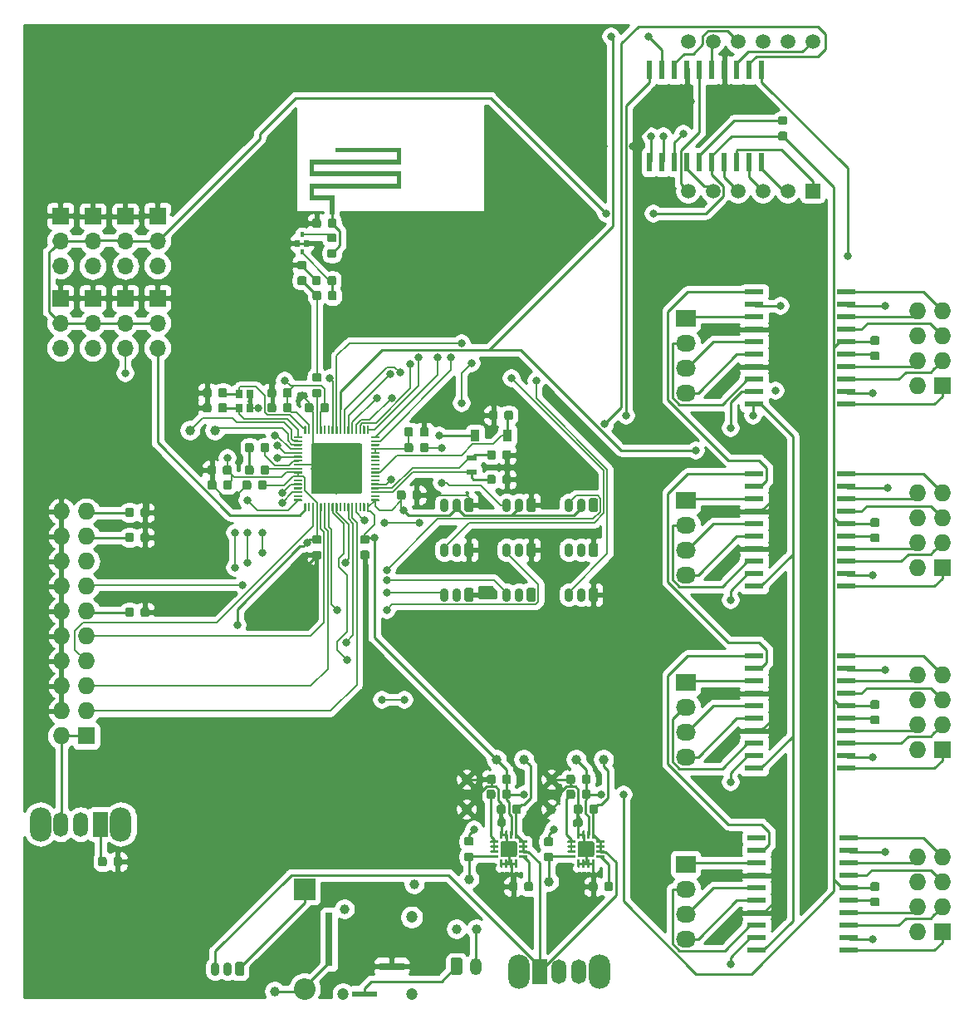
<source format=gtl>
G04 #@! TF.GenerationSoftware,KiCad,Pcbnew,(5.1.0-0)*
G04 #@! TF.CreationDate,2019-07-17T00:11:31+01:00*
G04 #@! TF.ProjectId,Face6,46616365-362e-46b6-9963-61645f706362,rev?*
G04 #@! TF.SameCoordinates,Original*
G04 #@! TF.FileFunction,Copper,L1,Top*
G04 #@! TF.FilePolarity,Positive*
%FSLAX46Y46*%
G04 Gerber Fmt 4.6, Leading zero omitted, Abs format (unit mm)*
G04 Created by KiCad (PCBNEW (5.1.0-0)) date 2019-07-17 00:11:31*
%MOMM*%
%LPD*%
G04 APERTURE LIST*
%ADD10C,0.050000*%
%ADD11R,0.600000X1.950000*%
%ADD12C,0.100000*%
%ADD13C,0.900000*%
%ADD14O,0.900000X1.400000*%
%ADD15C,0.875000*%
%ADD16R,0.800000X0.900000*%
%ADD17R,0.400000X0.400000*%
%ADD18R,2.200000X2.200000*%
%ADD19O,2.200000X2.200000*%
%ADD20R,0.900000X1.200000*%
%ADD21R,1.727200X1.727200*%
%ADD22O,1.727200X1.727200*%
%ADD23O,2.200000X3.500000*%
%ADD24O,1.500000X2.500000*%
%ADD25R,1.500000X2.500000*%
%ADD26R,1.100000X0.600000*%
%ADD27C,1.680000*%
%ADD28C,0.250000*%
%ADD29C,1.200000*%
%ADD30O,1.200000X1.750000*%
%ADD31C,5.200000*%
%ADD32C,0.200000*%
%ADD33R,1.500000X1.500000*%
%ADD34C,1.500000*%
%ADD35R,0.300000X0.500000*%
%ADD36R,0.500000X0.800000*%
%ADD37O,2.030000X1.730000*%
%ADD38R,2.030000X1.730000*%
%ADD39R,1.950000X0.600000*%
%ADD40C,1.000000*%
%ADD41R,0.800000X5.500000*%
%ADD42R,2.600000X0.600000*%
%ADD43R,2.600000X0.800000*%
%ADD44R,1.700000X1.700000*%
%ADD45O,1.700000X1.700000*%
%ADD46C,0.800000*%
%ADD47C,0.250000*%
%ADD48C,0.150000*%
%ADD49C,0.254000*%
G04 APERTURE END LIST*
D10*
G36*
X165150800Y-57962800D02*
G01*
X165150800Y-56515000D01*
X163068000Y-56515000D01*
X163068000Y-54889400D01*
X171958000Y-54889400D01*
X171958000Y-54076600D01*
X163068000Y-54076600D01*
X163068000Y-52451000D01*
X171958000Y-52451000D01*
X171958000Y-51638200D01*
X165760400Y-51638200D01*
X165760400Y-51231800D01*
X172364400Y-51231800D01*
X172364400Y-52857400D01*
X163474400Y-52857400D01*
X163474400Y-53670200D01*
X172364400Y-53670200D01*
X172364400Y-55295800D01*
X163474400Y-55295800D01*
X163474400Y-56108600D01*
X165557200Y-56108600D01*
X165557200Y-57962800D01*
X165150800Y-57962800D01*
G37*
X165150800Y-57962800D02*
X165150800Y-56515000D01*
X163068000Y-56515000D01*
X163068000Y-54889400D01*
X171958000Y-54889400D01*
X171958000Y-54076600D01*
X163068000Y-54076600D01*
X163068000Y-52451000D01*
X171958000Y-52451000D01*
X171958000Y-51638200D01*
X165760400Y-51638200D01*
X165760400Y-51231800D01*
X172364400Y-51231800D01*
X172364400Y-52857400D01*
X163474400Y-52857400D01*
X163474400Y-53670200D01*
X172364400Y-53670200D01*
X172364400Y-55295800D01*
X163474400Y-55295800D01*
X163474400Y-56108600D01*
X165557200Y-56108600D01*
X165557200Y-57962800D01*
X165150800Y-57962800D01*
D11*
X209169000Y-43306000D03*
X207899000Y-43306000D03*
X206629000Y-43306000D03*
X205359000Y-43306000D03*
X204089000Y-43306000D03*
X202819000Y-43306000D03*
X201549000Y-43306000D03*
X200279000Y-43306000D03*
X199009000Y-43306000D03*
X197739000Y-43306000D03*
X197739000Y-52706000D03*
X199009000Y-52706000D03*
X200279000Y-52706000D03*
X201549000Y-52706000D03*
X202819000Y-52706000D03*
X204089000Y-52706000D03*
X205359000Y-52706000D03*
X206629000Y-52706000D03*
X207899000Y-52706000D03*
X209169000Y-52706000D03*
D12*
G36*
X156203054Y-134175083D02*
G01*
X156224895Y-134178323D01*
X156246314Y-134183688D01*
X156267104Y-134191127D01*
X156287064Y-134200568D01*
X156306003Y-134211919D01*
X156323738Y-134225073D01*
X156340099Y-134239901D01*
X156354927Y-134256262D01*
X156368081Y-134273997D01*
X156379432Y-134292936D01*
X156388873Y-134312896D01*
X156396312Y-134333686D01*
X156401677Y-134355105D01*
X156404917Y-134376946D01*
X156406000Y-134399000D01*
X156406000Y-135349000D01*
X156404917Y-135371054D01*
X156401677Y-135392895D01*
X156396312Y-135414314D01*
X156388873Y-135435104D01*
X156379432Y-135455064D01*
X156368081Y-135474003D01*
X156354927Y-135491738D01*
X156340099Y-135508099D01*
X156323738Y-135522927D01*
X156306003Y-135536081D01*
X156287064Y-135547432D01*
X156267104Y-135556873D01*
X156246314Y-135564312D01*
X156224895Y-135569677D01*
X156203054Y-135572917D01*
X156181000Y-135574000D01*
X155731000Y-135574000D01*
X155708946Y-135572917D01*
X155687105Y-135569677D01*
X155665686Y-135564312D01*
X155644896Y-135556873D01*
X155624936Y-135547432D01*
X155605997Y-135536081D01*
X155588262Y-135522927D01*
X155571901Y-135508099D01*
X155557073Y-135491738D01*
X155543919Y-135474003D01*
X155532568Y-135455064D01*
X155523127Y-135435104D01*
X155515688Y-135414314D01*
X155510323Y-135392895D01*
X155507083Y-135371054D01*
X155506000Y-135349000D01*
X155506000Y-134399000D01*
X155507083Y-134376946D01*
X155510323Y-134355105D01*
X155515688Y-134333686D01*
X155523127Y-134312896D01*
X155532568Y-134292936D01*
X155543919Y-134273997D01*
X155557073Y-134256262D01*
X155571901Y-134239901D01*
X155588262Y-134225073D01*
X155605997Y-134211919D01*
X155624936Y-134200568D01*
X155644896Y-134191127D01*
X155665686Y-134183688D01*
X155687105Y-134178323D01*
X155708946Y-134175083D01*
X155731000Y-134174000D01*
X156181000Y-134174000D01*
X156203054Y-134175083D01*
X156203054Y-134175083D01*
G37*
D13*
X155956000Y-134874000D03*
D14*
X154706000Y-134874000D03*
X153456000Y-134874000D03*
D12*
G36*
X158761691Y-81314053D02*
G01*
X158782926Y-81317203D01*
X158803750Y-81322419D01*
X158823962Y-81329651D01*
X158843368Y-81338830D01*
X158861781Y-81349866D01*
X158879024Y-81362654D01*
X158894930Y-81377070D01*
X158909346Y-81392976D01*
X158922134Y-81410219D01*
X158933170Y-81428632D01*
X158942349Y-81448038D01*
X158949581Y-81468250D01*
X158954797Y-81489074D01*
X158957947Y-81510309D01*
X158959000Y-81531750D01*
X158959000Y-82044250D01*
X158957947Y-82065691D01*
X158954797Y-82086926D01*
X158949581Y-82107750D01*
X158942349Y-82127962D01*
X158933170Y-82147368D01*
X158922134Y-82165781D01*
X158909346Y-82183024D01*
X158894930Y-82198930D01*
X158879024Y-82213346D01*
X158861781Y-82226134D01*
X158843368Y-82237170D01*
X158823962Y-82246349D01*
X158803750Y-82253581D01*
X158782926Y-82258797D01*
X158761691Y-82261947D01*
X158740250Y-82263000D01*
X158302750Y-82263000D01*
X158281309Y-82261947D01*
X158260074Y-82258797D01*
X158239250Y-82253581D01*
X158219038Y-82246349D01*
X158199632Y-82237170D01*
X158181219Y-82226134D01*
X158163976Y-82213346D01*
X158148070Y-82198930D01*
X158133654Y-82183024D01*
X158120866Y-82165781D01*
X158109830Y-82147368D01*
X158100651Y-82127962D01*
X158093419Y-82107750D01*
X158088203Y-82086926D01*
X158085053Y-82065691D01*
X158084000Y-82044250D01*
X158084000Y-81531750D01*
X158085053Y-81510309D01*
X158088203Y-81489074D01*
X158093419Y-81468250D01*
X158100651Y-81448038D01*
X158109830Y-81428632D01*
X158120866Y-81410219D01*
X158133654Y-81392976D01*
X158148070Y-81377070D01*
X158163976Y-81362654D01*
X158181219Y-81349866D01*
X158199632Y-81338830D01*
X158219038Y-81329651D01*
X158239250Y-81322419D01*
X158260074Y-81317203D01*
X158281309Y-81314053D01*
X158302750Y-81313000D01*
X158740250Y-81313000D01*
X158761691Y-81314053D01*
X158761691Y-81314053D01*
G37*
D15*
X158521500Y-81788000D03*
D12*
G36*
X157186691Y-81314053D02*
G01*
X157207926Y-81317203D01*
X157228750Y-81322419D01*
X157248962Y-81329651D01*
X157268368Y-81338830D01*
X157286781Y-81349866D01*
X157304024Y-81362654D01*
X157319930Y-81377070D01*
X157334346Y-81392976D01*
X157347134Y-81410219D01*
X157358170Y-81428632D01*
X157367349Y-81448038D01*
X157374581Y-81468250D01*
X157379797Y-81489074D01*
X157382947Y-81510309D01*
X157384000Y-81531750D01*
X157384000Y-82044250D01*
X157382947Y-82065691D01*
X157379797Y-82086926D01*
X157374581Y-82107750D01*
X157367349Y-82127962D01*
X157358170Y-82147368D01*
X157347134Y-82165781D01*
X157334346Y-82183024D01*
X157319930Y-82198930D01*
X157304024Y-82213346D01*
X157286781Y-82226134D01*
X157268368Y-82237170D01*
X157248962Y-82246349D01*
X157228750Y-82253581D01*
X157207926Y-82258797D01*
X157186691Y-82261947D01*
X157165250Y-82263000D01*
X156727750Y-82263000D01*
X156706309Y-82261947D01*
X156685074Y-82258797D01*
X156664250Y-82253581D01*
X156644038Y-82246349D01*
X156624632Y-82237170D01*
X156606219Y-82226134D01*
X156588976Y-82213346D01*
X156573070Y-82198930D01*
X156558654Y-82183024D01*
X156545866Y-82165781D01*
X156534830Y-82147368D01*
X156525651Y-82127962D01*
X156518419Y-82107750D01*
X156513203Y-82086926D01*
X156510053Y-82065691D01*
X156509000Y-82044250D01*
X156509000Y-81531750D01*
X156510053Y-81510309D01*
X156513203Y-81489074D01*
X156518419Y-81468250D01*
X156525651Y-81448038D01*
X156534830Y-81428632D01*
X156545866Y-81410219D01*
X156558654Y-81392976D01*
X156573070Y-81377070D01*
X156588976Y-81362654D01*
X156606219Y-81349866D01*
X156624632Y-81338830D01*
X156644038Y-81329651D01*
X156664250Y-81322419D01*
X156685074Y-81317203D01*
X156706309Y-81314053D01*
X156727750Y-81313000D01*
X157165250Y-81313000D01*
X157186691Y-81314053D01*
X157186691Y-81314053D01*
G37*
D15*
X156946500Y-81788000D03*
D12*
G36*
X164107691Y-74214053D02*
G01*
X164128926Y-74217203D01*
X164149750Y-74222419D01*
X164169962Y-74229651D01*
X164189368Y-74238830D01*
X164207781Y-74249866D01*
X164225024Y-74262654D01*
X164240930Y-74277070D01*
X164255346Y-74292976D01*
X164268134Y-74310219D01*
X164279170Y-74328632D01*
X164288349Y-74348038D01*
X164295581Y-74368250D01*
X164300797Y-74389074D01*
X164303947Y-74410309D01*
X164305000Y-74431750D01*
X164305000Y-74869250D01*
X164303947Y-74890691D01*
X164300797Y-74911926D01*
X164295581Y-74932750D01*
X164288349Y-74952962D01*
X164279170Y-74972368D01*
X164268134Y-74990781D01*
X164255346Y-75008024D01*
X164240930Y-75023930D01*
X164225024Y-75038346D01*
X164207781Y-75051134D01*
X164189368Y-75062170D01*
X164169962Y-75071349D01*
X164149750Y-75078581D01*
X164128926Y-75083797D01*
X164107691Y-75086947D01*
X164086250Y-75088000D01*
X163573750Y-75088000D01*
X163552309Y-75086947D01*
X163531074Y-75083797D01*
X163510250Y-75078581D01*
X163490038Y-75071349D01*
X163470632Y-75062170D01*
X163452219Y-75051134D01*
X163434976Y-75038346D01*
X163419070Y-75023930D01*
X163404654Y-75008024D01*
X163391866Y-74990781D01*
X163380830Y-74972368D01*
X163371651Y-74952962D01*
X163364419Y-74932750D01*
X163359203Y-74911926D01*
X163356053Y-74890691D01*
X163355000Y-74869250D01*
X163355000Y-74431750D01*
X163356053Y-74410309D01*
X163359203Y-74389074D01*
X163364419Y-74368250D01*
X163371651Y-74348038D01*
X163380830Y-74328632D01*
X163391866Y-74310219D01*
X163404654Y-74292976D01*
X163419070Y-74277070D01*
X163434976Y-74262654D01*
X163452219Y-74249866D01*
X163470632Y-74238830D01*
X163490038Y-74229651D01*
X163510250Y-74222419D01*
X163531074Y-74217203D01*
X163552309Y-74214053D01*
X163573750Y-74213000D01*
X164086250Y-74213000D01*
X164107691Y-74214053D01*
X164107691Y-74214053D01*
G37*
D15*
X163830000Y-74650500D03*
D12*
G36*
X164107691Y-75789053D02*
G01*
X164128926Y-75792203D01*
X164149750Y-75797419D01*
X164169962Y-75804651D01*
X164189368Y-75813830D01*
X164207781Y-75824866D01*
X164225024Y-75837654D01*
X164240930Y-75852070D01*
X164255346Y-75867976D01*
X164268134Y-75885219D01*
X164279170Y-75903632D01*
X164288349Y-75923038D01*
X164295581Y-75943250D01*
X164300797Y-75964074D01*
X164303947Y-75985309D01*
X164305000Y-76006750D01*
X164305000Y-76444250D01*
X164303947Y-76465691D01*
X164300797Y-76486926D01*
X164295581Y-76507750D01*
X164288349Y-76527962D01*
X164279170Y-76547368D01*
X164268134Y-76565781D01*
X164255346Y-76583024D01*
X164240930Y-76598930D01*
X164225024Y-76613346D01*
X164207781Y-76626134D01*
X164189368Y-76637170D01*
X164169962Y-76646349D01*
X164149750Y-76653581D01*
X164128926Y-76658797D01*
X164107691Y-76661947D01*
X164086250Y-76663000D01*
X163573750Y-76663000D01*
X163552309Y-76661947D01*
X163531074Y-76658797D01*
X163510250Y-76653581D01*
X163490038Y-76646349D01*
X163470632Y-76637170D01*
X163452219Y-76626134D01*
X163434976Y-76613346D01*
X163419070Y-76598930D01*
X163404654Y-76583024D01*
X163391866Y-76565781D01*
X163380830Y-76547368D01*
X163371651Y-76527962D01*
X163364419Y-76507750D01*
X163359203Y-76486926D01*
X163356053Y-76465691D01*
X163355000Y-76444250D01*
X163355000Y-76006750D01*
X163356053Y-75985309D01*
X163359203Y-75964074D01*
X163364419Y-75943250D01*
X163371651Y-75923038D01*
X163380830Y-75903632D01*
X163391866Y-75885219D01*
X163404654Y-75867976D01*
X163419070Y-75852070D01*
X163434976Y-75837654D01*
X163452219Y-75824866D01*
X163470632Y-75813830D01*
X163490038Y-75804651D01*
X163510250Y-75797419D01*
X163531074Y-75792203D01*
X163552309Y-75789053D01*
X163573750Y-75788000D01*
X164086250Y-75788000D01*
X164107691Y-75789053D01*
X164107691Y-75789053D01*
G37*
D15*
X163830000Y-76225500D03*
D12*
G36*
X154951691Y-85098553D02*
G01*
X154972926Y-85101703D01*
X154993750Y-85106919D01*
X155013962Y-85114151D01*
X155033368Y-85123330D01*
X155051781Y-85134366D01*
X155069024Y-85147154D01*
X155084930Y-85161570D01*
X155099346Y-85177476D01*
X155112134Y-85194719D01*
X155123170Y-85213132D01*
X155132349Y-85232538D01*
X155139581Y-85252750D01*
X155144797Y-85273574D01*
X155147947Y-85294809D01*
X155149000Y-85316250D01*
X155149000Y-85828750D01*
X155147947Y-85850191D01*
X155144797Y-85871426D01*
X155139581Y-85892250D01*
X155132349Y-85912462D01*
X155123170Y-85931868D01*
X155112134Y-85950281D01*
X155099346Y-85967524D01*
X155084930Y-85983430D01*
X155069024Y-85997846D01*
X155051781Y-86010634D01*
X155033368Y-86021670D01*
X155013962Y-86030849D01*
X154993750Y-86038081D01*
X154972926Y-86043297D01*
X154951691Y-86046447D01*
X154930250Y-86047500D01*
X154492750Y-86047500D01*
X154471309Y-86046447D01*
X154450074Y-86043297D01*
X154429250Y-86038081D01*
X154409038Y-86030849D01*
X154389632Y-86021670D01*
X154371219Y-86010634D01*
X154353976Y-85997846D01*
X154338070Y-85983430D01*
X154323654Y-85967524D01*
X154310866Y-85950281D01*
X154299830Y-85931868D01*
X154290651Y-85912462D01*
X154283419Y-85892250D01*
X154278203Y-85871426D01*
X154275053Y-85850191D01*
X154274000Y-85828750D01*
X154274000Y-85316250D01*
X154275053Y-85294809D01*
X154278203Y-85273574D01*
X154283419Y-85252750D01*
X154290651Y-85232538D01*
X154299830Y-85213132D01*
X154310866Y-85194719D01*
X154323654Y-85177476D01*
X154338070Y-85161570D01*
X154353976Y-85147154D01*
X154371219Y-85134366D01*
X154389632Y-85123330D01*
X154409038Y-85114151D01*
X154429250Y-85106919D01*
X154450074Y-85101703D01*
X154471309Y-85098553D01*
X154492750Y-85097500D01*
X154930250Y-85097500D01*
X154951691Y-85098553D01*
X154951691Y-85098553D01*
G37*
D15*
X154711500Y-85572500D03*
D12*
G36*
X153376691Y-85098553D02*
G01*
X153397926Y-85101703D01*
X153418750Y-85106919D01*
X153438962Y-85114151D01*
X153458368Y-85123330D01*
X153476781Y-85134366D01*
X153494024Y-85147154D01*
X153509930Y-85161570D01*
X153524346Y-85177476D01*
X153537134Y-85194719D01*
X153548170Y-85213132D01*
X153557349Y-85232538D01*
X153564581Y-85252750D01*
X153569797Y-85273574D01*
X153572947Y-85294809D01*
X153574000Y-85316250D01*
X153574000Y-85828750D01*
X153572947Y-85850191D01*
X153569797Y-85871426D01*
X153564581Y-85892250D01*
X153557349Y-85912462D01*
X153548170Y-85931868D01*
X153537134Y-85950281D01*
X153524346Y-85967524D01*
X153509930Y-85983430D01*
X153494024Y-85997846D01*
X153476781Y-86010634D01*
X153458368Y-86021670D01*
X153438962Y-86030849D01*
X153418750Y-86038081D01*
X153397926Y-86043297D01*
X153376691Y-86046447D01*
X153355250Y-86047500D01*
X152917750Y-86047500D01*
X152896309Y-86046447D01*
X152875074Y-86043297D01*
X152854250Y-86038081D01*
X152834038Y-86030849D01*
X152814632Y-86021670D01*
X152796219Y-86010634D01*
X152778976Y-85997846D01*
X152763070Y-85983430D01*
X152748654Y-85967524D01*
X152735866Y-85950281D01*
X152724830Y-85931868D01*
X152715651Y-85912462D01*
X152708419Y-85892250D01*
X152703203Y-85871426D01*
X152700053Y-85850191D01*
X152699000Y-85828750D01*
X152699000Y-85316250D01*
X152700053Y-85294809D01*
X152703203Y-85273574D01*
X152708419Y-85252750D01*
X152715651Y-85232538D01*
X152724830Y-85213132D01*
X152735866Y-85194719D01*
X152748654Y-85177476D01*
X152763070Y-85161570D01*
X152778976Y-85147154D01*
X152796219Y-85134366D01*
X152814632Y-85123330D01*
X152834038Y-85114151D01*
X152854250Y-85106919D01*
X152875074Y-85101703D01*
X152896309Y-85098553D01*
X152917750Y-85097500D01*
X153355250Y-85097500D01*
X153376691Y-85098553D01*
X153376691Y-85098553D01*
G37*
D15*
X153136500Y-85572500D03*
D12*
G36*
X174255691Y-86140053D02*
G01*
X174276926Y-86143203D01*
X174297750Y-86148419D01*
X174317962Y-86155651D01*
X174337368Y-86164830D01*
X174355781Y-86175866D01*
X174373024Y-86188654D01*
X174388930Y-86203070D01*
X174403346Y-86218976D01*
X174416134Y-86236219D01*
X174427170Y-86254632D01*
X174436349Y-86274038D01*
X174443581Y-86294250D01*
X174448797Y-86315074D01*
X174451947Y-86336309D01*
X174453000Y-86357750D01*
X174453000Y-86870250D01*
X174451947Y-86891691D01*
X174448797Y-86912926D01*
X174443581Y-86933750D01*
X174436349Y-86953962D01*
X174427170Y-86973368D01*
X174416134Y-86991781D01*
X174403346Y-87009024D01*
X174388930Y-87024930D01*
X174373024Y-87039346D01*
X174355781Y-87052134D01*
X174337368Y-87063170D01*
X174317962Y-87072349D01*
X174297750Y-87079581D01*
X174276926Y-87084797D01*
X174255691Y-87087947D01*
X174234250Y-87089000D01*
X173796750Y-87089000D01*
X173775309Y-87087947D01*
X173754074Y-87084797D01*
X173733250Y-87079581D01*
X173713038Y-87072349D01*
X173693632Y-87063170D01*
X173675219Y-87052134D01*
X173657976Y-87039346D01*
X173642070Y-87024930D01*
X173627654Y-87009024D01*
X173614866Y-86991781D01*
X173603830Y-86973368D01*
X173594651Y-86953962D01*
X173587419Y-86933750D01*
X173582203Y-86912926D01*
X173579053Y-86891691D01*
X173578000Y-86870250D01*
X173578000Y-86357750D01*
X173579053Y-86336309D01*
X173582203Y-86315074D01*
X173587419Y-86294250D01*
X173594651Y-86274038D01*
X173603830Y-86254632D01*
X173614866Y-86236219D01*
X173627654Y-86218976D01*
X173642070Y-86203070D01*
X173657976Y-86188654D01*
X173675219Y-86175866D01*
X173693632Y-86164830D01*
X173713038Y-86155651D01*
X173733250Y-86148419D01*
X173754074Y-86143203D01*
X173775309Y-86140053D01*
X173796750Y-86139000D01*
X174234250Y-86139000D01*
X174255691Y-86140053D01*
X174255691Y-86140053D01*
G37*
D15*
X174015500Y-86614000D03*
D12*
G36*
X172680691Y-86140053D02*
G01*
X172701926Y-86143203D01*
X172722750Y-86148419D01*
X172742962Y-86155651D01*
X172762368Y-86164830D01*
X172780781Y-86175866D01*
X172798024Y-86188654D01*
X172813930Y-86203070D01*
X172828346Y-86218976D01*
X172841134Y-86236219D01*
X172852170Y-86254632D01*
X172861349Y-86274038D01*
X172868581Y-86294250D01*
X172873797Y-86315074D01*
X172876947Y-86336309D01*
X172878000Y-86357750D01*
X172878000Y-86870250D01*
X172876947Y-86891691D01*
X172873797Y-86912926D01*
X172868581Y-86933750D01*
X172861349Y-86953962D01*
X172852170Y-86973368D01*
X172841134Y-86991781D01*
X172828346Y-87009024D01*
X172813930Y-87024930D01*
X172798024Y-87039346D01*
X172780781Y-87052134D01*
X172762368Y-87063170D01*
X172742962Y-87072349D01*
X172722750Y-87079581D01*
X172701926Y-87084797D01*
X172680691Y-87087947D01*
X172659250Y-87089000D01*
X172221750Y-87089000D01*
X172200309Y-87087947D01*
X172179074Y-87084797D01*
X172158250Y-87079581D01*
X172138038Y-87072349D01*
X172118632Y-87063170D01*
X172100219Y-87052134D01*
X172082976Y-87039346D01*
X172067070Y-87024930D01*
X172052654Y-87009024D01*
X172039866Y-86991781D01*
X172028830Y-86973368D01*
X172019651Y-86953962D01*
X172012419Y-86933750D01*
X172007203Y-86912926D01*
X172004053Y-86891691D01*
X172003000Y-86870250D01*
X172003000Y-86357750D01*
X172004053Y-86336309D01*
X172007203Y-86315074D01*
X172012419Y-86294250D01*
X172019651Y-86274038D01*
X172028830Y-86254632D01*
X172039866Y-86236219D01*
X172052654Y-86218976D01*
X172067070Y-86203070D01*
X172082976Y-86188654D01*
X172100219Y-86175866D01*
X172118632Y-86164830D01*
X172138038Y-86155651D01*
X172158250Y-86148419D01*
X172179074Y-86143203D01*
X172200309Y-86140053D01*
X172221750Y-86139000D01*
X172659250Y-86139000D01*
X172680691Y-86140053D01*
X172680691Y-86140053D01*
G37*
D15*
X172440500Y-86614000D03*
D16*
X155872000Y-76324000D03*
X155872000Y-77724000D03*
X156972000Y-77724000D03*
X156972000Y-76324000D03*
D17*
X165354000Y-57785000D03*
D12*
G36*
X184441191Y-118144053D02*
G01*
X184462426Y-118147203D01*
X184483250Y-118152419D01*
X184503462Y-118159651D01*
X184522868Y-118168830D01*
X184541281Y-118179866D01*
X184558524Y-118192654D01*
X184574430Y-118207070D01*
X184588846Y-118222976D01*
X184601634Y-118240219D01*
X184612670Y-118258632D01*
X184621849Y-118278038D01*
X184629081Y-118298250D01*
X184634297Y-118319074D01*
X184637447Y-118340309D01*
X184638500Y-118361750D01*
X184638500Y-118874250D01*
X184637447Y-118895691D01*
X184634297Y-118916926D01*
X184629081Y-118937750D01*
X184621849Y-118957962D01*
X184612670Y-118977368D01*
X184601634Y-118995781D01*
X184588846Y-119013024D01*
X184574430Y-119028930D01*
X184558524Y-119043346D01*
X184541281Y-119056134D01*
X184522868Y-119067170D01*
X184503462Y-119076349D01*
X184483250Y-119083581D01*
X184462426Y-119088797D01*
X184441191Y-119091947D01*
X184419750Y-119093000D01*
X183982250Y-119093000D01*
X183960809Y-119091947D01*
X183939574Y-119088797D01*
X183918750Y-119083581D01*
X183898538Y-119076349D01*
X183879132Y-119067170D01*
X183860719Y-119056134D01*
X183843476Y-119043346D01*
X183827570Y-119028930D01*
X183813154Y-119013024D01*
X183800366Y-118995781D01*
X183789330Y-118977368D01*
X183780151Y-118957962D01*
X183772919Y-118937750D01*
X183767703Y-118916926D01*
X183764553Y-118895691D01*
X183763500Y-118874250D01*
X183763500Y-118361750D01*
X183764553Y-118340309D01*
X183767703Y-118319074D01*
X183772919Y-118298250D01*
X183780151Y-118278038D01*
X183789330Y-118258632D01*
X183800366Y-118240219D01*
X183813154Y-118222976D01*
X183827570Y-118207070D01*
X183843476Y-118192654D01*
X183860719Y-118179866D01*
X183879132Y-118168830D01*
X183898538Y-118159651D01*
X183918750Y-118152419D01*
X183939574Y-118147203D01*
X183960809Y-118144053D01*
X183982250Y-118143000D01*
X184419750Y-118143000D01*
X184441191Y-118144053D01*
X184441191Y-118144053D01*
G37*
D15*
X184201000Y-118618000D03*
D12*
G36*
X182866191Y-118144053D02*
G01*
X182887426Y-118147203D01*
X182908250Y-118152419D01*
X182928462Y-118159651D01*
X182947868Y-118168830D01*
X182966281Y-118179866D01*
X182983524Y-118192654D01*
X182999430Y-118207070D01*
X183013846Y-118222976D01*
X183026634Y-118240219D01*
X183037670Y-118258632D01*
X183046849Y-118278038D01*
X183054081Y-118298250D01*
X183059297Y-118319074D01*
X183062447Y-118340309D01*
X183063500Y-118361750D01*
X183063500Y-118874250D01*
X183062447Y-118895691D01*
X183059297Y-118916926D01*
X183054081Y-118937750D01*
X183046849Y-118957962D01*
X183037670Y-118977368D01*
X183026634Y-118995781D01*
X183013846Y-119013024D01*
X182999430Y-119028930D01*
X182983524Y-119043346D01*
X182966281Y-119056134D01*
X182947868Y-119067170D01*
X182928462Y-119076349D01*
X182908250Y-119083581D01*
X182887426Y-119088797D01*
X182866191Y-119091947D01*
X182844750Y-119093000D01*
X182407250Y-119093000D01*
X182385809Y-119091947D01*
X182364574Y-119088797D01*
X182343750Y-119083581D01*
X182323538Y-119076349D01*
X182304132Y-119067170D01*
X182285719Y-119056134D01*
X182268476Y-119043346D01*
X182252570Y-119028930D01*
X182238154Y-119013024D01*
X182225366Y-118995781D01*
X182214330Y-118977368D01*
X182205151Y-118957962D01*
X182197919Y-118937750D01*
X182192703Y-118916926D01*
X182189553Y-118895691D01*
X182188500Y-118874250D01*
X182188500Y-118361750D01*
X182189553Y-118340309D01*
X182192703Y-118319074D01*
X182197919Y-118298250D01*
X182205151Y-118278038D01*
X182214330Y-118258632D01*
X182225366Y-118240219D01*
X182238154Y-118222976D01*
X182252570Y-118207070D01*
X182268476Y-118192654D01*
X182285719Y-118179866D01*
X182304132Y-118168830D01*
X182323538Y-118159651D01*
X182343750Y-118152419D01*
X182364574Y-118147203D01*
X182385809Y-118144053D01*
X182407250Y-118143000D01*
X182844750Y-118143000D01*
X182866191Y-118144053D01*
X182866191Y-118144053D01*
G37*
D15*
X182626000Y-118618000D03*
D12*
G36*
X192289691Y-118144053D02*
G01*
X192310926Y-118147203D01*
X192331750Y-118152419D01*
X192351962Y-118159651D01*
X192371368Y-118168830D01*
X192389781Y-118179866D01*
X192407024Y-118192654D01*
X192422930Y-118207070D01*
X192437346Y-118222976D01*
X192450134Y-118240219D01*
X192461170Y-118258632D01*
X192470349Y-118278038D01*
X192477581Y-118298250D01*
X192482797Y-118319074D01*
X192485947Y-118340309D01*
X192487000Y-118361750D01*
X192487000Y-118874250D01*
X192485947Y-118895691D01*
X192482797Y-118916926D01*
X192477581Y-118937750D01*
X192470349Y-118957962D01*
X192461170Y-118977368D01*
X192450134Y-118995781D01*
X192437346Y-119013024D01*
X192422930Y-119028930D01*
X192407024Y-119043346D01*
X192389781Y-119056134D01*
X192371368Y-119067170D01*
X192351962Y-119076349D01*
X192331750Y-119083581D01*
X192310926Y-119088797D01*
X192289691Y-119091947D01*
X192268250Y-119093000D01*
X191830750Y-119093000D01*
X191809309Y-119091947D01*
X191788074Y-119088797D01*
X191767250Y-119083581D01*
X191747038Y-119076349D01*
X191727632Y-119067170D01*
X191709219Y-119056134D01*
X191691976Y-119043346D01*
X191676070Y-119028930D01*
X191661654Y-119013024D01*
X191648866Y-118995781D01*
X191637830Y-118977368D01*
X191628651Y-118957962D01*
X191621419Y-118937750D01*
X191616203Y-118916926D01*
X191613053Y-118895691D01*
X191612000Y-118874250D01*
X191612000Y-118361750D01*
X191613053Y-118340309D01*
X191616203Y-118319074D01*
X191621419Y-118298250D01*
X191628651Y-118278038D01*
X191637830Y-118258632D01*
X191648866Y-118240219D01*
X191661654Y-118222976D01*
X191676070Y-118207070D01*
X191691976Y-118192654D01*
X191709219Y-118179866D01*
X191727632Y-118168830D01*
X191747038Y-118159651D01*
X191767250Y-118152419D01*
X191788074Y-118147203D01*
X191809309Y-118144053D01*
X191830750Y-118143000D01*
X192268250Y-118143000D01*
X192289691Y-118144053D01*
X192289691Y-118144053D01*
G37*
D15*
X192049500Y-118618000D03*
D12*
G36*
X190714691Y-118144053D02*
G01*
X190735926Y-118147203D01*
X190756750Y-118152419D01*
X190776962Y-118159651D01*
X190796368Y-118168830D01*
X190814781Y-118179866D01*
X190832024Y-118192654D01*
X190847930Y-118207070D01*
X190862346Y-118222976D01*
X190875134Y-118240219D01*
X190886170Y-118258632D01*
X190895349Y-118278038D01*
X190902581Y-118298250D01*
X190907797Y-118319074D01*
X190910947Y-118340309D01*
X190912000Y-118361750D01*
X190912000Y-118874250D01*
X190910947Y-118895691D01*
X190907797Y-118916926D01*
X190902581Y-118937750D01*
X190895349Y-118957962D01*
X190886170Y-118977368D01*
X190875134Y-118995781D01*
X190862346Y-119013024D01*
X190847930Y-119028930D01*
X190832024Y-119043346D01*
X190814781Y-119056134D01*
X190796368Y-119067170D01*
X190776962Y-119076349D01*
X190756750Y-119083581D01*
X190735926Y-119088797D01*
X190714691Y-119091947D01*
X190693250Y-119093000D01*
X190255750Y-119093000D01*
X190234309Y-119091947D01*
X190213074Y-119088797D01*
X190192250Y-119083581D01*
X190172038Y-119076349D01*
X190152632Y-119067170D01*
X190134219Y-119056134D01*
X190116976Y-119043346D01*
X190101070Y-119028930D01*
X190086654Y-119013024D01*
X190073866Y-118995781D01*
X190062830Y-118977368D01*
X190053651Y-118957962D01*
X190046419Y-118937750D01*
X190041203Y-118916926D01*
X190038053Y-118895691D01*
X190037000Y-118874250D01*
X190037000Y-118361750D01*
X190038053Y-118340309D01*
X190041203Y-118319074D01*
X190046419Y-118298250D01*
X190053651Y-118278038D01*
X190062830Y-118258632D01*
X190073866Y-118240219D01*
X190086654Y-118222976D01*
X190101070Y-118207070D01*
X190116976Y-118192654D01*
X190134219Y-118179866D01*
X190152632Y-118168830D01*
X190172038Y-118159651D01*
X190192250Y-118152419D01*
X190213074Y-118147203D01*
X190234309Y-118144053D01*
X190255750Y-118143000D01*
X190693250Y-118143000D01*
X190714691Y-118144053D01*
X190714691Y-118144053D01*
G37*
D15*
X190474500Y-118618000D03*
D12*
G36*
X185660191Y-126018053D02*
G01*
X185681426Y-126021203D01*
X185702250Y-126026419D01*
X185722462Y-126033651D01*
X185741868Y-126042830D01*
X185760281Y-126053866D01*
X185777524Y-126066654D01*
X185793430Y-126081070D01*
X185807846Y-126096976D01*
X185820634Y-126114219D01*
X185831670Y-126132632D01*
X185840849Y-126152038D01*
X185848081Y-126172250D01*
X185853297Y-126193074D01*
X185856447Y-126214309D01*
X185857500Y-126235750D01*
X185857500Y-126748250D01*
X185856447Y-126769691D01*
X185853297Y-126790926D01*
X185848081Y-126811750D01*
X185840849Y-126831962D01*
X185831670Y-126851368D01*
X185820634Y-126869781D01*
X185807846Y-126887024D01*
X185793430Y-126902930D01*
X185777524Y-126917346D01*
X185760281Y-126930134D01*
X185741868Y-126941170D01*
X185722462Y-126950349D01*
X185702250Y-126957581D01*
X185681426Y-126962797D01*
X185660191Y-126965947D01*
X185638750Y-126967000D01*
X185201250Y-126967000D01*
X185179809Y-126965947D01*
X185158574Y-126962797D01*
X185137750Y-126957581D01*
X185117538Y-126950349D01*
X185098132Y-126941170D01*
X185079719Y-126930134D01*
X185062476Y-126917346D01*
X185046570Y-126902930D01*
X185032154Y-126887024D01*
X185019366Y-126869781D01*
X185008330Y-126851368D01*
X184999151Y-126831962D01*
X184991919Y-126811750D01*
X184986703Y-126790926D01*
X184983553Y-126769691D01*
X184982500Y-126748250D01*
X184982500Y-126235750D01*
X184983553Y-126214309D01*
X184986703Y-126193074D01*
X184991919Y-126172250D01*
X184999151Y-126152038D01*
X185008330Y-126132632D01*
X185019366Y-126114219D01*
X185032154Y-126096976D01*
X185046570Y-126081070D01*
X185062476Y-126066654D01*
X185079719Y-126053866D01*
X185098132Y-126042830D01*
X185117538Y-126033651D01*
X185137750Y-126026419D01*
X185158574Y-126021203D01*
X185179809Y-126018053D01*
X185201250Y-126017000D01*
X185638750Y-126017000D01*
X185660191Y-126018053D01*
X185660191Y-126018053D01*
G37*
D15*
X185420000Y-126492000D03*
D12*
G36*
X184085191Y-126018053D02*
G01*
X184106426Y-126021203D01*
X184127250Y-126026419D01*
X184147462Y-126033651D01*
X184166868Y-126042830D01*
X184185281Y-126053866D01*
X184202524Y-126066654D01*
X184218430Y-126081070D01*
X184232846Y-126096976D01*
X184245634Y-126114219D01*
X184256670Y-126132632D01*
X184265849Y-126152038D01*
X184273081Y-126172250D01*
X184278297Y-126193074D01*
X184281447Y-126214309D01*
X184282500Y-126235750D01*
X184282500Y-126748250D01*
X184281447Y-126769691D01*
X184278297Y-126790926D01*
X184273081Y-126811750D01*
X184265849Y-126831962D01*
X184256670Y-126851368D01*
X184245634Y-126869781D01*
X184232846Y-126887024D01*
X184218430Y-126902930D01*
X184202524Y-126917346D01*
X184185281Y-126930134D01*
X184166868Y-126941170D01*
X184147462Y-126950349D01*
X184127250Y-126957581D01*
X184106426Y-126962797D01*
X184085191Y-126965947D01*
X184063750Y-126967000D01*
X183626250Y-126967000D01*
X183604809Y-126965947D01*
X183583574Y-126962797D01*
X183562750Y-126957581D01*
X183542538Y-126950349D01*
X183523132Y-126941170D01*
X183504719Y-126930134D01*
X183487476Y-126917346D01*
X183471570Y-126902930D01*
X183457154Y-126887024D01*
X183444366Y-126869781D01*
X183433330Y-126851368D01*
X183424151Y-126831962D01*
X183416919Y-126811750D01*
X183411703Y-126790926D01*
X183408553Y-126769691D01*
X183407500Y-126748250D01*
X183407500Y-126235750D01*
X183408553Y-126214309D01*
X183411703Y-126193074D01*
X183416919Y-126172250D01*
X183424151Y-126152038D01*
X183433330Y-126132632D01*
X183444366Y-126114219D01*
X183457154Y-126096976D01*
X183471570Y-126081070D01*
X183487476Y-126066654D01*
X183504719Y-126053866D01*
X183523132Y-126042830D01*
X183542538Y-126033651D01*
X183562750Y-126026419D01*
X183583574Y-126021203D01*
X183604809Y-126018053D01*
X183626250Y-126017000D01*
X184063750Y-126017000D01*
X184085191Y-126018053D01*
X184085191Y-126018053D01*
G37*
D15*
X183845000Y-126492000D03*
D12*
G36*
X193813691Y-126018053D02*
G01*
X193834926Y-126021203D01*
X193855750Y-126026419D01*
X193875962Y-126033651D01*
X193895368Y-126042830D01*
X193913781Y-126053866D01*
X193931024Y-126066654D01*
X193946930Y-126081070D01*
X193961346Y-126096976D01*
X193974134Y-126114219D01*
X193985170Y-126132632D01*
X193994349Y-126152038D01*
X194001581Y-126172250D01*
X194006797Y-126193074D01*
X194009947Y-126214309D01*
X194011000Y-126235750D01*
X194011000Y-126748250D01*
X194009947Y-126769691D01*
X194006797Y-126790926D01*
X194001581Y-126811750D01*
X193994349Y-126831962D01*
X193985170Y-126851368D01*
X193974134Y-126869781D01*
X193961346Y-126887024D01*
X193946930Y-126902930D01*
X193931024Y-126917346D01*
X193913781Y-126930134D01*
X193895368Y-126941170D01*
X193875962Y-126950349D01*
X193855750Y-126957581D01*
X193834926Y-126962797D01*
X193813691Y-126965947D01*
X193792250Y-126967000D01*
X193354750Y-126967000D01*
X193333309Y-126965947D01*
X193312074Y-126962797D01*
X193291250Y-126957581D01*
X193271038Y-126950349D01*
X193251632Y-126941170D01*
X193233219Y-126930134D01*
X193215976Y-126917346D01*
X193200070Y-126902930D01*
X193185654Y-126887024D01*
X193172866Y-126869781D01*
X193161830Y-126851368D01*
X193152651Y-126831962D01*
X193145419Y-126811750D01*
X193140203Y-126790926D01*
X193137053Y-126769691D01*
X193136000Y-126748250D01*
X193136000Y-126235750D01*
X193137053Y-126214309D01*
X193140203Y-126193074D01*
X193145419Y-126172250D01*
X193152651Y-126152038D01*
X193161830Y-126132632D01*
X193172866Y-126114219D01*
X193185654Y-126096976D01*
X193200070Y-126081070D01*
X193215976Y-126066654D01*
X193233219Y-126053866D01*
X193251632Y-126042830D01*
X193271038Y-126033651D01*
X193291250Y-126026419D01*
X193312074Y-126021203D01*
X193333309Y-126018053D01*
X193354750Y-126017000D01*
X193792250Y-126017000D01*
X193813691Y-126018053D01*
X193813691Y-126018053D01*
G37*
D15*
X193573500Y-126492000D03*
D12*
G36*
X192238691Y-126018053D02*
G01*
X192259926Y-126021203D01*
X192280750Y-126026419D01*
X192300962Y-126033651D01*
X192320368Y-126042830D01*
X192338781Y-126053866D01*
X192356024Y-126066654D01*
X192371930Y-126081070D01*
X192386346Y-126096976D01*
X192399134Y-126114219D01*
X192410170Y-126132632D01*
X192419349Y-126152038D01*
X192426581Y-126172250D01*
X192431797Y-126193074D01*
X192434947Y-126214309D01*
X192436000Y-126235750D01*
X192436000Y-126748250D01*
X192434947Y-126769691D01*
X192431797Y-126790926D01*
X192426581Y-126811750D01*
X192419349Y-126831962D01*
X192410170Y-126851368D01*
X192399134Y-126869781D01*
X192386346Y-126887024D01*
X192371930Y-126902930D01*
X192356024Y-126917346D01*
X192338781Y-126930134D01*
X192320368Y-126941170D01*
X192300962Y-126950349D01*
X192280750Y-126957581D01*
X192259926Y-126962797D01*
X192238691Y-126965947D01*
X192217250Y-126967000D01*
X191779750Y-126967000D01*
X191758309Y-126965947D01*
X191737074Y-126962797D01*
X191716250Y-126957581D01*
X191696038Y-126950349D01*
X191676632Y-126941170D01*
X191658219Y-126930134D01*
X191640976Y-126917346D01*
X191625070Y-126902930D01*
X191610654Y-126887024D01*
X191597866Y-126869781D01*
X191586830Y-126851368D01*
X191577651Y-126831962D01*
X191570419Y-126811750D01*
X191565203Y-126790926D01*
X191562053Y-126769691D01*
X191561000Y-126748250D01*
X191561000Y-126235750D01*
X191562053Y-126214309D01*
X191565203Y-126193074D01*
X191570419Y-126172250D01*
X191577651Y-126152038D01*
X191586830Y-126132632D01*
X191597866Y-126114219D01*
X191610654Y-126096976D01*
X191625070Y-126081070D01*
X191640976Y-126066654D01*
X191658219Y-126053866D01*
X191676632Y-126042830D01*
X191696038Y-126033651D01*
X191716250Y-126026419D01*
X191737074Y-126021203D01*
X191758309Y-126018053D01*
X191779750Y-126017000D01*
X192217250Y-126017000D01*
X192238691Y-126018053D01*
X192238691Y-126018053D01*
G37*
D15*
X191998500Y-126492000D03*
D12*
G36*
X183425191Y-115096053D02*
G01*
X183446426Y-115099203D01*
X183467250Y-115104419D01*
X183487462Y-115111651D01*
X183506868Y-115120830D01*
X183525281Y-115131866D01*
X183542524Y-115144654D01*
X183558430Y-115159070D01*
X183572846Y-115174976D01*
X183585634Y-115192219D01*
X183596670Y-115210632D01*
X183605849Y-115230038D01*
X183613081Y-115250250D01*
X183618297Y-115271074D01*
X183621447Y-115292309D01*
X183622500Y-115313750D01*
X183622500Y-115826250D01*
X183621447Y-115847691D01*
X183618297Y-115868926D01*
X183613081Y-115889750D01*
X183605849Y-115909962D01*
X183596670Y-115929368D01*
X183585634Y-115947781D01*
X183572846Y-115965024D01*
X183558430Y-115980930D01*
X183542524Y-115995346D01*
X183525281Y-116008134D01*
X183506868Y-116019170D01*
X183487462Y-116028349D01*
X183467250Y-116035581D01*
X183446426Y-116040797D01*
X183425191Y-116043947D01*
X183403750Y-116045000D01*
X182966250Y-116045000D01*
X182944809Y-116043947D01*
X182923574Y-116040797D01*
X182902750Y-116035581D01*
X182882538Y-116028349D01*
X182863132Y-116019170D01*
X182844719Y-116008134D01*
X182827476Y-115995346D01*
X182811570Y-115980930D01*
X182797154Y-115965024D01*
X182784366Y-115947781D01*
X182773330Y-115929368D01*
X182764151Y-115909962D01*
X182756919Y-115889750D01*
X182751703Y-115868926D01*
X182748553Y-115847691D01*
X182747500Y-115826250D01*
X182747500Y-115313750D01*
X182748553Y-115292309D01*
X182751703Y-115271074D01*
X182756919Y-115250250D01*
X182764151Y-115230038D01*
X182773330Y-115210632D01*
X182784366Y-115192219D01*
X182797154Y-115174976D01*
X182811570Y-115159070D01*
X182827476Y-115144654D01*
X182844719Y-115131866D01*
X182863132Y-115120830D01*
X182882538Y-115111651D01*
X182902750Y-115104419D01*
X182923574Y-115099203D01*
X182944809Y-115096053D01*
X182966250Y-115095000D01*
X183403750Y-115095000D01*
X183425191Y-115096053D01*
X183425191Y-115096053D01*
G37*
D15*
X183185000Y-115570000D03*
D12*
G36*
X181850191Y-115096053D02*
G01*
X181871426Y-115099203D01*
X181892250Y-115104419D01*
X181912462Y-115111651D01*
X181931868Y-115120830D01*
X181950281Y-115131866D01*
X181967524Y-115144654D01*
X181983430Y-115159070D01*
X181997846Y-115174976D01*
X182010634Y-115192219D01*
X182021670Y-115210632D01*
X182030849Y-115230038D01*
X182038081Y-115250250D01*
X182043297Y-115271074D01*
X182046447Y-115292309D01*
X182047500Y-115313750D01*
X182047500Y-115826250D01*
X182046447Y-115847691D01*
X182043297Y-115868926D01*
X182038081Y-115889750D01*
X182030849Y-115909962D01*
X182021670Y-115929368D01*
X182010634Y-115947781D01*
X181997846Y-115965024D01*
X181983430Y-115980930D01*
X181967524Y-115995346D01*
X181950281Y-116008134D01*
X181931868Y-116019170D01*
X181912462Y-116028349D01*
X181892250Y-116035581D01*
X181871426Y-116040797D01*
X181850191Y-116043947D01*
X181828750Y-116045000D01*
X181391250Y-116045000D01*
X181369809Y-116043947D01*
X181348574Y-116040797D01*
X181327750Y-116035581D01*
X181307538Y-116028349D01*
X181288132Y-116019170D01*
X181269719Y-116008134D01*
X181252476Y-115995346D01*
X181236570Y-115980930D01*
X181222154Y-115965024D01*
X181209366Y-115947781D01*
X181198330Y-115929368D01*
X181189151Y-115909962D01*
X181181919Y-115889750D01*
X181176703Y-115868926D01*
X181173553Y-115847691D01*
X181172500Y-115826250D01*
X181172500Y-115313750D01*
X181173553Y-115292309D01*
X181176703Y-115271074D01*
X181181919Y-115250250D01*
X181189151Y-115230038D01*
X181198330Y-115210632D01*
X181209366Y-115192219D01*
X181222154Y-115174976D01*
X181236570Y-115159070D01*
X181252476Y-115144654D01*
X181269719Y-115131866D01*
X181288132Y-115120830D01*
X181307538Y-115111651D01*
X181327750Y-115104419D01*
X181348574Y-115099203D01*
X181369809Y-115096053D01*
X181391250Y-115095000D01*
X181828750Y-115095000D01*
X181850191Y-115096053D01*
X181850191Y-115096053D01*
G37*
D15*
X181610000Y-115570000D03*
D12*
G36*
X191527691Y-115096053D02*
G01*
X191548926Y-115099203D01*
X191569750Y-115104419D01*
X191589962Y-115111651D01*
X191609368Y-115120830D01*
X191627781Y-115131866D01*
X191645024Y-115144654D01*
X191660930Y-115159070D01*
X191675346Y-115174976D01*
X191688134Y-115192219D01*
X191699170Y-115210632D01*
X191708349Y-115230038D01*
X191715581Y-115250250D01*
X191720797Y-115271074D01*
X191723947Y-115292309D01*
X191725000Y-115313750D01*
X191725000Y-115826250D01*
X191723947Y-115847691D01*
X191720797Y-115868926D01*
X191715581Y-115889750D01*
X191708349Y-115909962D01*
X191699170Y-115929368D01*
X191688134Y-115947781D01*
X191675346Y-115965024D01*
X191660930Y-115980930D01*
X191645024Y-115995346D01*
X191627781Y-116008134D01*
X191609368Y-116019170D01*
X191589962Y-116028349D01*
X191569750Y-116035581D01*
X191548926Y-116040797D01*
X191527691Y-116043947D01*
X191506250Y-116045000D01*
X191068750Y-116045000D01*
X191047309Y-116043947D01*
X191026074Y-116040797D01*
X191005250Y-116035581D01*
X190985038Y-116028349D01*
X190965632Y-116019170D01*
X190947219Y-116008134D01*
X190929976Y-115995346D01*
X190914070Y-115980930D01*
X190899654Y-115965024D01*
X190886866Y-115947781D01*
X190875830Y-115929368D01*
X190866651Y-115909962D01*
X190859419Y-115889750D01*
X190854203Y-115868926D01*
X190851053Y-115847691D01*
X190850000Y-115826250D01*
X190850000Y-115313750D01*
X190851053Y-115292309D01*
X190854203Y-115271074D01*
X190859419Y-115250250D01*
X190866651Y-115230038D01*
X190875830Y-115210632D01*
X190886866Y-115192219D01*
X190899654Y-115174976D01*
X190914070Y-115159070D01*
X190929976Y-115144654D01*
X190947219Y-115131866D01*
X190965632Y-115120830D01*
X190985038Y-115111651D01*
X191005250Y-115104419D01*
X191026074Y-115099203D01*
X191047309Y-115096053D01*
X191068750Y-115095000D01*
X191506250Y-115095000D01*
X191527691Y-115096053D01*
X191527691Y-115096053D01*
G37*
D15*
X191287500Y-115570000D03*
D12*
G36*
X189952691Y-115096053D02*
G01*
X189973926Y-115099203D01*
X189994750Y-115104419D01*
X190014962Y-115111651D01*
X190034368Y-115120830D01*
X190052781Y-115131866D01*
X190070024Y-115144654D01*
X190085930Y-115159070D01*
X190100346Y-115174976D01*
X190113134Y-115192219D01*
X190124170Y-115210632D01*
X190133349Y-115230038D01*
X190140581Y-115250250D01*
X190145797Y-115271074D01*
X190148947Y-115292309D01*
X190150000Y-115313750D01*
X190150000Y-115826250D01*
X190148947Y-115847691D01*
X190145797Y-115868926D01*
X190140581Y-115889750D01*
X190133349Y-115909962D01*
X190124170Y-115929368D01*
X190113134Y-115947781D01*
X190100346Y-115965024D01*
X190085930Y-115980930D01*
X190070024Y-115995346D01*
X190052781Y-116008134D01*
X190034368Y-116019170D01*
X190014962Y-116028349D01*
X189994750Y-116035581D01*
X189973926Y-116040797D01*
X189952691Y-116043947D01*
X189931250Y-116045000D01*
X189493750Y-116045000D01*
X189472309Y-116043947D01*
X189451074Y-116040797D01*
X189430250Y-116035581D01*
X189410038Y-116028349D01*
X189390632Y-116019170D01*
X189372219Y-116008134D01*
X189354976Y-115995346D01*
X189339070Y-115980930D01*
X189324654Y-115965024D01*
X189311866Y-115947781D01*
X189300830Y-115929368D01*
X189291651Y-115909962D01*
X189284419Y-115889750D01*
X189279203Y-115868926D01*
X189276053Y-115847691D01*
X189275000Y-115826250D01*
X189275000Y-115313750D01*
X189276053Y-115292309D01*
X189279203Y-115271074D01*
X189284419Y-115250250D01*
X189291651Y-115230038D01*
X189300830Y-115210632D01*
X189311866Y-115192219D01*
X189324654Y-115174976D01*
X189339070Y-115159070D01*
X189354976Y-115144654D01*
X189372219Y-115131866D01*
X189390632Y-115120830D01*
X189410038Y-115111651D01*
X189430250Y-115104419D01*
X189451074Y-115099203D01*
X189472309Y-115096053D01*
X189493750Y-115095000D01*
X189931250Y-115095000D01*
X189952691Y-115096053D01*
X189952691Y-115096053D01*
G37*
D15*
X189712500Y-115570000D03*
D12*
G36*
X159472691Y-75751553D02*
G01*
X159493926Y-75754703D01*
X159514750Y-75759919D01*
X159534962Y-75767151D01*
X159554368Y-75776330D01*
X159572781Y-75787366D01*
X159590024Y-75800154D01*
X159605930Y-75814570D01*
X159620346Y-75830476D01*
X159633134Y-75847719D01*
X159644170Y-75866132D01*
X159653349Y-75885538D01*
X159660581Y-75905750D01*
X159665797Y-75926574D01*
X159668947Y-75947809D01*
X159670000Y-75969250D01*
X159670000Y-76481750D01*
X159668947Y-76503191D01*
X159665797Y-76524426D01*
X159660581Y-76545250D01*
X159653349Y-76565462D01*
X159644170Y-76584868D01*
X159633134Y-76603281D01*
X159620346Y-76620524D01*
X159605930Y-76636430D01*
X159590024Y-76650846D01*
X159572781Y-76663634D01*
X159554368Y-76674670D01*
X159534962Y-76683849D01*
X159514750Y-76691081D01*
X159493926Y-76696297D01*
X159472691Y-76699447D01*
X159451250Y-76700500D01*
X159013750Y-76700500D01*
X158992309Y-76699447D01*
X158971074Y-76696297D01*
X158950250Y-76691081D01*
X158930038Y-76683849D01*
X158910632Y-76674670D01*
X158892219Y-76663634D01*
X158874976Y-76650846D01*
X158859070Y-76636430D01*
X158844654Y-76620524D01*
X158831866Y-76603281D01*
X158820830Y-76584868D01*
X158811651Y-76565462D01*
X158804419Y-76545250D01*
X158799203Y-76524426D01*
X158796053Y-76503191D01*
X158795000Y-76481750D01*
X158795000Y-75969250D01*
X158796053Y-75947809D01*
X158799203Y-75926574D01*
X158804419Y-75905750D01*
X158811651Y-75885538D01*
X158820830Y-75866132D01*
X158831866Y-75847719D01*
X158844654Y-75830476D01*
X158859070Y-75814570D01*
X158874976Y-75800154D01*
X158892219Y-75787366D01*
X158910632Y-75776330D01*
X158930038Y-75767151D01*
X158950250Y-75759919D01*
X158971074Y-75754703D01*
X158992309Y-75751553D01*
X159013750Y-75750500D01*
X159451250Y-75750500D01*
X159472691Y-75751553D01*
X159472691Y-75751553D01*
G37*
D15*
X159232500Y-76225500D03*
D12*
G36*
X161047691Y-75751553D02*
G01*
X161068926Y-75754703D01*
X161089750Y-75759919D01*
X161109962Y-75767151D01*
X161129368Y-75776330D01*
X161147781Y-75787366D01*
X161165024Y-75800154D01*
X161180930Y-75814570D01*
X161195346Y-75830476D01*
X161208134Y-75847719D01*
X161219170Y-75866132D01*
X161228349Y-75885538D01*
X161235581Y-75905750D01*
X161240797Y-75926574D01*
X161243947Y-75947809D01*
X161245000Y-75969250D01*
X161245000Y-76481750D01*
X161243947Y-76503191D01*
X161240797Y-76524426D01*
X161235581Y-76545250D01*
X161228349Y-76565462D01*
X161219170Y-76584868D01*
X161208134Y-76603281D01*
X161195346Y-76620524D01*
X161180930Y-76636430D01*
X161165024Y-76650846D01*
X161147781Y-76663634D01*
X161129368Y-76674670D01*
X161109962Y-76683849D01*
X161089750Y-76691081D01*
X161068926Y-76696297D01*
X161047691Y-76699447D01*
X161026250Y-76700500D01*
X160588750Y-76700500D01*
X160567309Y-76699447D01*
X160546074Y-76696297D01*
X160525250Y-76691081D01*
X160505038Y-76683849D01*
X160485632Y-76674670D01*
X160467219Y-76663634D01*
X160449976Y-76650846D01*
X160434070Y-76636430D01*
X160419654Y-76620524D01*
X160406866Y-76603281D01*
X160395830Y-76584868D01*
X160386651Y-76565462D01*
X160379419Y-76545250D01*
X160374203Y-76524426D01*
X160371053Y-76503191D01*
X160370000Y-76481750D01*
X160370000Y-75969250D01*
X160371053Y-75947809D01*
X160374203Y-75926574D01*
X160379419Y-75905750D01*
X160386651Y-75885538D01*
X160395830Y-75866132D01*
X160406866Y-75847719D01*
X160419654Y-75830476D01*
X160434070Y-75814570D01*
X160449976Y-75800154D01*
X160467219Y-75787366D01*
X160485632Y-75776330D01*
X160505038Y-75767151D01*
X160525250Y-75759919D01*
X160546074Y-75754703D01*
X160567309Y-75751553D01*
X160588750Y-75750500D01*
X161026250Y-75750500D01*
X161047691Y-75751553D01*
X161047691Y-75751553D01*
G37*
D15*
X160807500Y-76225500D03*
D12*
G36*
X161047691Y-77250053D02*
G01*
X161068926Y-77253203D01*
X161089750Y-77258419D01*
X161109962Y-77265651D01*
X161129368Y-77274830D01*
X161147781Y-77285866D01*
X161165024Y-77298654D01*
X161180930Y-77313070D01*
X161195346Y-77328976D01*
X161208134Y-77346219D01*
X161219170Y-77364632D01*
X161228349Y-77384038D01*
X161235581Y-77404250D01*
X161240797Y-77425074D01*
X161243947Y-77446309D01*
X161245000Y-77467750D01*
X161245000Y-77980250D01*
X161243947Y-78001691D01*
X161240797Y-78022926D01*
X161235581Y-78043750D01*
X161228349Y-78063962D01*
X161219170Y-78083368D01*
X161208134Y-78101781D01*
X161195346Y-78119024D01*
X161180930Y-78134930D01*
X161165024Y-78149346D01*
X161147781Y-78162134D01*
X161129368Y-78173170D01*
X161109962Y-78182349D01*
X161089750Y-78189581D01*
X161068926Y-78194797D01*
X161047691Y-78197947D01*
X161026250Y-78199000D01*
X160588750Y-78199000D01*
X160567309Y-78197947D01*
X160546074Y-78194797D01*
X160525250Y-78189581D01*
X160505038Y-78182349D01*
X160485632Y-78173170D01*
X160467219Y-78162134D01*
X160449976Y-78149346D01*
X160434070Y-78134930D01*
X160419654Y-78119024D01*
X160406866Y-78101781D01*
X160395830Y-78083368D01*
X160386651Y-78063962D01*
X160379419Y-78043750D01*
X160374203Y-78022926D01*
X160371053Y-78001691D01*
X160370000Y-77980250D01*
X160370000Y-77467750D01*
X160371053Y-77446309D01*
X160374203Y-77425074D01*
X160379419Y-77404250D01*
X160386651Y-77384038D01*
X160395830Y-77364632D01*
X160406866Y-77346219D01*
X160419654Y-77328976D01*
X160434070Y-77313070D01*
X160449976Y-77298654D01*
X160467219Y-77285866D01*
X160485632Y-77274830D01*
X160505038Y-77265651D01*
X160525250Y-77258419D01*
X160546074Y-77253203D01*
X160567309Y-77250053D01*
X160588750Y-77249000D01*
X161026250Y-77249000D01*
X161047691Y-77250053D01*
X161047691Y-77250053D01*
G37*
D15*
X160807500Y-77724000D03*
D12*
G36*
X159472691Y-77250053D02*
G01*
X159493926Y-77253203D01*
X159514750Y-77258419D01*
X159534962Y-77265651D01*
X159554368Y-77274830D01*
X159572781Y-77285866D01*
X159590024Y-77298654D01*
X159605930Y-77313070D01*
X159620346Y-77328976D01*
X159633134Y-77346219D01*
X159644170Y-77364632D01*
X159653349Y-77384038D01*
X159660581Y-77404250D01*
X159665797Y-77425074D01*
X159668947Y-77446309D01*
X159670000Y-77467750D01*
X159670000Y-77980250D01*
X159668947Y-78001691D01*
X159665797Y-78022926D01*
X159660581Y-78043750D01*
X159653349Y-78063962D01*
X159644170Y-78083368D01*
X159633134Y-78101781D01*
X159620346Y-78119024D01*
X159605930Y-78134930D01*
X159590024Y-78149346D01*
X159572781Y-78162134D01*
X159554368Y-78173170D01*
X159534962Y-78182349D01*
X159514750Y-78189581D01*
X159493926Y-78194797D01*
X159472691Y-78197947D01*
X159451250Y-78199000D01*
X159013750Y-78199000D01*
X158992309Y-78197947D01*
X158971074Y-78194797D01*
X158950250Y-78189581D01*
X158930038Y-78182349D01*
X158910632Y-78173170D01*
X158892219Y-78162134D01*
X158874976Y-78149346D01*
X158859070Y-78134930D01*
X158844654Y-78119024D01*
X158831866Y-78101781D01*
X158820830Y-78083368D01*
X158811651Y-78063962D01*
X158804419Y-78043750D01*
X158799203Y-78022926D01*
X158796053Y-78001691D01*
X158795000Y-77980250D01*
X158795000Y-77467750D01*
X158796053Y-77446309D01*
X158799203Y-77425074D01*
X158804419Y-77404250D01*
X158811651Y-77384038D01*
X158820830Y-77364632D01*
X158831866Y-77346219D01*
X158844654Y-77328976D01*
X158859070Y-77313070D01*
X158874976Y-77298654D01*
X158892219Y-77285866D01*
X158910632Y-77274830D01*
X158930038Y-77265651D01*
X158950250Y-77258419D01*
X158971074Y-77253203D01*
X158992309Y-77250053D01*
X159013750Y-77249000D01*
X159451250Y-77249000D01*
X159472691Y-77250053D01*
X159472691Y-77250053D01*
G37*
D15*
X159232500Y-77724000D03*
D12*
G36*
X168984491Y-90698553D02*
G01*
X169005726Y-90701703D01*
X169026550Y-90706919D01*
X169046762Y-90714151D01*
X169066168Y-90723330D01*
X169084581Y-90734366D01*
X169101824Y-90747154D01*
X169117730Y-90761570D01*
X169132146Y-90777476D01*
X169144934Y-90794719D01*
X169155970Y-90813132D01*
X169165149Y-90832538D01*
X169172381Y-90852750D01*
X169177597Y-90873574D01*
X169180747Y-90894809D01*
X169181800Y-90916250D01*
X169181800Y-91353750D01*
X169180747Y-91375191D01*
X169177597Y-91396426D01*
X169172381Y-91417250D01*
X169165149Y-91437462D01*
X169155970Y-91456868D01*
X169144934Y-91475281D01*
X169132146Y-91492524D01*
X169117730Y-91508430D01*
X169101824Y-91522846D01*
X169084581Y-91535634D01*
X169066168Y-91546670D01*
X169046762Y-91555849D01*
X169026550Y-91563081D01*
X169005726Y-91568297D01*
X168984491Y-91571447D01*
X168963050Y-91572500D01*
X168450550Y-91572500D01*
X168429109Y-91571447D01*
X168407874Y-91568297D01*
X168387050Y-91563081D01*
X168366838Y-91555849D01*
X168347432Y-91546670D01*
X168329019Y-91535634D01*
X168311776Y-91522846D01*
X168295870Y-91508430D01*
X168281454Y-91492524D01*
X168268666Y-91475281D01*
X168257630Y-91456868D01*
X168248451Y-91437462D01*
X168241219Y-91417250D01*
X168236003Y-91396426D01*
X168232853Y-91375191D01*
X168231800Y-91353750D01*
X168231800Y-90916250D01*
X168232853Y-90894809D01*
X168236003Y-90873574D01*
X168241219Y-90852750D01*
X168248451Y-90832538D01*
X168257630Y-90813132D01*
X168268666Y-90794719D01*
X168281454Y-90777476D01*
X168295870Y-90761570D01*
X168311776Y-90747154D01*
X168329019Y-90734366D01*
X168347432Y-90723330D01*
X168366838Y-90714151D01*
X168387050Y-90706919D01*
X168407874Y-90701703D01*
X168429109Y-90698553D01*
X168450550Y-90697500D01*
X168963050Y-90697500D01*
X168984491Y-90698553D01*
X168984491Y-90698553D01*
G37*
D15*
X168706800Y-91135000D03*
D12*
G36*
X168984491Y-92273553D02*
G01*
X169005726Y-92276703D01*
X169026550Y-92281919D01*
X169046762Y-92289151D01*
X169066168Y-92298330D01*
X169084581Y-92309366D01*
X169101824Y-92322154D01*
X169117730Y-92336570D01*
X169132146Y-92352476D01*
X169144934Y-92369719D01*
X169155970Y-92388132D01*
X169165149Y-92407538D01*
X169172381Y-92427750D01*
X169177597Y-92448574D01*
X169180747Y-92469809D01*
X169181800Y-92491250D01*
X169181800Y-92928750D01*
X169180747Y-92950191D01*
X169177597Y-92971426D01*
X169172381Y-92992250D01*
X169165149Y-93012462D01*
X169155970Y-93031868D01*
X169144934Y-93050281D01*
X169132146Y-93067524D01*
X169117730Y-93083430D01*
X169101824Y-93097846D01*
X169084581Y-93110634D01*
X169066168Y-93121670D01*
X169046762Y-93130849D01*
X169026550Y-93138081D01*
X169005726Y-93143297D01*
X168984491Y-93146447D01*
X168963050Y-93147500D01*
X168450550Y-93147500D01*
X168429109Y-93146447D01*
X168407874Y-93143297D01*
X168387050Y-93138081D01*
X168366838Y-93130849D01*
X168347432Y-93121670D01*
X168329019Y-93110634D01*
X168311776Y-93097846D01*
X168295870Y-93083430D01*
X168281454Y-93067524D01*
X168268666Y-93050281D01*
X168257630Y-93031868D01*
X168248451Y-93012462D01*
X168241219Y-92992250D01*
X168236003Y-92971426D01*
X168232853Y-92950191D01*
X168231800Y-92928750D01*
X168231800Y-92491250D01*
X168232853Y-92469809D01*
X168236003Y-92448574D01*
X168241219Y-92427750D01*
X168248451Y-92407538D01*
X168257630Y-92388132D01*
X168268666Y-92369719D01*
X168281454Y-92352476D01*
X168295870Y-92336570D01*
X168311776Y-92322154D01*
X168329019Y-92309366D01*
X168347432Y-92298330D01*
X168366838Y-92289151D01*
X168387050Y-92281919D01*
X168407874Y-92276703D01*
X168429109Y-92273553D01*
X168450550Y-92272500D01*
X168963050Y-92272500D01*
X168984491Y-92273553D01*
X168984491Y-92273553D01*
G37*
D15*
X168706800Y-92710000D03*
D12*
G36*
X164107691Y-90724053D02*
G01*
X164128926Y-90727203D01*
X164149750Y-90732419D01*
X164169962Y-90739651D01*
X164189368Y-90748830D01*
X164207781Y-90759866D01*
X164225024Y-90772654D01*
X164240930Y-90787070D01*
X164255346Y-90802976D01*
X164268134Y-90820219D01*
X164279170Y-90838632D01*
X164288349Y-90858038D01*
X164295581Y-90878250D01*
X164300797Y-90899074D01*
X164303947Y-90920309D01*
X164305000Y-90941750D01*
X164305000Y-91379250D01*
X164303947Y-91400691D01*
X164300797Y-91421926D01*
X164295581Y-91442750D01*
X164288349Y-91462962D01*
X164279170Y-91482368D01*
X164268134Y-91500781D01*
X164255346Y-91518024D01*
X164240930Y-91533930D01*
X164225024Y-91548346D01*
X164207781Y-91561134D01*
X164189368Y-91572170D01*
X164169962Y-91581349D01*
X164149750Y-91588581D01*
X164128926Y-91593797D01*
X164107691Y-91596947D01*
X164086250Y-91598000D01*
X163573750Y-91598000D01*
X163552309Y-91596947D01*
X163531074Y-91593797D01*
X163510250Y-91588581D01*
X163490038Y-91581349D01*
X163470632Y-91572170D01*
X163452219Y-91561134D01*
X163434976Y-91548346D01*
X163419070Y-91533930D01*
X163404654Y-91518024D01*
X163391866Y-91500781D01*
X163380830Y-91482368D01*
X163371651Y-91462962D01*
X163364419Y-91442750D01*
X163359203Y-91421926D01*
X163356053Y-91400691D01*
X163355000Y-91379250D01*
X163355000Y-90941750D01*
X163356053Y-90920309D01*
X163359203Y-90899074D01*
X163364419Y-90878250D01*
X163371651Y-90858038D01*
X163380830Y-90838632D01*
X163391866Y-90820219D01*
X163404654Y-90802976D01*
X163419070Y-90787070D01*
X163434976Y-90772654D01*
X163452219Y-90759866D01*
X163470632Y-90748830D01*
X163490038Y-90739651D01*
X163510250Y-90732419D01*
X163531074Y-90727203D01*
X163552309Y-90724053D01*
X163573750Y-90723000D01*
X164086250Y-90723000D01*
X164107691Y-90724053D01*
X164107691Y-90724053D01*
G37*
D15*
X163830000Y-91160500D03*
D12*
G36*
X164107691Y-92299053D02*
G01*
X164128926Y-92302203D01*
X164149750Y-92307419D01*
X164169962Y-92314651D01*
X164189368Y-92323830D01*
X164207781Y-92334866D01*
X164225024Y-92347654D01*
X164240930Y-92362070D01*
X164255346Y-92377976D01*
X164268134Y-92395219D01*
X164279170Y-92413632D01*
X164288349Y-92433038D01*
X164295581Y-92453250D01*
X164300797Y-92474074D01*
X164303947Y-92495309D01*
X164305000Y-92516750D01*
X164305000Y-92954250D01*
X164303947Y-92975691D01*
X164300797Y-92996926D01*
X164295581Y-93017750D01*
X164288349Y-93037962D01*
X164279170Y-93057368D01*
X164268134Y-93075781D01*
X164255346Y-93093024D01*
X164240930Y-93108930D01*
X164225024Y-93123346D01*
X164207781Y-93136134D01*
X164189368Y-93147170D01*
X164169962Y-93156349D01*
X164149750Y-93163581D01*
X164128926Y-93168797D01*
X164107691Y-93171947D01*
X164086250Y-93173000D01*
X163573750Y-93173000D01*
X163552309Y-93171947D01*
X163531074Y-93168797D01*
X163510250Y-93163581D01*
X163490038Y-93156349D01*
X163470632Y-93147170D01*
X163452219Y-93136134D01*
X163434976Y-93123346D01*
X163419070Y-93108930D01*
X163404654Y-93093024D01*
X163391866Y-93075781D01*
X163380830Y-93057368D01*
X163371651Y-93037962D01*
X163364419Y-93017750D01*
X163359203Y-92996926D01*
X163356053Y-92975691D01*
X163355000Y-92954250D01*
X163355000Y-92516750D01*
X163356053Y-92495309D01*
X163359203Y-92474074D01*
X163364419Y-92453250D01*
X163371651Y-92433038D01*
X163380830Y-92413632D01*
X163391866Y-92395219D01*
X163404654Y-92377976D01*
X163419070Y-92362070D01*
X163434976Y-92347654D01*
X163452219Y-92334866D01*
X163470632Y-92323830D01*
X163490038Y-92314651D01*
X163510250Y-92307419D01*
X163531074Y-92302203D01*
X163552309Y-92299053D01*
X163573750Y-92298000D01*
X164086250Y-92298000D01*
X164107691Y-92299053D01*
X164107691Y-92299053D01*
G37*
D15*
X163830000Y-92735500D03*
D12*
G36*
X181857692Y-84554054D02*
G01*
X181878927Y-84557204D01*
X181899751Y-84562420D01*
X181919963Y-84569652D01*
X181939369Y-84578831D01*
X181957782Y-84589867D01*
X181975025Y-84602655D01*
X181990931Y-84617071D01*
X182005347Y-84632977D01*
X182018135Y-84650220D01*
X182029171Y-84668633D01*
X182038350Y-84688039D01*
X182045582Y-84708251D01*
X182050798Y-84729075D01*
X182053948Y-84750310D01*
X182055001Y-84771751D01*
X182055001Y-85284251D01*
X182053948Y-85305692D01*
X182050798Y-85326927D01*
X182045582Y-85347751D01*
X182038350Y-85367963D01*
X182029171Y-85387369D01*
X182018135Y-85405782D01*
X182005347Y-85423025D01*
X181990931Y-85438931D01*
X181975025Y-85453347D01*
X181957782Y-85466135D01*
X181939369Y-85477171D01*
X181919963Y-85486350D01*
X181899751Y-85493582D01*
X181878927Y-85498798D01*
X181857692Y-85501948D01*
X181836251Y-85503001D01*
X181398751Y-85503001D01*
X181377310Y-85501948D01*
X181356075Y-85498798D01*
X181335251Y-85493582D01*
X181315039Y-85486350D01*
X181295633Y-85477171D01*
X181277220Y-85466135D01*
X181259977Y-85453347D01*
X181244071Y-85438931D01*
X181229655Y-85423025D01*
X181216867Y-85405782D01*
X181205831Y-85387369D01*
X181196652Y-85367963D01*
X181189420Y-85347751D01*
X181184204Y-85326927D01*
X181181054Y-85305692D01*
X181180001Y-85284251D01*
X181180001Y-84771751D01*
X181181054Y-84750310D01*
X181184204Y-84729075D01*
X181189420Y-84708251D01*
X181196652Y-84688039D01*
X181205831Y-84668633D01*
X181216867Y-84650220D01*
X181229655Y-84632977D01*
X181244071Y-84617071D01*
X181259977Y-84602655D01*
X181277220Y-84589867D01*
X181295633Y-84578831D01*
X181315039Y-84569652D01*
X181335251Y-84562420D01*
X181356075Y-84557204D01*
X181377310Y-84554054D01*
X181398751Y-84553001D01*
X181836251Y-84553001D01*
X181857692Y-84554054D01*
X181857692Y-84554054D01*
G37*
D15*
X181617501Y-85028001D03*
D12*
G36*
X183432692Y-84554054D02*
G01*
X183453927Y-84557204D01*
X183474751Y-84562420D01*
X183494963Y-84569652D01*
X183514369Y-84578831D01*
X183532782Y-84589867D01*
X183550025Y-84602655D01*
X183565931Y-84617071D01*
X183580347Y-84632977D01*
X183593135Y-84650220D01*
X183604171Y-84668633D01*
X183613350Y-84688039D01*
X183620582Y-84708251D01*
X183625798Y-84729075D01*
X183628948Y-84750310D01*
X183630001Y-84771751D01*
X183630001Y-85284251D01*
X183628948Y-85305692D01*
X183625798Y-85326927D01*
X183620582Y-85347751D01*
X183613350Y-85367963D01*
X183604171Y-85387369D01*
X183593135Y-85405782D01*
X183580347Y-85423025D01*
X183565931Y-85438931D01*
X183550025Y-85453347D01*
X183532782Y-85466135D01*
X183514369Y-85477171D01*
X183494963Y-85486350D01*
X183474751Y-85493582D01*
X183453927Y-85498798D01*
X183432692Y-85501948D01*
X183411251Y-85503001D01*
X182973751Y-85503001D01*
X182952310Y-85501948D01*
X182931075Y-85498798D01*
X182910251Y-85493582D01*
X182890039Y-85486350D01*
X182870633Y-85477171D01*
X182852220Y-85466135D01*
X182834977Y-85453347D01*
X182819071Y-85438931D01*
X182804655Y-85423025D01*
X182791867Y-85405782D01*
X182780831Y-85387369D01*
X182771652Y-85367963D01*
X182764420Y-85347751D01*
X182759204Y-85326927D01*
X182756054Y-85305692D01*
X182755001Y-85284251D01*
X182755001Y-84771751D01*
X182756054Y-84750310D01*
X182759204Y-84729075D01*
X182764420Y-84708251D01*
X182771652Y-84688039D01*
X182780831Y-84668633D01*
X182791867Y-84650220D01*
X182804655Y-84632977D01*
X182819071Y-84617071D01*
X182834977Y-84602655D01*
X182852220Y-84589867D01*
X182870633Y-84578831D01*
X182890039Y-84569652D01*
X182910251Y-84562420D01*
X182931075Y-84557204D01*
X182952310Y-84554054D01*
X182973751Y-84553001D01*
X183411251Y-84553001D01*
X183432692Y-84554054D01*
X183432692Y-84554054D01*
G37*
D15*
X183192501Y-85028001D03*
D12*
G36*
X183432692Y-82044054D02*
G01*
X183453927Y-82047204D01*
X183474751Y-82052420D01*
X183494963Y-82059652D01*
X183514369Y-82068831D01*
X183532782Y-82079867D01*
X183550025Y-82092655D01*
X183565931Y-82107071D01*
X183580347Y-82122977D01*
X183593135Y-82140220D01*
X183604171Y-82158633D01*
X183613350Y-82178039D01*
X183620582Y-82198251D01*
X183625798Y-82219075D01*
X183628948Y-82240310D01*
X183630001Y-82261751D01*
X183630001Y-82774251D01*
X183628948Y-82795692D01*
X183625798Y-82816927D01*
X183620582Y-82837751D01*
X183613350Y-82857963D01*
X183604171Y-82877369D01*
X183593135Y-82895782D01*
X183580347Y-82913025D01*
X183565931Y-82928931D01*
X183550025Y-82943347D01*
X183532782Y-82956135D01*
X183514369Y-82967171D01*
X183494963Y-82976350D01*
X183474751Y-82983582D01*
X183453927Y-82988798D01*
X183432692Y-82991948D01*
X183411251Y-82993001D01*
X182973751Y-82993001D01*
X182952310Y-82991948D01*
X182931075Y-82988798D01*
X182910251Y-82983582D01*
X182890039Y-82976350D01*
X182870633Y-82967171D01*
X182852220Y-82956135D01*
X182834977Y-82943347D01*
X182819071Y-82928931D01*
X182804655Y-82913025D01*
X182791867Y-82895782D01*
X182780831Y-82877369D01*
X182771652Y-82857963D01*
X182764420Y-82837751D01*
X182759204Y-82816927D01*
X182756054Y-82795692D01*
X182755001Y-82774251D01*
X182755001Y-82261751D01*
X182756054Y-82240310D01*
X182759204Y-82219075D01*
X182764420Y-82198251D01*
X182771652Y-82178039D01*
X182780831Y-82158633D01*
X182791867Y-82140220D01*
X182804655Y-82122977D01*
X182819071Y-82107071D01*
X182834977Y-82092655D01*
X182852220Y-82079867D01*
X182870633Y-82068831D01*
X182890039Y-82059652D01*
X182910251Y-82052420D01*
X182931075Y-82047204D01*
X182952310Y-82044054D01*
X182973751Y-82043001D01*
X183411251Y-82043001D01*
X183432692Y-82044054D01*
X183432692Y-82044054D01*
G37*
D15*
X183192501Y-82518001D03*
D12*
G36*
X181857692Y-82044054D02*
G01*
X181878927Y-82047204D01*
X181899751Y-82052420D01*
X181919963Y-82059652D01*
X181939369Y-82068831D01*
X181957782Y-82079867D01*
X181975025Y-82092655D01*
X181990931Y-82107071D01*
X182005347Y-82122977D01*
X182018135Y-82140220D01*
X182029171Y-82158633D01*
X182038350Y-82178039D01*
X182045582Y-82198251D01*
X182050798Y-82219075D01*
X182053948Y-82240310D01*
X182055001Y-82261751D01*
X182055001Y-82774251D01*
X182053948Y-82795692D01*
X182050798Y-82816927D01*
X182045582Y-82837751D01*
X182038350Y-82857963D01*
X182029171Y-82877369D01*
X182018135Y-82895782D01*
X182005347Y-82913025D01*
X181990931Y-82928931D01*
X181975025Y-82943347D01*
X181957782Y-82956135D01*
X181939369Y-82967171D01*
X181919963Y-82976350D01*
X181899751Y-82983582D01*
X181878927Y-82988798D01*
X181857692Y-82991948D01*
X181836251Y-82993001D01*
X181398751Y-82993001D01*
X181377310Y-82991948D01*
X181356075Y-82988798D01*
X181335251Y-82983582D01*
X181315039Y-82976350D01*
X181295633Y-82967171D01*
X181277220Y-82956135D01*
X181259977Y-82943347D01*
X181244071Y-82928931D01*
X181229655Y-82913025D01*
X181216867Y-82895782D01*
X181205831Y-82877369D01*
X181196652Y-82857963D01*
X181189420Y-82837751D01*
X181184204Y-82816927D01*
X181181054Y-82795692D01*
X181180001Y-82774251D01*
X181180001Y-82261751D01*
X181181054Y-82240310D01*
X181184204Y-82219075D01*
X181189420Y-82198251D01*
X181196652Y-82178039D01*
X181205831Y-82158633D01*
X181216867Y-82140220D01*
X181229655Y-82122977D01*
X181244071Y-82107071D01*
X181259977Y-82092655D01*
X181277220Y-82079867D01*
X181295633Y-82068831D01*
X181315039Y-82059652D01*
X181335251Y-82052420D01*
X181356075Y-82047204D01*
X181377310Y-82044054D01*
X181398751Y-82043001D01*
X181836251Y-82043001D01*
X181857692Y-82044054D01*
X181857692Y-82044054D01*
G37*
D15*
X181617501Y-82518001D03*
D12*
G36*
X156932691Y-85124053D02*
G01*
X156953926Y-85127203D01*
X156974750Y-85132419D01*
X156994962Y-85139651D01*
X157014368Y-85148830D01*
X157032781Y-85159866D01*
X157050024Y-85172654D01*
X157065930Y-85187070D01*
X157080346Y-85202976D01*
X157093134Y-85220219D01*
X157104170Y-85238632D01*
X157113349Y-85258038D01*
X157120581Y-85278250D01*
X157125797Y-85299074D01*
X157128947Y-85320309D01*
X157130000Y-85341750D01*
X157130000Y-85854250D01*
X157128947Y-85875691D01*
X157125797Y-85896926D01*
X157120581Y-85917750D01*
X157113349Y-85937962D01*
X157104170Y-85957368D01*
X157093134Y-85975781D01*
X157080346Y-85993024D01*
X157065930Y-86008930D01*
X157050024Y-86023346D01*
X157032781Y-86036134D01*
X157014368Y-86047170D01*
X156994962Y-86056349D01*
X156974750Y-86063581D01*
X156953926Y-86068797D01*
X156932691Y-86071947D01*
X156911250Y-86073000D01*
X156473750Y-86073000D01*
X156452309Y-86071947D01*
X156431074Y-86068797D01*
X156410250Y-86063581D01*
X156390038Y-86056349D01*
X156370632Y-86047170D01*
X156352219Y-86036134D01*
X156334976Y-86023346D01*
X156319070Y-86008930D01*
X156304654Y-85993024D01*
X156291866Y-85975781D01*
X156280830Y-85957368D01*
X156271651Y-85937962D01*
X156264419Y-85917750D01*
X156259203Y-85896926D01*
X156256053Y-85875691D01*
X156255000Y-85854250D01*
X156255000Y-85341750D01*
X156256053Y-85320309D01*
X156259203Y-85299074D01*
X156264419Y-85278250D01*
X156271651Y-85258038D01*
X156280830Y-85238632D01*
X156291866Y-85220219D01*
X156304654Y-85202976D01*
X156319070Y-85187070D01*
X156334976Y-85172654D01*
X156352219Y-85159866D01*
X156370632Y-85148830D01*
X156390038Y-85139651D01*
X156410250Y-85132419D01*
X156431074Y-85127203D01*
X156452309Y-85124053D01*
X156473750Y-85123000D01*
X156911250Y-85123000D01*
X156932691Y-85124053D01*
X156932691Y-85124053D01*
G37*
D15*
X156692500Y-85598000D03*
D12*
G36*
X158507691Y-85124053D02*
G01*
X158528926Y-85127203D01*
X158549750Y-85132419D01*
X158569962Y-85139651D01*
X158589368Y-85148830D01*
X158607781Y-85159866D01*
X158625024Y-85172654D01*
X158640930Y-85187070D01*
X158655346Y-85202976D01*
X158668134Y-85220219D01*
X158679170Y-85238632D01*
X158688349Y-85258038D01*
X158695581Y-85278250D01*
X158700797Y-85299074D01*
X158703947Y-85320309D01*
X158705000Y-85341750D01*
X158705000Y-85854250D01*
X158703947Y-85875691D01*
X158700797Y-85896926D01*
X158695581Y-85917750D01*
X158688349Y-85937962D01*
X158679170Y-85957368D01*
X158668134Y-85975781D01*
X158655346Y-85993024D01*
X158640930Y-86008930D01*
X158625024Y-86023346D01*
X158607781Y-86036134D01*
X158589368Y-86047170D01*
X158569962Y-86056349D01*
X158549750Y-86063581D01*
X158528926Y-86068797D01*
X158507691Y-86071947D01*
X158486250Y-86073000D01*
X158048750Y-86073000D01*
X158027309Y-86071947D01*
X158006074Y-86068797D01*
X157985250Y-86063581D01*
X157965038Y-86056349D01*
X157945632Y-86047170D01*
X157927219Y-86036134D01*
X157909976Y-86023346D01*
X157894070Y-86008930D01*
X157879654Y-85993024D01*
X157866866Y-85975781D01*
X157855830Y-85957368D01*
X157846651Y-85937962D01*
X157839419Y-85917750D01*
X157834203Y-85896926D01*
X157831053Y-85875691D01*
X157830000Y-85854250D01*
X157830000Y-85341750D01*
X157831053Y-85320309D01*
X157834203Y-85299074D01*
X157839419Y-85278250D01*
X157846651Y-85258038D01*
X157855830Y-85238632D01*
X157866866Y-85220219D01*
X157879654Y-85202976D01*
X157894070Y-85187070D01*
X157909976Y-85172654D01*
X157927219Y-85159866D01*
X157945632Y-85148830D01*
X157965038Y-85139651D01*
X157985250Y-85132419D01*
X158006074Y-85127203D01*
X158027309Y-85124053D01*
X158048750Y-85123000D01*
X158486250Y-85123000D01*
X158507691Y-85124053D01*
X158507691Y-85124053D01*
G37*
D15*
X158267500Y-85598000D03*
D12*
G36*
X153351191Y-83600053D02*
G01*
X153372426Y-83603203D01*
X153393250Y-83608419D01*
X153413462Y-83615651D01*
X153432868Y-83624830D01*
X153451281Y-83635866D01*
X153468524Y-83648654D01*
X153484430Y-83663070D01*
X153498846Y-83678976D01*
X153511634Y-83696219D01*
X153522670Y-83714632D01*
X153531849Y-83734038D01*
X153539081Y-83754250D01*
X153544297Y-83775074D01*
X153547447Y-83796309D01*
X153548500Y-83817750D01*
X153548500Y-84330250D01*
X153547447Y-84351691D01*
X153544297Y-84372926D01*
X153539081Y-84393750D01*
X153531849Y-84413962D01*
X153522670Y-84433368D01*
X153511634Y-84451781D01*
X153498846Y-84469024D01*
X153484430Y-84484930D01*
X153468524Y-84499346D01*
X153451281Y-84512134D01*
X153432868Y-84523170D01*
X153413462Y-84532349D01*
X153393250Y-84539581D01*
X153372426Y-84544797D01*
X153351191Y-84547947D01*
X153329750Y-84549000D01*
X152892250Y-84549000D01*
X152870809Y-84547947D01*
X152849574Y-84544797D01*
X152828750Y-84539581D01*
X152808538Y-84532349D01*
X152789132Y-84523170D01*
X152770719Y-84512134D01*
X152753476Y-84499346D01*
X152737570Y-84484930D01*
X152723154Y-84469024D01*
X152710366Y-84451781D01*
X152699330Y-84433368D01*
X152690151Y-84413962D01*
X152682919Y-84393750D01*
X152677703Y-84372926D01*
X152674553Y-84351691D01*
X152673500Y-84330250D01*
X152673500Y-83817750D01*
X152674553Y-83796309D01*
X152677703Y-83775074D01*
X152682919Y-83754250D01*
X152690151Y-83734038D01*
X152699330Y-83714632D01*
X152710366Y-83696219D01*
X152723154Y-83678976D01*
X152737570Y-83663070D01*
X152753476Y-83648654D01*
X152770719Y-83635866D01*
X152789132Y-83624830D01*
X152808538Y-83615651D01*
X152828750Y-83608419D01*
X152849574Y-83603203D01*
X152870809Y-83600053D01*
X152892250Y-83599000D01*
X153329750Y-83599000D01*
X153351191Y-83600053D01*
X153351191Y-83600053D01*
G37*
D15*
X153111000Y-84074000D03*
D12*
G36*
X154926191Y-83600053D02*
G01*
X154947426Y-83603203D01*
X154968250Y-83608419D01*
X154988462Y-83615651D01*
X155007868Y-83624830D01*
X155026281Y-83635866D01*
X155043524Y-83648654D01*
X155059430Y-83663070D01*
X155073846Y-83678976D01*
X155086634Y-83696219D01*
X155097670Y-83714632D01*
X155106849Y-83734038D01*
X155114081Y-83754250D01*
X155119297Y-83775074D01*
X155122447Y-83796309D01*
X155123500Y-83817750D01*
X155123500Y-84330250D01*
X155122447Y-84351691D01*
X155119297Y-84372926D01*
X155114081Y-84393750D01*
X155106849Y-84413962D01*
X155097670Y-84433368D01*
X155086634Y-84451781D01*
X155073846Y-84469024D01*
X155059430Y-84484930D01*
X155043524Y-84499346D01*
X155026281Y-84512134D01*
X155007868Y-84523170D01*
X154988462Y-84532349D01*
X154968250Y-84539581D01*
X154947426Y-84544797D01*
X154926191Y-84547947D01*
X154904750Y-84549000D01*
X154467250Y-84549000D01*
X154445809Y-84547947D01*
X154424574Y-84544797D01*
X154403750Y-84539581D01*
X154383538Y-84532349D01*
X154364132Y-84523170D01*
X154345719Y-84512134D01*
X154328476Y-84499346D01*
X154312570Y-84484930D01*
X154298154Y-84469024D01*
X154285366Y-84451781D01*
X154274330Y-84433368D01*
X154265151Y-84413962D01*
X154257919Y-84393750D01*
X154252703Y-84372926D01*
X154249553Y-84351691D01*
X154248500Y-84330250D01*
X154248500Y-83817750D01*
X154249553Y-83796309D01*
X154252703Y-83775074D01*
X154257919Y-83754250D01*
X154265151Y-83734038D01*
X154274330Y-83714632D01*
X154285366Y-83696219D01*
X154298154Y-83678976D01*
X154312570Y-83663070D01*
X154328476Y-83648654D01*
X154345719Y-83635866D01*
X154364132Y-83624830D01*
X154383538Y-83615651D01*
X154403750Y-83608419D01*
X154424574Y-83603203D01*
X154445809Y-83600053D01*
X154467250Y-83599000D01*
X154904750Y-83599000D01*
X154926191Y-83600053D01*
X154926191Y-83600053D01*
G37*
D15*
X154686000Y-84074000D03*
D12*
G36*
X164857691Y-77250053D02*
G01*
X164878926Y-77253203D01*
X164899750Y-77258419D01*
X164919962Y-77265651D01*
X164939368Y-77274830D01*
X164957781Y-77285866D01*
X164975024Y-77298654D01*
X164990930Y-77313070D01*
X165005346Y-77328976D01*
X165018134Y-77346219D01*
X165029170Y-77364632D01*
X165038349Y-77384038D01*
X165045581Y-77404250D01*
X165050797Y-77425074D01*
X165053947Y-77446309D01*
X165055000Y-77467750D01*
X165055000Y-77980250D01*
X165053947Y-78001691D01*
X165050797Y-78022926D01*
X165045581Y-78043750D01*
X165038349Y-78063962D01*
X165029170Y-78083368D01*
X165018134Y-78101781D01*
X165005346Y-78119024D01*
X164990930Y-78134930D01*
X164975024Y-78149346D01*
X164957781Y-78162134D01*
X164939368Y-78173170D01*
X164919962Y-78182349D01*
X164899750Y-78189581D01*
X164878926Y-78194797D01*
X164857691Y-78197947D01*
X164836250Y-78199000D01*
X164398750Y-78199000D01*
X164377309Y-78197947D01*
X164356074Y-78194797D01*
X164335250Y-78189581D01*
X164315038Y-78182349D01*
X164295632Y-78173170D01*
X164277219Y-78162134D01*
X164259976Y-78149346D01*
X164244070Y-78134930D01*
X164229654Y-78119024D01*
X164216866Y-78101781D01*
X164205830Y-78083368D01*
X164196651Y-78063962D01*
X164189419Y-78043750D01*
X164184203Y-78022926D01*
X164181053Y-78001691D01*
X164180000Y-77980250D01*
X164180000Y-77467750D01*
X164181053Y-77446309D01*
X164184203Y-77425074D01*
X164189419Y-77404250D01*
X164196651Y-77384038D01*
X164205830Y-77364632D01*
X164216866Y-77346219D01*
X164229654Y-77328976D01*
X164244070Y-77313070D01*
X164259976Y-77298654D01*
X164277219Y-77285866D01*
X164295632Y-77274830D01*
X164315038Y-77265651D01*
X164335250Y-77258419D01*
X164356074Y-77253203D01*
X164377309Y-77250053D01*
X164398750Y-77249000D01*
X164836250Y-77249000D01*
X164857691Y-77250053D01*
X164857691Y-77250053D01*
G37*
D15*
X164617500Y-77724000D03*
D12*
G36*
X163282691Y-77250053D02*
G01*
X163303926Y-77253203D01*
X163324750Y-77258419D01*
X163344962Y-77265651D01*
X163364368Y-77274830D01*
X163382781Y-77285866D01*
X163400024Y-77298654D01*
X163415930Y-77313070D01*
X163430346Y-77328976D01*
X163443134Y-77346219D01*
X163454170Y-77364632D01*
X163463349Y-77384038D01*
X163470581Y-77404250D01*
X163475797Y-77425074D01*
X163478947Y-77446309D01*
X163480000Y-77467750D01*
X163480000Y-77980250D01*
X163478947Y-78001691D01*
X163475797Y-78022926D01*
X163470581Y-78043750D01*
X163463349Y-78063962D01*
X163454170Y-78083368D01*
X163443134Y-78101781D01*
X163430346Y-78119024D01*
X163415930Y-78134930D01*
X163400024Y-78149346D01*
X163382781Y-78162134D01*
X163364368Y-78173170D01*
X163344962Y-78182349D01*
X163324750Y-78189581D01*
X163303926Y-78194797D01*
X163282691Y-78197947D01*
X163261250Y-78199000D01*
X162823750Y-78199000D01*
X162802309Y-78197947D01*
X162781074Y-78194797D01*
X162760250Y-78189581D01*
X162740038Y-78182349D01*
X162720632Y-78173170D01*
X162702219Y-78162134D01*
X162684976Y-78149346D01*
X162669070Y-78134930D01*
X162654654Y-78119024D01*
X162641866Y-78101781D01*
X162630830Y-78083368D01*
X162621651Y-78063962D01*
X162614419Y-78043750D01*
X162609203Y-78022926D01*
X162606053Y-78001691D01*
X162605000Y-77980250D01*
X162605000Y-77467750D01*
X162606053Y-77446309D01*
X162609203Y-77425074D01*
X162614419Y-77404250D01*
X162621651Y-77384038D01*
X162630830Y-77364632D01*
X162641866Y-77346219D01*
X162654654Y-77328976D01*
X162669070Y-77313070D01*
X162684976Y-77298654D01*
X162702219Y-77285866D01*
X162720632Y-77274830D01*
X162740038Y-77265651D01*
X162760250Y-77258419D01*
X162781074Y-77253203D01*
X162802309Y-77250053D01*
X162823750Y-77249000D01*
X163261250Y-77249000D01*
X163282691Y-77250053D01*
X163282691Y-77250053D01*
G37*
D15*
X163042500Y-77724000D03*
D12*
G36*
X173442591Y-79713853D02*
G01*
X173463826Y-79717003D01*
X173484650Y-79722219D01*
X173504862Y-79729451D01*
X173524268Y-79738630D01*
X173542681Y-79749666D01*
X173559924Y-79762454D01*
X173575830Y-79776870D01*
X173590246Y-79792776D01*
X173603034Y-79810019D01*
X173614070Y-79828432D01*
X173623249Y-79847838D01*
X173630481Y-79868050D01*
X173635697Y-79888874D01*
X173638847Y-79910109D01*
X173639900Y-79931550D01*
X173639900Y-80444050D01*
X173638847Y-80465491D01*
X173635697Y-80486726D01*
X173630481Y-80507550D01*
X173623249Y-80527762D01*
X173614070Y-80547168D01*
X173603034Y-80565581D01*
X173590246Y-80582824D01*
X173575830Y-80598730D01*
X173559924Y-80613146D01*
X173542681Y-80625934D01*
X173524268Y-80636970D01*
X173504862Y-80646149D01*
X173484650Y-80653381D01*
X173463826Y-80658597D01*
X173442591Y-80661747D01*
X173421150Y-80662800D01*
X172983650Y-80662800D01*
X172962209Y-80661747D01*
X172940974Y-80658597D01*
X172920150Y-80653381D01*
X172899938Y-80646149D01*
X172880532Y-80636970D01*
X172862119Y-80625934D01*
X172844876Y-80613146D01*
X172828970Y-80598730D01*
X172814554Y-80582824D01*
X172801766Y-80565581D01*
X172790730Y-80547168D01*
X172781551Y-80527762D01*
X172774319Y-80507550D01*
X172769103Y-80486726D01*
X172765953Y-80465491D01*
X172764900Y-80444050D01*
X172764900Y-79931550D01*
X172765953Y-79910109D01*
X172769103Y-79888874D01*
X172774319Y-79868050D01*
X172781551Y-79847838D01*
X172790730Y-79828432D01*
X172801766Y-79810019D01*
X172814554Y-79792776D01*
X172828970Y-79776870D01*
X172844876Y-79762454D01*
X172862119Y-79749666D01*
X172880532Y-79738630D01*
X172899938Y-79729451D01*
X172920150Y-79722219D01*
X172940974Y-79717003D01*
X172962209Y-79713853D01*
X172983650Y-79712800D01*
X173421150Y-79712800D01*
X173442591Y-79713853D01*
X173442591Y-79713853D01*
G37*
D15*
X173202400Y-80187800D03*
D12*
G36*
X175017591Y-79713853D02*
G01*
X175038826Y-79717003D01*
X175059650Y-79722219D01*
X175079862Y-79729451D01*
X175099268Y-79738630D01*
X175117681Y-79749666D01*
X175134924Y-79762454D01*
X175150830Y-79776870D01*
X175165246Y-79792776D01*
X175178034Y-79810019D01*
X175189070Y-79828432D01*
X175198249Y-79847838D01*
X175205481Y-79868050D01*
X175210697Y-79888874D01*
X175213847Y-79910109D01*
X175214900Y-79931550D01*
X175214900Y-80444050D01*
X175213847Y-80465491D01*
X175210697Y-80486726D01*
X175205481Y-80507550D01*
X175198249Y-80527762D01*
X175189070Y-80547168D01*
X175178034Y-80565581D01*
X175165246Y-80582824D01*
X175150830Y-80598730D01*
X175134924Y-80613146D01*
X175117681Y-80625934D01*
X175099268Y-80636970D01*
X175079862Y-80646149D01*
X175059650Y-80653381D01*
X175038826Y-80658597D01*
X175017591Y-80661747D01*
X174996150Y-80662800D01*
X174558650Y-80662800D01*
X174537209Y-80661747D01*
X174515974Y-80658597D01*
X174495150Y-80653381D01*
X174474938Y-80646149D01*
X174455532Y-80636970D01*
X174437119Y-80625934D01*
X174419876Y-80613146D01*
X174403970Y-80598730D01*
X174389554Y-80582824D01*
X174376766Y-80565581D01*
X174365730Y-80547168D01*
X174356551Y-80527762D01*
X174349319Y-80507550D01*
X174344103Y-80486726D01*
X174340953Y-80465491D01*
X174339900Y-80444050D01*
X174339900Y-79931550D01*
X174340953Y-79910109D01*
X174344103Y-79888874D01*
X174349319Y-79868050D01*
X174356551Y-79847838D01*
X174365730Y-79828432D01*
X174376766Y-79810019D01*
X174389554Y-79792776D01*
X174403970Y-79776870D01*
X174419876Y-79762454D01*
X174437119Y-79749666D01*
X174455532Y-79738630D01*
X174474938Y-79729451D01*
X174495150Y-79722219D01*
X174515974Y-79717003D01*
X174537209Y-79713853D01*
X174558650Y-79712800D01*
X174996150Y-79712800D01*
X175017591Y-79713853D01*
X175017591Y-79713853D01*
G37*
D15*
X174777400Y-80187800D03*
D12*
G36*
X162583691Y-64333553D02*
G01*
X162604926Y-64336703D01*
X162625750Y-64341919D01*
X162645962Y-64349151D01*
X162665368Y-64358330D01*
X162683781Y-64369366D01*
X162701024Y-64382154D01*
X162716930Y-64396570D01*
X162731346Y-64412476D01*
X162744134Y-64429719D01*
X162755170Y-64448132D01*
X162764349Y-64467538D01*
X162771581Y-64487750D01*
X162776797Y-64508574D01*
X162779947Y-64529809D01*
X162781000Y-64551250D01*
X162781000Y-64988750D01*
X162779947Y-65010191D01*
X162776797Y-65031426D01*
X162771581Y-65052250D01*
X162764349Y-65072462D01*
X162755170Y-65091868D01*
X162744134Y-65110281D01*
X162731346Y-65127524D01*
X162716930Y-65143430D01*
X162701024Y-65157846D01*
X162683781Y-65170634D01*
X162665368Y-65181670D01*
X162645962Y-65190849D01*
X162625750Y-65198081D01*
X162604926Y-65203297D01*
X162583691Y-65206447D01*
X162562250Y-65207500D01*
X162049750Y-65207500D01*
X162028309Y-65206447D01*
X162007074Y-65203297D01*
X161986250Y-65198081D01*
X161966038Y-65190849D01*
X161946632Y-65181670D01*
X161928219Y-65170634D01*
X161910976Y-65157846D01*
X161895070Y-65143430D01*
X161880654Y-65127524D01*
X161867866Y-65110281D01*
X161856830Y-65091868D01*
X161847651Y-65072462D01*
X161840419Y-65052250D01*
X161835203Y-65031426D01*
X161832053Y-65010191D01*
X161831000Y-64988750D01*
X161831000Y-64551250D01*
X161832053Y-64529809D01*
X161835203Y-64508574D01*
X161840419Y-64487750D01*
X161847651Y-64467538D01*
X161856830Y-64448132D01*
X161867866Y-64429719D01*
X161880654Y-64412476D01*
X161895070Y-64396570D01*
X161910976Y-64382154D01*
X161928219Y-64369366D01*
X161946632Y-64358330D01*
X161966038Y-64349151D01*
X161986250Y-64341919D01*
X162007074Y-64336703D01*
X162028309Y-64333553D01*
X162049750Y-64332500D01*
X162562250Y-64332500D01*
X162583691Y-64333553D01*
X162583691Y-64333553D01*
G37*
D15*
X162306000Y-64770000D03*
D12*
G36*
X162583691Y-62758553D02*
G01*
X162604926Y-62761703D01*
X162625750Y-62766919D01*
X162645962Y-62774151D01*
X162665368Y-62783330D01*
X162683781Y-62794366D01*
X162701024Y-62807154D01*
X162716930Y-62821570D01*
X162731346Y-62837476D01*
X162744134Y-62854719D01*
X162755170Y-62873132D01*
X162764349Y-62892538D01*
X162771581Y-62912750D01*
X162776797Y-62933574D01*
X162779947Y-62954809D01*
X162781000Y-62976250D01*
X162781000Y-63413750D01*
X162779947Y-63435191D01*
X162776797Y-63456426D01*
X162771581Y-63477250D01*
X162764349Y-63497462D01*
X162755170Y-63516868D01*
X162744134Y-63535281D01*
X162731346Y-63552524D01*
X162716930Y-63568430D01*
X162701024Y-63582846D01*
X162683781Y-63595634D01*
X162665368Y-63606670D01*
X162645962Y-63615849D01*
X162625750Y-63623081D01*
X162604926Y-63628297D01*
X162583691Y-63631447D01*
X162562250Y-63632500D01*
X162049750Y-63632500D01*
X162028309Y-63631447D01*
X162007074Y-63628297D01*
X161986250Y-63623081D01*
X161966038Y-63615849D01*
X161946632Y-63606670D01*
X161928219Y-63595634D01*
X161910976Y-63582846D01*
X161895070Y-63568430D01*
X161880654Y-63552524D01*
X161867866Y-63535281D01*
X161856830Y-63516868D01*
X161847651Y-63497462D01*
X161840419Y-63477250D01*
X161835203Y-63456426D01*
X161832053Y-63435191D01*
X161831000Y-63413750D01*
X161831000Y-62976250D01*
X161832053Y-62954809D01*
X161835203Y-62933574D01*
X161840419Y-62912750D01*
X161847651Y-62892538D01*
X161856830Y-62873132D01*
X161867866Y-62854719D01*
X161880654Y-62837476D01*
X161895070Y-62821570D01*
X161910976Y-62807154D01*
X161928219Y-62794366D01*
X161946632Y-62783330D01*
X161966038Y-62774151D01*
X161986250Y-62766919D01*
X162007074Y-62761703D01*
X162028309Y-62758553D01*
X162049750Y-62757500D01*
X162562250Y-62757500D01*
X162583691Y-62758553D01*
X162583691Y-62758553D01*
G37*
D15*
X162306000Y-63195000D03*
D12*
G36*
X164019191Y-64296053D02*
G01*
X164040426Y-64299203D01*
X164061250Y-64304419D01*
X164081462Y-64311651D01*
X164100868Y-64320830D01*
X164119281Y-64331866D01*
X164136524Y-64344654D01*
X164152430Y-64359070D01*
X164166846Y-64374976D01*
X164179634Y-64392219D01*
X164190670Y-64410632D01*
X164199849Y-64430038D01*
X164207081Y-64450250D01*
X164212297Y-64471074D01*
X164215447Y-64492309D01*
X164216500Y-64513750D01*
X164216500Y-65026250D01*
X164215447Y-65047691D01*
X164212297Y-65068926D01*
X164207081Y-65089750D01*
X164199849Y-65109962D01*
X164190670Y-65129368D01*
X164179634Y-65147781D01*
X164166846Y-65165024D01*
X164152430Y-65180930D01*
X164136524Y-65195346D01*
X164119281Y-65208134D01*
X164100868Y-65219170D01*
X164081462Y-65228349D01*
X164061250Y-65235581D01*
X164040426Y-65240797D01*
X164019191Y-65243947D01*
X163997750Y-65245000D01*
X163560250Y-65245000D01*
X163538809Y-65243947D01*
X163517574Y-65240797D01*
X163496750Y-65235581D01*
X163476538Y-65228349D01*
X163457132Y-65219170D01*
X163438719Y-65208134D01*
X163421476Y-65195346D01*
X163405570Y-65180930D01*
X163391154Y-65165024D01*
X163378366Y-65147781D01*
X163367330Y-65129368D01*
X163358151Y-65109962D01*
X163350919Y-65089750D01*
X163345703Y-65068926D01*
X163342553Y-65047691D01*
X163341500Y-65026250D01*
X163341500Y-64513750D01*
X163342553Y-64492309D01*
X163345703Y-64471074D01*
X163350919Y-64450250D01*
X163358151Y-64430038D01*
X163367330Y-64410632D01*
X163378366Y-64392219D01*
X163391154Y-64374976D01*
X163405570Y-64359070D01*
X163421476Y-64344654D01*
X163438719Y-64331866D01*
X163457132Y-64320830D01*
X163476538Y-64311651D01*
X163496750Y-64304419D01*
X163517574Y-64299203D01*
X163538809Y-64296053D01*
X163560250Y-64295000D01*
X163997750Y-64295000D01*
X164019191Y-64296053D01*
X164019191Y-64296053D01*
G37*
D15*
X163779000Y-64770000D03*
D12*
G36*
X165594191Y-64296053D02*
G01*
X165615426Y-64299203D01*
X165636250Y-64304419D01*
X165656462Y-64311651D01*
X165675868Y-64320830D01*
X165694281Y-64331866D01*
X165711524Y-64344654D01*
X165727430Y-64359070D01*
X165741846Y-64374976D01*
X165754634Y-64392219D01*
X165765670Y-64410632D01*
X165774849Y-64430038D01*
X165782081Y-64450250D01*
X165787297Y-64471074D01*
X165790447Y-64492309D01*
X165791500Y-64513750D01*
X165791500Y-65026250D01*
X165790447Y-65047691D01*
X165787297Y-65068926D01*
X165782081Y-65089750D01*
X165774849Y-65109962D01*
X165765670Y-65129368D01*
X165754634Y-65147781D01*
X165741846Y-65165024D01*
X165727430Y-65180930D01*
X165711524Y-65195346D01*
X165694281Y-65208134D01*
X165675868Y-65219170D01*
X165656462Y-65228349D01*
X165636250Y-65235581D01*
X165615426Y-65240797D01*
X165594191Y-65243947D01*
X165572750Y-65245000D01*
X165135250Y-65245000D01*
X165113809Y-65243947D01*
X165092574Y-65240797D01*
X165071750Y-65235581D01*
X165051538Y-65228349D01*
X165032132Y-65219170D01*
X165013719Y-65208134D01*
X164996476Y-65195346D01*
X164980570Y-65180930D01*
X164966154Y-65165024D01*
X164953366Y-65147781D01*
X164942330Y-65129368D01*
X164933151Y-65109962D01*
X164925919Y-65089750D01*
X164920703Y-65068926D01*
X164917553Y-65047691D01*
X164916500Y-65026250D01*
X164916500Y-64513750D01*
X164917553Y-64492309D01*
X164920703Y-64471074D01*
X164925919Y-64450250D01*
X164933151Y-64430038D01*
X164942330Y-64410632D01*
X164953366Y-64392219D01*
X164966154Y-64374976D01*
X164980570Y-64359070D01*
X164996476Y-64344654D01*
X165013719Y-64331866D01*
X165032132Y-64320830D01*
X165051538Y-64311651D01*
X165071750Y-64304419D01*
X165092574Y-64299203D01*
X165113809Y-64296053D01*
X165135250Y-64295000D01*
X165572750Y-64295000D01*
X165594191Y-64296053D01*
X165594191Y-64296053D01*
G37*
D15*
X165354000Y-64770000D03*
D12*
G36*
X164044691Y-58454053D02*
G01*
X164065926Y-58457203D01*
X164086750Y-58462419D01*
X164106962Y-58469651D01*
X164126368Y-58478830D01*
X164144781Y-58489866D01*
X164162024Y-58502654D01*
X164177930Y-58517070D01*
X164192346Y-58532976D01*
X164205134Y-58550219D01*
X164216170Y-58568632D01*
X164225349Y-58588038D01*
X164232581Y-58608250D01*
X164237797Y-58629074D01*
X164240947Y-58650309D01*
X164242000Y-58671750D01*
X164242000Y-59184250D01*
X164240947Y-59205691D01*
X164237797Y-59226926D01*
X164232581Y-59247750D01*
X164225349Y-59267962D01*
X164216170Y-59287368D01*
X164205134Y-59305781D01*
X164192346Y-59323024D01*
X164177930Y-59338930D01*
X164162024Y-59353346D01*
X164144781Y-59366134D01*
X164126368Y-59377170D01*
X164106962Y-59386349D01*
X164086750Y-59393581D01*
X164065926Y-59398797D01*
X164044691Y-59401947D01*
X164023250Y-59403000D01*
X163585750Y-59403000D01*
X163564309Y-59401947D01*
X163543074Y-59398797D01*
X163522250Y-59393581D01*
X163502038Y-59386349D01*
X163482632Y-59377170D01*
X163464219Y-59366134D01*
X163446976Y-59353346D01*
X163431070Y-59338930D01*
X163416654Y-59323024D01*
X163403866Y-59305781D01*
X163392830Y-59287368D01*
X163383651Y-59267962D01*
X163376419Y-59247750D01*
X163371203Y-59226926D01*
X163368053Y-59205691D01*
X163367000Y-59184250D01*
X163367000Y-58671750D01*
X163368053Y-58650309D01*
X163371203Y-58629074D01*
X163376419Y-58608250D01*
X163383651Y-58588038D01*
X163392830Y-58568632D01*
X163403866Y-58550219D01*
X163416654Y-58532976D01*
X163431070Y-58517070D01*
X163446976Y-58502654D01*
X163464219Y-58489866D01*
X163482632Y-58478830D01*
X163502038Y-58469651D01*
X163522250Y-58462419D01*
X163543074Y-58457203D01*
X163564309Y-58454053D01*
X163585750Y-58453000D01*
X164023250Y-58453000D01*
X164044691Y-58454053D01*
X164044691Y-58454053D01*
G37*
D15*
X163804500Y-58928000D03*
D12*
G36*
X165619691Y-58454053D02*
G01*
X165640926Y-58457203D01*
X165661750Y-58462419D01*
X165681962Y-58469651D01*
X165701368Y-58478830D01*
X165719781Y-58489866D01*
X165737024Y-58502654D01*
X165752930Y-58517070D01*
X165767346Y-58532976D01*
X165780134Y-58550219D01*
X165791170Y-58568632D01*
X165800349Y-58588038D01*
X165807581Y-58608250D01*
X165812797Y-58629074D01*
X165815947Y-58650309D01*
X165817000Y-58671750D01*
X165817000Y-59184250D01*
X165815947Y-59205691D01*
X165812797Y-59226926D01*
X165807581Y-59247750D01*
X165800349Y-59267962D01*
X165791170Y-59287368D01*
X165780134Y-59305781D01*
X165767346Y-59323024D01*
X165752930Y-59338930D01*
X165737024Y-59353346D01*
X165719781Y-59366134D01*
X165701368Y-59377170D01*
X165681962Y-59386349D01*
X165661750Y-59393581D01*
X165640926Y-59398797D01*
X165619691Y-59401947D01*
X165598250Y-59403000D01*
X165160750Y-59403000D01*
X165139309Y-59401947D01*
X165118074Y-59398797D01*
X165097250Y-59393581D01*
X165077038Y-59386349D01*
X165057632Y-59377170D01*
X165039219Y-59366134D01*
X165021976Y-59353346D01*
X165006070Y-59338930D01*
X164991654Y-59323024D01*
X164978866Y-59305781D01*
X164967830Y-59287368D01*
X164958651Y-59267962D01*
X164951419Y-59247750D01*
X164946203Y-59226926D01*
X164943053Y-59205691D01*
X164942000Y-59184250D01*
X164942000Y-58671750D01*
X164943053Y-58650309D01*
X164946203Y-58629074D01*
X164951419Y-58608250D01*
X164958651Y-58588038D01*
X164967830Y-58568632D01*
X164978866Y-58550219D01*
X164991654Y-58532976D01*
X165006070Y-58517070D01*
X165021976Y-58502654D01*
X165039219Y-58489866D01*
X165057632Y-58478830D01*
X165077038Y-58469651D01*
X165097250Y-58462419D01*
X165118074Y-58457203D01*
X165139309Y-58454053D01*
X165160750Y-58453000D01*
X165598250Y-58453000D01*
X165619691Y-58454053D01*
X165619691Y-58454053D01*
G37*
D15*
X165379500Y-58928000D03*
D12*
G36*
X183628191Y-78012053D02*
G01*
X183649426Y-78015203D01*
X183670250Y-78020419D01*
X183690462Y-78027651D01*
X183709868Y-78036830D01*
X183728281Y-78047866D01*
X183745524Y-78060654D01*
X183761430Y-78075070D01*
X183775846Y-78090976D01*
X183788634Y-78108219D01*
X183799670Y-78126632D01*
X183808849Y-78146038D01*
X183816081Y-78166250D01*
X183821297Y-78187074D01*
X183824447Y-78208309D01*
X183825500Y-78229750D01*
X183825500Y-78742250D01*
X183824447Y-78763691D01*
X183821297Y-78784926D01*
X183816081Y-78805750D01*
X183808849Y-78825962D01*
X183799670Y-78845368D01*
X183788634Y-78863781D01*
X183775846Y-78881024D01*
X183761430Y-78896930D01*
X183745524Y-78911346D01*
X183728281Y-78924134D01*
X183709868Y-78935170D01*
X183690462Y-78944349D01*
X183670250Y-78951581D01*
X183649426Y-78956797D01*
X183628191Y-78959947D01*
X183606750Y-78961000D01*
X183169250Y-78961000D01*
X183147809Y-78959947D01*
X183126574Y-78956797D01*
X183105750Y-78951581D01*
X183085538Y-78944349D01*
X183066132Y-78935170D01*
X183047719Y-78924134D01*
X183030476Y-78911346D01*
X183014570Y-78896930D01*
X183000154Y-78881024D01*
X182987366Y-78863781D01*
X182976330Y-78845368D01*
X182967151Y-78825962D01*
X182959919Y-78805750D01*
X182954703Y-78784926D01*
X182951553Y-78763691D01*
X182950500Y-78742250D01*
X182950500Y-78229750D01*
X182951553Y-78208309D01*
X182954703Y-78187074D01*
X182959919Y-78166250D01*
X182967151Y-78146038D01*
X182976330Y-78126632D01*
X182987366Y-78108219D01*
X183000154Y-78090976D01*
X183014570Y-78075070D01*
X183030476Y-78060654D01*
X183047719Y-78047866D01*
X183066132Y-78036830D01*
X183085538Y-78027651D01*
X183105750Y-78020419D01*
X183126574Y-78015203D01*
X183147809Y-78012053D01*
X183169250Y-78011000D01*
X183606750Y-78011000D01*
X183628191Y-78012053D01*
X183628191Y-78012053D01*
G37*
D15*
X183388000Y-78486000D03*
D12*
G36*
X182053191Y-78012053D02*
G01*
X182074426Y-78015203D01*
X182095250Y-78020419D01*
X182115462Y-78027651D01*
X182134868Y-78036830D01*
X182153281Y-78047866D01*
X182170524Y-78060654D01*
X182186430Y-78075070D01*
X182200846Y-78090976D01*
X182213634Y-78108219D01*
X182224670Y-78126632D01*
X182233849Y-78146038D01*
X182241081Y-78166250D01*
X182246297Y-78187074D01*
X182249447Y-78208309D01*
X182250500Y-78229750D01*
X182250500Y-78742250D01*
X182249447Y-78763691D01*
X182246297Y-78784926D01*
X182241081Y-78805750D01*
X182233849Y-78825962D01*
X182224670Y-78845368D01*
X182213634Y-78863781D01*
X182200846Y-78881024D01*
X182186430Y-78896930D01*
X182170524Y-78911346D01*
X182153281Y-78924134D01*
X182134868Y-78935170D01*
X182115462Y-78944349D01*
X182095250Y-78951581D01*
X182074426Y-78956797D01*
X182053191Y-78959947D01*
X182031750Y-78961000D01*
X181594250Y-78961000D01*
X181572809Y-78959947D01*
X181551574Y-78956797D01*
X181530750Y-78951581D01*
X181510538Y-78944349D01*
X181491132Y-78935170D01*
X181472719Y-78924134D01*
X181455476Y-78911346D01*
X181439570Y-78896930D01*
X181425154Y-78881024D01*
X181412366Y-78863781D01*
X181401330Y-78845368D01*
X181392151Y-78825962D01*
X181384919Y-78805750D01*
X181379703Y-78784926D01*
X181376553Y-78763691D01*
X181375500Y-78742250D01*
X181375500Y-78229750D01*
X181376553Y-78208309D01*
X181379703Y-78187074D01*
X181384919Y-78166250D01*
X181392151Y-78146038D01*
X181401330Y-78126632D01*
X181412366Y-78108219D01*
X181425154Y-78090976D01*
X181439570Y-78075070D01*
X181455476Y-78060654D01*
X181472719Y-78047866D01*
X181491132Y-78036830D01*
X181510538Y-78027651D01*
X181530750Y-78020419D01*
X181551574Y-78015203D01*
X181572809Y-78012053D01*
X181594250Y-78011000D01*
X182031750Y-78011000D01*
X182053191Y-78012053D01*
X182053191Y-78012053D01*
G37*
D15*
X181813000Y-78486000D03*
D12*
G36*
X154469191Y-75726053D02*
G01*
X154490426Y-75729203D01*
X154511250Y-75734419D01*
X154531462Y-75741651D01*
X154550868Y-75750830D01*
X154569281Y-75761866D01*
X154586524Y-75774654D01*
X154602430Y-75789070D01*
X154616846Y-75804976D01*
X154629634Y-75822219D01*
X154640670Y-75840632D01*
X154649849Y-75860038D01*
X154657081Y-75880250D01*
X154662297Y-75901074D01*
X154665447Y-75922309D01*
X154666500Y-75943750D01*
X154666500Y-76456250D01*
X154665447Y-76477691D01*
X154662297Y-76498926D01*
X154657081Y-76519750D01*
X154649849Y-76539962D01*
X154640670Y-76559368D01*
X154629634Y-76577781D01*
X154616846Y-76595024D01*
X154602430Y-76610930D01*
X154586524Y-76625346D01*
X154569281Y-76638134D01*
X154550868Y-76649170D01*
X154531462Y-76658349D01*
X154511250Y-76665581D01*
X154490426Y-76670797D01*
X154469191Y-76673947D01*
X154447750Y-76675000D01*
X154010250Y-76675000D01*
X153988809Y-76673947D01*
X153967574Y-76670797D01*
X153946750Y-76665581D01*
X153926538Y-76658349D01*
X153907132Y-76649170D01*
X153888719Y-76638134D01*
X153871476Y-76625346D01*
X153855570Y-76610930D01*
X153841154Y-76595024D01*
X153828366Y-76577781D01*
X153817330Y-76559368D01*
X153808151Y-76539962D01*
X153800919Y-76519750D01*
X153795703Y-76498926D01*
X153792553Y-76477691D01*
X153791500Y-76456250D01*
X153791500Y-75943750D01*
X153792553Y-75922309D01*
X153795703Y-75901074D01*
X153800919Y-75880250D01*
X153808151Y-75860038D01*
X153817330Y-75840632D01*
X153828366Y-75822219D01*
X153841154Y-75804976D01*
X153855570Y-75789070D01*
X153871476Y-75774654D01*
X153888719Y-75761866D01*
X153907132Y-75750830D01*
X153926538Y-75741651D01*
X153946750Y-75734419D01*
X153967574Y-75729203D01*
X153988809Y-75726053D01*
X154010250Y-75725000D01*
X154447750Y-75725000D01*
X154469191Y-75726053D01*
X154469191Y-75726053D01*
G37*
D15*
X154229000Y-76200000D03*
D12*
G36*
X152894191Y-75726053D02*
G01*
X152915426Y-75729203D01*
X152936250Y-75734419D01*
X152956462Y-75741651D01*
X152975868Y-75750830D01*
X152994281Y-75761866D01*
X153011524Y-75774654D01*
X153027430Y-75789070D01*
X153041846Y-75804976D01*
X153054634Y-75822219D01*
X153065670Y-75840632D01*
X153074849Y-75860038D01*
X153082081Y-75880250D01*
X153087297Y-75901074D01*
X153090447Y-75922309D01*
X153091500Y-75943750D01*
X153091500Y-76456250D01*
X153090447Y-76477691D01*
X153087297Y-76498926D01*
X153082081Y-76519750D01*
X153074849Y-76539962D01*
X153065670Y-76559368D01*
X153054634Y-76577781D01*
X153041846Y-76595024D01*
X153027430Y-76610930D01*
X153011524Y-76625346D01*
X152994281Y-76638134D01*
X152975868Y-76649170D01*
X152956462Y-76658349D01*
X152936250Y-76665581D01*
X152915426Y-76670797D01*
X152894191Y-76673947D01*
X152872750Y-76675000D01*
X152435250Y-76675000D01*
X152413809Y-76673947D01*
X152392574Y-76670797D01*
X152371750Y-76665581D01*
X152351538Y-76658349D01*
X152332132Y-76649170D01*
X152313719Y-76638134D01*
X152296476Y-76625346D01*
X152280570Y-76610930D01*
X152266154Y-76595024D01*
X152253366Y-76577781D01*
X152242330Y-76559368D01*
X152233151Y-76539962D01*
X152225919Y-76519750D01*
X152220703Y-76498926D01*
X152217553Y-76477691D01*
X152216500Y-76456250D01*
X152216500Y-75943750D01*
X152217553Y-75922309D01*
X152220703Y-75901074D01*
X152225919Y-75880250D01*
X152233151Y-75860038D01*
X152242330Y-75840632D01*
X152253366Y-75822219D01*
X152266154Y-75804976D01*
X152280570Y-75789070D01*
X152296476Y-75774654D01*
X152313719Y-75761866D01*
X152332132Y-75750830D01*
X152351538Y-75741651D01*
X152371750Y-75734419D01*
X152392574Y-75729203D01*
X152413809Y-75726053D01*
X152435250Y-75725000D01*
X152872750Y-75725000D01*
X152894191Y-75726053D01*
X152894191Y-75726053D01*
G37*
D15*
X152654000Y-76200000D03*
D12*
G36*
X152868691Y-77275553D02*
G01*
X152889926Y-77278703D01*
X152910750Y-77283919D01*
X152930962Y-77291151D01*
X152950368Y-77300330D01*
X152968781Y-77311366D01*
X152986024Y-77324154D01*
X153001930Y-77338570D01*
X153016346Y-77354476D01*
X153029134Y-77371719D01*
X153040170Y-77390132D01*
X153049349Y-77409538D01*
X153056581Y-77429750D01*
X153061797Y-77450574D01*
X153064947Y-77471809D01*
X153066000Y-77493250D01*
X153066000Y-78005750D01*
X153064947Y-78027191D01*
X153061797Y-78048426D01*
X153056581Y-78069250D01*
X153049349Y-78089462D01*
X153040170Y-78108868D01*
X153029134Y-78127281D01*
X153016346Y-78144524D01*
X153001930Y-78160430D01*
X152986024Y-78174846D01*
X152968781Y-78187634D01*
X152950368Y-78198670D01*
X152930962Y-78207849D01*
X152910750Y-78215081D01*
X152889926Y-78220297D01*
X152868691Y-78223447D01*
X152847250Y-78224500D01*
X152409750Y-78224500D01*
X152388309Y-78223447D01*
X152367074Y-78220297D01*
X152346250Y-78215081D01*
X152326038Y-78207849D01*
X152306632Y-78198670D01*
X152288219Y-78187634D01*
X152270976Y-78174846D01*
X152255070Y-78160430D01*
X152240654Y-78144524D01*
X152227866Y-78127281D01*
X152216830Y-78108868D01*
X152207651Y-78089462D01*
X152200419Y-78069250D01*
X152195203Y-78048426D01*
X152192053Y-78027191D01*
X152191000Y-78005750D01*
X152191000Y-77493250D01*
X152192053Y-77471809D01*
X152195203Y-77450574D01*
X152200419Y-77429750D01*
X152207651Y-77409538D01*
X152216830Y-77390132D01*
X152227866Y-77371719D01*
X152240654Y-77354476D01*
X152255070Y-77338570D01*
X152270976Y-77324154D01*
X152288219Y-77311366D01*
X152306632Y-77300330D01*
X152326038Y-77291151D01*
X152346250Y-77283919D01*
X152367074Y-77278703D01*
X152388309Y-77275553D01*
X152409750Y-77274500D01*
X152847250Y-77274500D01*
X152868691Y-77275553D01*
X152868691Y-77275553D01*
G37*
D15*
X152628500Y-77749500D03*
D12*
G36*
X154443691Y-77275553D02*
G01*
X154464926Y-77278703D01*
X154485750Y-77283919D01*
X154505962Y-77291151D01*
X154525368Y-77300330D01*
X154543781Y-77311366D01*
X154561024Y-77324154D01*
X154576930Y-77338570D01*
X154591346Y-77354476D01*
X154604134Y-77371719D01*
X154615170Y-77390132D01*
X154624349Y-77409538D01*
X154631581Y-77429750D01*
X154636797Y-77450574D01*
X154639947Y-77471809D01*
X154641000Y-77493250D01*
X154641000Y-78005750D01*
X154639947Y-78027191D01*
X154636797Y-78048426D01*
X154631581Y-78069250D01*
X154624349Y-78089462D01*
X154615170Y-78108868D01*
X154604134Y-78127281D01*
X154591346Y-78144524D01*
X154576930Y-78160430D01*
X154561024Y-78174846D01*
X154543781Y-78187634D01*
X154525368Y-78198670D01*
X154505962Y-78207849D01*
X154485750Y-78215081D01*
X154464926Y-78220297D01*
X154443691Y-78223447D01*
X154422250Y-78224500D01*
X153984750Y-78224500D01*
X153963309Y-78223447D01*
X153942074Y-78220297D01*
X153921250Y-78215081D01*
X153901038Y-78207849D01*
X153881632Y-78198670D01*
X153863219Y-78187634D01*
X153845976Y-78174846D01*
X153830070Y-78160430D01*
X153815654Y-78144524D01*
X153802866Y-78127281D01*
X153791830Y-78108868D01*
X153782651Y-78089462D01*
X153775419Y-78069250D01*
X153770203Y-78048426D01*
X153767053Y-78027191D01*
X153766000Y-78005750D01*
X153766000Y-77493250D01*
X153767053Y-77471809D01*
X153770203Y-77450574D01*
X153775419Y-77429750D01*
X153782651Y-77409538D01*
X153791830Y-77390132D01*
X153802866Y-77371719D01*
X153815654Y-77354476D01*
X153830070Y-77338570D01*
X153845976Y-77324154D01*
X153863219Y-77311366D01*
X153881632Y-77300330D01*
X153901038Y-77291151D01*
X153921250Y-77283919D01*
X153942074Y-77278703D01*
X153963309Y-77275553D01*
X153984750Y-77274500D01*
X154422250Y-77274500D01*
X154443691Y-77275553D01*
X154443691Y-77275553D01*
G37*
D15*
X154203500Y-77749500D03*
D18*
X162560000Y-126746000D03*
D19*
X162560000Y-136906000D03*
D20*
X179960000Y-80518000D03*
X183260000Y-80518000D03*
D21*
X140309600Y-111150400D03*
D22*
X137769600Y-111150400D03*
X140309600Y-108610400D03*
X137769600Y-108610400D03*
X140309600Y-106070400D03*
X137769600Y-106070400D03*
X140309600Y-103530400D03*
X137769600Y-103530400D03*
X140309600Y-100990400D03*
X137769600Y-100990400D03*
X140309600Y-98450400D03*
X137769600Y-98450400D03*
X140309600Y-95910400D03*
X137769600Y-95910400D03*
X140309600Y-93370400D03*
X137769600Y-93370400D03*
X140309600Y-90830400D03*
X137769600Y-90830400D03*
X140309600Y-88290400D03*
X137769600Y-88290400D03*
D12*
G36*
X183399691Y-116620053D02*
G01*
X183420926Y-116623203D01*
X183441750Y-116628419D01*
X183461962Y-116635651D01*
X183481368Y-116644830D01*
X183499781Y-116655866D01*
X183517024Y-116668654D01*
X183532930Y-116683070D01*
X183547346Y-116698976D01*
X183560134Y-116716219D01*
X183571170Y-116734632D01*
X183580349Y-116754038D01*
X183587581Y-116774250D01*
X183592797Y-116795074D01*
X183595947Y-116816309D01*
X183597000Y-116837750D01*
X183597000Y-117350250D01*
X183595947Y-117371691D01*
X183592797Y-117392926D01*
X183587581Y-117413750D01*
X183580349Y-117433962D01*
X183571170Y-117453368D01*
X183560134Y-117471781D01*
X183547346Y-117489024D01*
X183532930Y-117504930D01*
X183517024Y-117519346D01*
X183499781Y-117532134D01*
X183481368Y-117543170D01*
X183461962Y-117552349D01*
X183441750Y-117559581D01*
X183420926Y-117564797D01*
X183399691Y-117567947D01*
X183378250Y-117569000D01*
X182940750Y-117569000D01*
X182919309Y-117567947D01*
X182898074Y-117564797D01*
X182877250Y-117559581D01*
X182857038Y-117552349D01*
X182837632Y-117543170D01*
X182819219Y-117532134D01*
X182801976Y-117519346D01*
X182786070Y-117504930D01*
X182771654Y-117489024D01*
X182758866Y-117471781D01*
X182747830Y-117453368D01*
X182738651Y-117433962D01*
X182731419Y-117413750D01*
X182726203Y-117392926D01*
X182723053Y-117371691D01*
X182722000Y-117350250D01*
X182722000Y-116837750D01*
X182723053Y-116816309D01*
X182726203Y-116795074D01*
X182731419Y-116774250D01*
X182738651Y-116754038D01*
X182747830Y-116734632D01*
X182758866Y-116716219D01*
X182771654Y-116698976D01*
X182786070Y-116683070D01*
X182801976Y-116668654D01*
X182819219Y-116655866D01*
X182837632Y-116644830D01*
X182857038Y-116635651D01*
X182877250Y-116628419D01*
X182898074Y-116623203D01*
X182919309Y-116620053D01*
X182940750Y-116619000D01*
X183378250Y-116619000D01*
X183399691Y-116620053D01*
X183399691Y-116620053D01*
G37*
D15*
X183159500Y-117094000D03*
D12*
G36*
X181824691Y-116620053D02*
G01*
X181845926Y-116623203D01*
X181866750Y-116628419D01*
X181886962Y-116635651D01*
X181906368Y-116644830D01*
X181924781Y-116655866D01*
X181942024Y-116668654D01*
X181957930Y-116683070D01*
X181972346Y-116698976D01*
X181985134Y-116716219D01*
X181996170Y-116734632D01*
X182005349Y-116754038D01*
X182012581Y-116774250D01*
X182017797Y-116795074D01*
X182020947Y-116816309D01*
X182022000Y-116837750D01*
X182022000Y-117350250D01*
X182020947Y-117371691D01*
X182017797Y-117392926D01*
X182012581Y-117413750D01*
X182005349Y-117433962D01*
X181996170Y-117453368D01*
X181985134Y-117471781D01*
X181972346Y-117489024D01*
X181957930Y-117504930D01*
X181942024Y-117519346D01*
X181924781Y-117532134D01*
X181906368Y-117543170D01*
X181886962Y-117552349D01*
X181866750Y-117559581D01*
X181845926Y-117564797D01*
X181824691Y-117567947D01*
X181803250Y-117569000D01*
X181365750Y-117569000D01*
X181344309Y-117567947D01*
X181323074Y-117564797D01*
X181302250Y-117559581D01*
X181282038Y-117552349D01*
X181262632Y-117543170D01*
X181244219Y-117532134D01*
X181226976Y-117519346D01*
X181211070Y-117504930D01*
X181196654Y-117489024D01*
X181183866Y-117471781D01*
X181172830Y-117453368D01*
X181163651Y-117433962D01*
X181156419Y-117413750D01*
X181151203Y-117392926D01*
X181148053Y-117371691D01*
X181147000Y-117350250D01*
X181147000Y-116837750D01*
X181148053Y-116816309D01*
X181151203Y-116795074D01*
X181156419Y-116774250D01*
X181163651Y-116754038D01*
X181172830Y-116734632D01*
X181183866Y-116716219D01*
X181196654Y-116698976D01*
X181211070Y-116683070D01*
X181226976Y-116668654D01*
X181244219Y-116655866D01*
X181262632Y-116644830D01*
X181282038Y-116635651D01*
X181302250Y-116628419D01*
X181323074Y-116623203D01*
X181344309Y-116620053D01*
X181365750Y-116619000D01*
X181803250Y-116619000D01*
X181824691Y-116620053D01*
X181824691Y-116620053D01*
G37*
D15*
X181584500Y-117094000D03*
D12*
G36*
X191527691Y-116620053D02*
G01*
X191548926Y-116623203D01*
X191569750Y-116628419D01*
X191589962Y-116635651D01*
X191609368Y-116644830D01*
X191627781Y-116655866D01*
X191645024Y-116668654D01*
X191660930Y-116683070D01*
X191675346Y-116698976D01*
X191688134Y-116716219D01*
X191699170Y-116734632D01*
X191708349Y-116754038D01*
X191715581Y-116774250D01*
X191720797Y-116795074D01*
X191723947Y-116816309D01*
X191725000Y-116837750D01*
X191725000Y-117350250D01*
X191723947Y-117371691D01*
X191720797Y-117392926D01*
X191715581Y-117413750D01*
X191708349Y-117433962D01*
X191699170Y-117453368D01*
X191688134Y-117471781D01*
X191675346Y-117489024D01*
X191660930Y-117504930D01*
X191645024Y-117519346D01*
X191627781Y-117532134D01*
X191609368Y-117543170D01*
X191589962Y-117552349D01*
X191569750Y-117559581D01*
X191548926Y-117564797D01*
X191527691Y-117567947D01*
X191506250Y-117569000D01*
X191068750Y-117569000D01*
X191047309Y-117567947D01*
X191026074Y-117564797D01*
X191005250Y-117559581D01*
X190985038Y-117552349D01*
X190965632Y-117543170D01*
X190947219Y-117532134D01*
X190929976Y-117519346D01*
X190914070Y-117504930D01*
X190899654Y-117489024D01*
X190886866Y-117471781D01*
X190875830Y-117453368D01*
X190866651Y-117433962D01*
X190859419Y-117413750D01*
X190854203Y-117392926D01*
X190851053Y-117371691D01*
X190850000Y-117350250D01*
X190850000Y-116837750D01*
X190851053Y-116816309D01*
X190854203Y-116795074D01*
X190859419Y-116774250D01*
X190866651Y-116754038D01*
X190875830Y-116734632D01*
X190886866Y-116716219D01*
X190899654Y-116698976D01*
X190914070Y-116683070D01*
X190929976Y-116668654D01*
X190947219Y-116655866D01*
X190965632Y-116644830D01*
X190985038Y-116635651D01*
X191005250Y-116628419D01*
X191026074Y-116623203D01*
X191047309Y-116620053D01*
X191068750Y-116619000D01*
X191506250Y-116619000D01*
X191527691Y-116620053D01*
X191527691Y-116620053D01*
G37*
D15*
X191287500Y-117094000D03*
D12*
G36*
X189952691Y-116620053D02*
G01*
X189973926Y-116623203D01*
X189994750Y-116628419D01*
X190014962Y-116635651D01*
X190034368Y-116644830D01*
X190052781Y-116655866D01*
X190070024Y-116668654D01*
X190085930Y-116683070D01*
X190100346Y-116698976D01*
X190113134Y-116716219D01*
X190124170Y-116734632D01*
X190133349Y-116754038D01*
X190140581Y-116774250D01*
X190145797Y-116795074D01*
X190148947Y-116816309D01*
X190150000Y-116837750D01*
X190150000Y-117350250D01*
X190148947Y-117371691D01*
X190145797Y-117392926D01*
X190140581Y-117413750D01*
X190133349Y-117433962D01*
X190124170Y-117453368D01*
X190113134Y-117471781D01*
X190100346Y-117489024D01*
X190085930Y-117504930D01*
X190070024Y-117519346D01*
X190052781Y-117532134D01*
X190034368Y-117543170D01*
X190014962Y-117552349D01*
X189994750Y-117559581D01*
X189973926Y-117564797D01*
X189952691Y-117567947D01*
X189931250Y-117569000D01*
X189493750Y-117569000D01*
X189472309Y-117567947D01*
X189451074Y-117564797D01*
X189430250Y-117559581D01*
X189410038Y-117552349D01*
X189390632Y-117543170D01*
X189372219Y-117532134D01*
X189354976Y-117519346D01*
X189339070Y-117504930D01*
X189324654Y-117489024D01*
X189311866Y-117471781D01*
X189300830Y-117453368D01*
X189291651Y-117433962D01*
X189284419Y-117413750D01*
X189279203Y-117392926D01*
X189276053Y-117371691D01*
X189275000Y-117350250D01*
X189275000Y-116837750D01*
X189276053Y-116816309D01*
X189279203Y-116795074D01*
X189284419Y-116774250D01*
X189291651Y-116754038D01*
X189300830Y-116734632D01*
X189311866Y-116716219D01*
X189324654Y-116698976D01*
X189339070Y-116683070D01*
X189354976Y-116668654D01*
X189372219Y-116655866D01*
X189390632Y-116644830D01*
X189410038Y-116635651D01*
X189430250Y-116628419D01*
X189451074Y-116623203D01*
X189472309Y-116620053D01*
X189493750Y-116619000D01*
X189931250Y-116619000D01*
X189952691Y-116620053D01*
X189952691Y-116620053D01*
G37*
D15*
X189712500Y-117094000D03*
D12*
G36*
X175017691Y-81314053D02*
G01*
X175038926Y-81317203D01*
X175059750Y-81322419D01*
X175079962Y-81329651D01*
X175099368Y-81338830D01*
X175117781Y-81349866D01*
X175135024Y-81362654D01*
X175150930Y-81377070D01*
X175165346Y-81392976D01*
X175178134Y-81410219D01*
X175189170Y-81428632D01*
X175198349Y-81448038D01*
X175205581Y-81468250D01*
X175210797Y-81489074D01*
X175213947Y-81510309D01*
X175215000Y-81531750D01*
X175215000Y-82044250D01*
X175213947Y-82065691D01*
X175210797Y-82086926D01*
X175205581Y-82107750D01*
X175198349Y-82127962D01*
X175189170Y-82147368D01*
X175178134Y-82165781D01*
X175165346Y-82183024D01*
X175150930Y-82198930D01*
X175135024Y-82213346D01*
X175117781Y-82226134D01*
X175099368Y-82237170D01*
X175079962Y-82246349D01*
X175059750Y-82253581D01*
X175038926Y-82258797D01*
X175017691Y-82261947D01*
X174996250Y-82263000D01*
X174558750Y-82263000D01*
X174537309Y-82261947D01*
X174516074Y-82258797D01*
X174495250Y-82253581D01*
X174475038Y-82246349D01*
X174455632Y-82237170D01*
X174437219Y-82226134D01*
X174419976Y-82213346D01*
X174404070Y-82198930D01*
X174389654Y-82183024D01*
X174376866Y-82165781D01*
X174365830Y-82147368D01*
X174356651Y-82127962D01*
X174349419Y-82107750D01*
X174344203Y-82086926D01*
X174341053Y-82065691D01*
X174340000Y-82044250D01*
X174340000Y-81531750D01*
X174341053Y-81510309D01*
X174344203Y-81489074D01*
X174349419Y-81468250D01*
X174356651Y-81448038D01*
X174365830Y-81428632D01*
X174376866Y-81410219D01*
X174389654Y-81392976D01*
X174404070Y-81377070D01*
X174419976Y-81362654D01*
X174437219Y-81349866D01*
X174455632Y-81338830D01*
X174475038Y-81329651D01*
X174495250Y-81322419D01*
X174516074Y-81317203D01*
X174537309Y-81314053D01*
X174558750Y-81313000D01*
X174996250Y-81313000D01*
X175017691Y-81314053D01*
X175017691Y-81314053D01*
G37*
D15*
X174777500Y-81788000D03*
D12*
G36*
X173442691Y-81314053D02*
G01*
X173463926Y-81317203D01*
X173484750Y-81322419D01*
X173504962Y-81329651D01*
X173524368Y-81338830D01*
X173542781Y-81349866D01*
X173560024Y-81362654D01*
X173575930Y-81377070D01*
X173590346Y-81392976D01*
X173603134Y-81410219D01*
X173614170Y-81428632D01*
X173623349Y-81448038D01*
X173630581Y-81468250D01*
X173635797Y-81489074D01*
X173638947Y-81510309D01*
X173640000Y-81531750D01*
X173640000Y-82044250D01*
X173638947Y-82065691D01*
X173635797Y-82086926D01*
X173630581Y-82107750D01*
X173623349Y-82127962D01*
X173614170Y-82147368D01*
X173603134Y-82165781D01*
X173590346Y-82183024D01*
X173575930Y-82198930D01*
X173560024Y-82213346D01*
X173542781Y-82226134D01*
X173524368Y-82237170D01*
X173504962Y-82246349D01*
X173484750Y-82253581D01*
X173463926Y-82258797D01*
X173442691Y-82261947D01*
X173421250Y-82263000D01*
X172983750Y-82263000D01*
X172962309Y-82261947D01*
X172941074Y-82258797D01*
X172920250Y-82253581D01*
X172900038Y-82246349D01*
X172880632Y-82237170D01*
X172862219Y-82226134D01*
X172844976Y-82213346D01*
X172829070Y-82198930D01*
X172814654Y-82183024D01*
X172801866Y-82165781D01*
X172790830Y-82147368D01*
X172781651Y-82127962D01*
X172774419Y-82107750D01*
X172769203Y-82086926D01*
X172766053Y-82065691D01*
X172765000Y-82044250D01*
X172765000Y-81531750D01*
X172766053Y-81510309D01*
X172769203Y-81489074D01*
X172774419Y-81468250D01*
X172781651Y-81448038D01*
X172790830Y-81428632D01*
X172801866Y-81410219D01*
X172814654Y-81392976D01*
X172829070Y-81377070D01*
X172844976Y-81362654D01*
X172862219Y-81349866D01*
X172880632Y-81338830D01*
X172900038Y-81329651D01*
X172920250Y-81322419D01*
X172941074Y-81317203D01*
X172962309Y-81314053D01*
X172983750Y-81313000D01*
X173421250Y-81313000D01*
X173442691Y-81314053D01*
X173442691Y-81314053D01*
G37*
D15*
X173202500Y-81788000D03*
D12*
G36*
X157186691Y-83600053D02*
G01*
X157207926Y-83603203D01*
X157228750Y-83608419D01*
X157248962Y-83615651D01*
X157268368Y-83624830D01*
X157286781Y-83635866D01*
X157304024Y-83648654D01*
X157319930Y-83663070D01*
X157334346Y-83678976D01*
X157347134Y-83696219D01*
X157358170Y-83714632D01*
X157367349Y-83734038D01*
X157374581Y-83754250D01*
X157379797Y-83775074D01*
X157382947Y-83796309D01*
X157384000Y-83817750D01*
X157384000Y-84330250D01*
X157382947Y-84351691D01*
X157379797Y-84372926D01*
X157374581Y-84393750D01*
X157367349Y-84413962D01*
X157358170Y-84433368D01*
X157347134Y-84451781D01*
X157334346Y-84469024D01*
X157319930Y-84484930D01*
X157304024Y-84499346D01*
X157286781Y-84512134D01*
X157268368Y-84523170D01*
X157248962Y-84532349D01*
X157228750Y-84539581D01*
X157207926Y-84544797D01*
X157186691Y-84547947D01*
X157165250Y-84549000D01*
X156727750Y-84549000D01*
X156706309Y-84547947D01*
X156685074Y-84544797D01*
X156664250Y-84539581D01*
X156644038Y-84532349D01*
X156624632Y-84523170D01*
X156606219Y-84512134D01*
X156588976Y-84499346D01*
X156573070Y-84484930D01*
X156558654Y-84469024D01*
X156545866Y-84451781D01*
X156534830Y-84433368D01*
X156525651Y-84413962D01*
X156518419Y-84393750D01*
X156513203Y-84372926D01*
X156510053Y-84351691D01*
X156509000Y-84330250D01*
X156509000Y-83817750D01*
X156510053Y-83796309D01*
X156513203Y-83775074D01*
X156518419Y-83754250D01*
X156525651Y-83734038D01*
X156534830Y-83714632D01*
X156545866Y-83696219D01*
X156558654Y-83678976D01*
X156573070Y-83663070D01*
X156588976Y-83648654D01*
X156606219Y-83635866D01*
X156624632Y-83624830D01*
X156644038Y-83615651D01*
X156664250Y-83608419D01*
X156685074Y-83603203D01*
X156706309Y-83600053D01*
X156727750Y-83599000D01*
X157165250Y-83599000D01*
X157186691Y-83600053D01*
X157186691Y-83600053D01*
G37*
D15*
X156946500Y-84074000D03*
D12*
G36*
X158761691Y-83600053D02*
G01*
X158782926Y-83603203D01*
X158803750Y-83608419D01*
X158823962Y-83615651D01*
X158843368Y-83624830D01*
X158861781Y-83635866D01*
X158879024Y-83648654D01*
X158894930Y-83663070D01*
X158909346Y-83678976D01*
X158922134Y-83696219D01*
X158933170Y-83714632D01*
X158942349Y-83734038D01*
X158949581Y-83754250D01*
X158954797Y-83775074D01*
X158957947Y-83796309D01*
X158959000Y-83817750D01*
X158959000Y-84330250D01*
X158957947Y-84351691D01*
X158954797Y-84372926D01*
X158949581Y-84393750D01*
X158942349Y-84413962D01*
X158933170Y-84433368D01*
X158922134Y-84451781D01*
X158909346Y-84469024D01*
X158894930Y-84484930D01*
X158879024Y-84499346D01*
X158861781Y-84512134D01*
X158843368Y-84523170D01*
X158823962Y-84532349D01*
X158803750Y-84539581D01*
X158782926Y-84544797D01*
X158761691Y-84547947D01*
X158740250Y-84549000D01*
X158302750Y-84549000D01*
X158281309Y-84547947D01*
X158260074Y-84544797D01*
X158239250Y-84539581D01*
X158219038Y-84532349D01*
X158199632Y-84523170D01*
X158181219Y-84512134D01*
X158163976Y-84499346D01*
X158148070Y-84484930D01*
X158133654Y-84469024D01*
X158120866Y-84451781D01*
X158109830Y-84433368D01*
X158100651Y-84413962D01*
X158093419Y-84393750D01*
X158088203Y-84372926D01*
X158085053Y-84351691D01*
X158084000Y-84330250D01*
X158084000Y-83817750D01*
X158085053Y-83796309D01*
X158088203Y-83775074D01*
X158093419Y-83754250D01*
X158100651Y-83734038D01*
X158109830Y-83714632D01*
X158120866Y-83696219D01*
X158133654Y-83678976D01*
X158148070Y-83663070D01*
X158163976Y-83648654D01*
X158181219Y-83635866D01*
X158199632Y-83624830D01*
X158219038Y-83615651D01*
X158239250Y-83608419D01*
X158260074Y-83603203D01*
X158281309Y-83600053D01*
X158302750Y-83599000D01*
X158740250Y-83599000D01*
X158761691Y-83600053D01*
X158761691Y-83600053D01*
G37*
D15*
X158521500Y-84074000D03*
D12*
G36*
X164070191Y-65820053D02*
G01*
X164091426Y-65823203D01*
X164112250Y-65828419D01*
X164132462Y-65835651D01*
X164151868Y-65844830D01*
X164170281Y-65855866D01*
X164187524Y-65868654D01*
X164203430Y-65883070D01*
X164217846Y-65898976D01*
X164230634Y-65916219D01*
X164241670Y-65934632D01*
X164250849Y-65954038D01*
X164258081Y-65974250D01*
X164263297Y-65995074D01*
X164266447Y-66016309D01*
X164267500Y-66037750D01*
X164267500Y-66550250D01*
X164266447Y-66571691D01*
X164263297Y-66592926D01*
X164258081Y-66613750D01*
X164250849Y-66633962D01*
X164241670Y-66653368D01*
X164230634Y-66671781D01*
X164217846Y-66689024D01*
X164203430Y-66704930D01*
X164187524Y-66719346D01*
X164170281Y-66732134D01*
X164151868Y-66743170D01*
X164132462Y-66752349D01*
X164112250Y-66759581D01*
X164091426Y-66764797D01*
X164070191Y-66767947D01*
X164048750Y-66769000D01*
X163611250Y-66769000D01*
X163589809Y-66767947D01*
X163568574Y-66764797D01*
X163547750Y-66759581D01*
X163527538Y-66752349D01*
X163508132Y-66743170D01*
X163489719Y-66732134D01*
X163472476Y-66719346D01*
X163456570Y-66704930D01*
X163442154Y-66689024D01*
X163429366Y-66671781D01*
X163418330Y-66653368D01*
X163409151Y-66633962D01*
X163401919Y-66613750D01*
X163396703Y-66592926D01*
X163393553Y-66571691D01*
X163392500Y-66550250D01*
X163392500Y-66037750D01*
X163393553Y-66016309D01*
X163396703Y-65995074D01*
X163401919Y-65974250D01*
X163409151Y-65954038D01*
X163418330Y-65934632D01*
X163429366Y-65916219D01*
X163442154Y-65898976D01*
X163456570Y-65883070D01*
X163472476Y-65868654D01*
X163489719Y-65855866D01*
X163508132Y-65844830D01*
X163527538Y-65835651D01*
X163547750Y-65828419D01*
X163568574Y-65823203D01*
X163589809Y-65820053D01*
X163611250Y-65819000D01*
X164048750Y-65819000D01*
X164070191Y-65820053D01*
X164070191Y-65820053D01*
G37*
D15*
X163830000Y-66294000D03*
D12*
G36*
X165645191Y-65820053D02*
G01*
X165666426Y-65823203D01*
X165687250Y-65828419D01*
X165707462Y-65835651D01*
X165726868Y-65844830D01*
X165745281Y-65855866D01*
X165762524Y-65868654D01*
X165778430Y-65883070D01*
X165792846Y-65898976D01*
X165805634Y-65916219D01*
X165816670Y-65934632D01*
X165825849Y-65954038D01*
X165833081Y-65974250D01*
X165838297Y-65995074D01*
X165841447Y-66016309D01*
X165842500Y-66037750D01*
X165842500Y-66550250D01*
X165841447Y-66571691D01*
X165838297Y-66592926D01*
X165833081Y-66613750D01*
X165825849Y-66633962D01*
X165816670Y-66653368D01*
X165805634Y-66671781D01*
X165792846Y-66689024D01*
X165778430Y-66704930D01*
X165762524Y-66719346D01*
X165745281Y-66732134D01*
X165726868Y-66743170D01*
X165707462Y-66752349D01*
X165687250Y-66759581D01*
X165666426Y-66764797D01*
X165645191Y-66767947D01*
X165623750Y-66769000D01*
X165186250Y-66769000D01*
X165164809Y-66767947D01*
X165143574Y-66764797D01*
X165122750Y-66759581D01*
X165102538Y-66752349D01*
X165083132Y-66743170D01*
X165064719Y-66732134D01*
X165047476Y-66719346D01*
X165031570Y-66704930D01*
X165017154Y-66689024D01*
X165004366Y-66671781D01*
X164993330Y-66653368D01*
X164984151Y-66633962D01*
X164976919Y-66613750D01*
X164971703Y-66592926D01*
X164968553Y-66571691D01*
X164967500Y-66550250D01*
X164967500Y-66037750D01*
X164968553Y-66016309D01*
X164971703Y-65995074D01*
X164976919Y-65974250D01*
X164984151Y-65954038D01*
X164993330Y-65934632D01*
X165004366Y-65916219D01*
X165017154Y-65898976D01*
X165031570Y-65883070D01*
X165047476Y-65868654D01*
X165064719Y-65855866D01*
X165083132Y-65844830D01*
X165102538Y-65835651D01*
X165122750Y-65828419D01*
X165143574Y-65823203D01*
X165164809Y-65820053D01*
X165186250Y-65819000D01*
X165623750Y-65819000D01*
X165645191Y-65820053D01*
X165645191Y-65820053D01*
G37*
D15*
X165405000Y-66294000D03*
D12*
G36*
X165631691Y-61565053D02*
G01*
X165652926Y-61568203D01*
X165673750Y-61573419D01*
X165693962Y-61580651D01*
X165713368Y-61589830D01*
X165731781Y-61600866D01*
X165749024Y-61613654D01*
X165764930Y-61628070D01*
X165779346Y-61643976D01*
X165792134Y-61661219D01*
X165803170Y-61679632D01*
X165812349Y-61699038D01*
X165819581Y-61719250D01*
X165824797Y-61740074D01*
X165827947Y-61761309D01*
X165829000Y-61782750D01*
X165829000Y-62220250D01*
X165827947Y-62241691D01*
X165824797Y-62262926D01*
X165819581Y-62283750D01*
X165812349Y-62303962D01*
X165803170Y-62323368D01*
X165792134Y-62341781D01*
X165779346Y-62359024D01*
X165764930Y-62374930D01*
X165749024Y-62389346D01*
X165731781Y-62402134D01*
X165713368Y-62413170D01*
X165693962Y-62422349D01*
X165673750Y-62429581D01*
X165652926Y-62434797D01*
X165631691Y-62437947D01*
X165610250Y-62439000D01*
X165097750Y-62439000D01*
X165076309Y-62437947D01*
X165055074Y-62434797D01*
X165034250Y-62429581D01*
X165014038Y-62422349D01*
X164994632Y-62413170D01*
X164976219Y-62402134D01*
X164958976Y-62389346D01*
X164943070Y-62374930D01*
X164928654Y-62359024D01*
X164915866Y-62341781D01*
X164904830Y-62323368D01*
X164895651Y-62303962D01*
X164888419Y-62283750D01*
X164883203Y-62262926D01*
X164880053Y-62241691D01*
X164879000Y-62220250D01*
X164879000Y-61782750D01*
X164880053Y-61761309D01*
X164883203Y-61740074D01*
X164888419Y-61719250D01*
X164895651Y-61699038D01*
X164904830Y-61679632D01*
X164915866Y-61661219D01*
X164928654Y-61643976D01*
X164943070Y-61628070D01*
X164958976Y-61613654D01*
X164976219Y-61600866D01*
X164994632Y-61589830D01*
X165014038Y-61580651D01*
X165034250Y-61573419D01*
X165055074Y-61568203D01*
X165076309Y-61565053D01*
X165097750Y-61564000D01*
X165610250Y-61564000D01*
X165631691Y-61565053D01*
X165631691Y-61565053D01*
G37*
D15*
X165354000Y-62001500D03*
D12*
G36*
X165631691Y-59990053D02*
G01*
X165652926Y-59993203D01*
X165673750Y-59998419D01*
X165693962Y-60005651D01*
X165713368Y-60014830D01*
X165731781Y-60025866D01*
X165749024Y-60038654D01*
X165764930Y-60053070D01*
X165779346Y-60068976D01*
X165792134Y-60086219D01*
X165803170Y-60104632D01*
X165812349Y-60124038D01*
X165819581Y-60144250D01*
X165824797Y-60165074D01*
X165827947Y-60186309D01*
X165829000Y-60207750D01*
X165829000Y-60645250D01*
X165827947Y-60666691D01*
X165824797Y-60687926D01*
X165819581Y-60708750D01*
X165812349Y-60728962D01*
X165803170Y-60748368D01*
X165792134Y-60766781D01*
X165779346Y-60784024D01*
X165764930Y-60799930D01*
X165749024Y-60814346D01*
X165731781Y-60827134D01*
X165713368Y-60838170D01*
X165693962Y-60847349D01*
X165673750Y-60854581D01*
X165652926Y-60859797D01*
X165631691Y-60862947D01*
X165610250Y-60864000D01*
X165097750Y-60864000D01*
X165076309Y-60862947D01*
X165055074Y-60859797D01*
X165034250Y-60854581D01*
X165014038Y-60847349D01*
X164994632Y-60838170D01*
X164976219Y-60827134D01*
X164958976Y-60814346D01*
X164943070Y-60799930D01*
X164928654Y-60784024D01*
X164915866Y-60766781D01*
X164904830Y-60748368D01*
X164895651Y-60728962D01*
X164888419Y-60708750D01*
X164883203Y-60687926D01*
X164880053Y-60666691D01*
X164879000Y-60645250D01*
X164879000Y-60207750D01*
X164880053Y-60186309D01*
X164883203Y-60165074D01*
X164888419Y-60144250D01*
X164895651Y-60124038D01*
X164904830Y-60104632D01*
X164915866Y-60086219D01*
X164928654Y-60068976D01*
X164943070Y-60053070D01*
X164958976Y-60038654D01*
X164976219Y-60025866D01*
X164994632Y-60014830D01*
X165014038Y-60005651D01*
X165034250Y-59998419D01*
X165055074Y-59993203D01*
X165076309Y-59990053D01*
X165097750Y-59989000D01*
X165610250Y-59989000D01*
X165631691Y-59990053D01*
X165631691Y-59990053D01*
G37*
D15*
X165354000Y-60426500D03*
D12*
G36*
X179601691Y-121458053D02*
G01*
X179622926Y-121461203D01*
X179643750Y-121466419D01*
X179663962Y-121473651D01*
X179683368Y-121482830D01*
X179701781Y-121493866D01*
X179719024Y-121506654D01*
X179734930Y-121521070D01*
X179749346Y-121536976D01*
X179762134Y-121554219D01*
X179773170Y-121572632D01*
X179782349Y-121592038D01*
X179789581Y-121612250D01*
X179794797Y-121633074D01*
X179797947Y-121654309D01*
X179799000Y-121675750D01*
X179799000Y-122113250D01*
X179797947Y-122134691D01*
X179794797Y-122155926D01*
X179789581Y-122176750D01*
X179782349Y-122196962D01*
X179773170Y-122216368D01*
X179762134Y-122234781D01*
X179749346Y-122252024D01*
X179734930Y-122267930D01*
X179719024Y-122282346D01*
X179701781Y-122295134D01*
X179683368Y-122306170D01*
X179663962Y-122315349D01*
X179643750Y-122322581D01*
X179622926Y-122327797D01*
X179601691Y-122330947D01*
X179580250Y-122332000D01*
X179067750Y-122332000D01*
X179046309Y-122330947D01*
X179025074Y-122327797D01*
X179004250Y-122322581D01*
X178984038Y-122315349D01*
X178964632Y-122306170D01*
X178946219Y-122295134D01*
X178928976Y-122282346D01*
X178913070Y-122267930D01*
X178898654Y-122252024D01*
X178885866Y-122234781D01*
X178874830Y-122216368D01*
X178865651Y-122196962D01*
X178858419Y-122176750D01*
X178853203Y-122155926D01*
X178850053Y-122134691D01*
X178849000Y-122113250D01*
X178849000Y-121675750D01*
X178850053Y-121654309D01*
X178853203Y-121633074D01*
X178858419Y-121612250D01*
X178865651Y-121592038D01*
X178874830Y-121572632D01*
X178885866Y-121554219D01*
X178898654Y-121536976D01*
X178913070Y-121521070D01*
X178928976Y-121506654D01*
X178946219Y-121493866D01*
X178964632Y-121482830D01*
X178984038Y-121473651D01*
X179004250Y-121466419D01*
X179025074Y-121461203D01*
X179046309Y-121458053D01*
X179067750Y-121457000D01*
X179580250Y-121457000D01*
X179601691Y-121458053D01*
X179601691Y-121458053D01*
G37*
D15*
X179324000Y-121894500D03*
D12*
G36*
X179601691Y-123033053D02*
G01*
X179622926Y-123036203D01*
X179643750Y-123041419D01*
X179663962Y-123048651D01*
X179683368Y-123057830D01*
X179701781Y-123068866D01*
X179719024Y-123081654D01*
X179734930Y-123096070D01*
X179749346Y-123111976D01*
X179762134Y-123129219D01*
X179773170Y-123147632D01*
X179782349Y-123167038D01*
X179789581Y-123187250D01*
X179794797Y-123208074D01*
X179797947Y-123229309D01*
X179799000Y-123250750D01*
X179799000Y-123688250D01*
X179797947Y-123709691D01*
X179794797Y-123730926D01*
X179789581Y-123751750D01*
X179782349Y-123771962D01*
X179773170Y-123791368D01*
X179762134Y-123809781D01*
X179749346Y-123827024D01*
X179734930Y-123842930D01*
X179719024Y-123857346D01*
X179701781Y-123870134D01*
X179683368Y-123881170D01*
X179663962Y-123890349D01*
X179643750Y-123897581D01*
X179622926Y-123902797D01*
X179601691Y-123905947D01*
X179580250Y-123907000D01*
X179067750Y-123907000D01*
X179046309Y-123905947D01*
X179025074Y-123902797D01*
X179004250Y-123897581D01*
X178984038Y-123890349D01*
X178964632Y-123881170D01*
X178946219Y-123870134D01*
X178928976Y-123857346D01*
X178913070Y-123842930D01*
X178898654Y-123827024D01*
X178885866Y-123809781D01*
X178874830Y-123791368D01*
X178865651Y-123771962D01*
X178858419Y-123751750D01*
X178853203Y-123730926D01*
X178850053Y-123709691D01*
X178849000Y-123688250D01*
X178849000Y-123250750D01*
X178850053Y-123229309D01*
X178853203Y-123208074D01*
X178858419Y-123187250D01*
X178865651Y-123167038D01*
X178874830Y-123147632D01*
X178885866Y-123129219D01*
X178898654Y-123111976D01*
X178913070Y-123096070D01*
X178928976Y-123081654D01*
X178946219Y-123068866D01*
X178964632Y-123057830D01*
X178984038Y-123048651D01*
X179004250Y-123041419D01*
X179025074Y-123036203D01*
X179046309Y-123033053D01*
X179067750Y-123032000D01*
X179580250Y-123032000D01*
X179601691Y-123033053D01*
X179601691Y-123033053D01*
G37*
D15*
X179324000Y-123469500D03*
D12*
G36*
X187729691Y-123058553D02*
G01*
X187750926Y-123061703D01*
X187771750Y-123066919D01*
X187791962Y-123074151D01*
X187811368Y-123083330D01*
X187829781Y-123094366D01*
X187847024Y-123107154D01*
X187862930Y-123121570D01*
X187877346Y-123137476D01*
X187890134Y-123154719D01*
X187901170Y-123173132D01*
X187910349Y-123192538D01*
X187917581Y-123212750D01*
X187922797Y-123233574D01*
X187925947Y-123254809D01*
X187927000Y-123276250D01*
X187927000Y-123713750D01*
X187925947Y-123735191D01*
X187922797Y-123756426D01*
X187917581Y-123777250D01*
X187910349Y-123797462D01*
X187901170Y-123816868D01*
X187890134Y-123835281D01*
X187877346Y-123852524D01*
X187862930Y-123868430D01*
X187847024Y-123882846D01*
X187829781Y-123895634D01*
X187811368Y-123906670D01*
X187791962Y-123915849D01*
X187771750Y-123923081D01*
X187750926Y-123928297D01*
X187729691Y-123931447D01*
X187708250Y-123932500D01*
X187195750Y-123932500D01*
X187174309Y-123931447D01*
X187153074Y-123928297D01*
X187132250Y-123923081D01*
X187112038Y-123915849D01*
X187092632Y-123906670D01*
X187074219Y-123895634D01*
X187056976Y-123882846D01*
X187041070Y-123868430D01*
X187026654Y-123852524D01*
X187013866Y-123835281D01*
X187002830Y-123816868D01*
X186993651Y-123797462D01*
X186986419Y-123777250D01*
X186981203Y-123756426D01*
X186978053Y-123735191D01*
X186977000Y-123713750D01*
X186977000Y-123276250D01*
X186978053Y-123254809D01*
X186981203Y-123233574D01*
X186986419Y-123212750D01*
X186993651Y-123192538D01*
X187002830Y-123173132D01*
X187013866Y-123154719D01*
X187026654Y-123137476D01*
X187041070Y-123121570D01*
X187056976Y-123107154D01*
X187074219Y-123094366D01*
X187092632Y-123083330D01*
X187112038Y-123074151D01*
X187132250Y-123066919D01*
X187153074Y-123061703D01*
X187174309Y-123058553D01*
X187195750Y-123057500D01*
X187708250Y-123057500D01*
X187729691Y-123058553D01*
X187729691Y-123058553D01*
G37*
D15*
X187452000Y-123495000D03*
D12*
G36*
X187729691Y-121483553D02*
G01*
X187750926Y-121486703D01*
X187771750Y-121491919D01*
X187791962Y-121499151D01*
X187811368Y-121508330D01*
X187829781Y-121519366D01*
X187847024Y-121532154D01*
X187862930Y-121546570D01*
X187877346Y-121562476D01*
X187890134Y-121579719D01*
X187901170Y-121598132D01*
X187910349Y-121617538D01*
X187917581Y-121637750D01*
X187922797Y-121658574D01*
X187925947Y-121679809D01*
X187927000Y-121701250D01*
X187927000Y-122138750D01*
X187925947Y-122160191D01*
X187922797Y-122181426D01*
X187917581Y-122202250D01*
X187910349Y-122222462D01*
X187901170Y-122241868D01*
X187890134Y-122260281D01*
X187877346Y-122277524D01*
X187862930Y-122293430D01*
X187847024Y-122307846D01*
X187829781Y-122320634D01*
X187811368Y-122331670D01*
X187791962Y-122340849D01*
X187771750Y-122348081D01*
X187750926Y-122353297D01*
X187729691Y-122356447D01*
X187708250Y-122357500D01*
X187195750Y-122357500D01*
X187174309Y-122356447D01*
X187153074Y-122353297D01*
X187132250Y-122348081D01*
X187112038Y-122340849D01*
X187092632Y-122331670D01*
X187074219Y-122320634D01*
X187056976Y-122307846D01*
X187041070Y-122293430D01*
X187026654Y-122277524D01*
X187013866Y-122260281D01*
X187002830Y-122241868D01*
X186993651Y-122222462D01*
X186986419Y-122202250D01*
X186981203Y-122181426D01*
X186978053Y-122160191D01*
X186977000Y-122138750D01*
X186977000Y-121701250D01*
X186978053Y-121679809D01*
X186981203Y-121658574D01*
X186986419Y-121637750D01*
X186993651Y-121617538D01*
X187002830Y-121598132D01*
X187013866Y-121579719D01*
X187026654Y-121562476D01*
X187041070Y-121546570D01*
X187056976Y-121532154D01*
X187074219Y-121519366D01*
X187092632Y-121508330D01*
X187112038Y-121499151D01*
X187132250Y-121491919D01*
X187153074Y-121486703D01*
X187174309Y-121483553D01*
X187195750Y-121482500D01*
X187708250Y-121482500D01*
X187729691Y-121483553D01*
X187729691Y-121483553D01*
G37*
D15*
X187452000Y-121920000D03*
D12*
G36*
X144969191Y-98078053D02*
G01*
X144990426Y-98081203D01*
X145011250Y-98086419D01*
X145031462Y-98093651D01*
X145050868Y-98102830D01*
X145069281Y-98113866D01*
X145086524Y-98126654D01*
X145102430Y-98141070D01*
X145116846Y-98156976D01*
X145129634Y-98174219D01*
X145140670Y-98192632D01*
X145149849Y-98212038D01*
X145157081Y-98232250D01*
X145162297Y-98253074D01*
X145165447Y-98274309D01*
X145166500Y-98295750D01*
X145166500Y-98808250D01*
X145165447Y-98829691D01*
X145162297Y-98850926D01*
X145157081Y-98871750D01*
X145149849Y-98891962D01*
X145140670Y-98911368D01*
X145129634Y-98929781D01*
X145116846Y-98947024D01*
X145102430Y-98962930D01*
X145086524Y-98977346D01*
X145069281Y-98990134D01*
X145050868Y-99001170D01*
X145031462Y-99010349D01*
X145011250Y-99017581D01*
X144990426Y-99022797D01*
X144969191Y-99025947D01*
X144947750Y-99027000D01*
X144510250Y-99027000D01*
X144488809Y-99025947D01*
X144467574Y-99022797D01*
X144446750Y-99017581D01*
X144426538Y-99010349D01*
X144407132Y-99001170D01*
X144388719Y-98990134D01*
X144371476Y-98977346D01*
X144355570Y-98962930D01*
X144341154Y-98947024D01*
X144328366Y-98929781D01*
X144317330Y-98911368D01*
X144308151Y-98891962D01*
X144300919Y-98871750D01*
X144295703Y-98850926D01*
X144292553Y-98829691D01*
X144291500Y-98808250D01*
X144291500Y-98295750D01*
X144292553Y-98274309D01*
X144295703Y-98253074D01*
X144300919Y-98232250D01*
X144308151Y-98212038D01*
X144317330Y-98192632D01*
X144328366Y-98174219D01*
X144341154Y-98156976D01*
X144355570Y-98141070D01*
X144371476Y-98126654D01*
X144388719Y-98113866D01*
X144407132Y-98102830D01*
X144426538Y-98093651D01*
X144446750Y-98086419D01*
X144467574Y-98081203D01*
X144488809Y-98078053D01*
X144510250Y-98077000D01*
X144947750Y-98077000D01*
X144969191Y-98078053D01*
X144969191Y-98078053D01*
G37*
D15*
X144729000Y-98552000D03*
D12*
G36*
X146544191Y-98078053D02*
G01*
X146565426Y-98081203D01*
X146586250Y-98086419D01*
X146606462Y-98093651D01*
X146625868Y-98102830D01*
X146644281Y-98113866D01*
X146661524Y-98126654D01*
X146677430Y-98141070D01*
X146691846Y-98156976D01*
X146704634Y-98174219D01*
X146715670Y-98192632D01*
X146724849Y-98212038D01*
X146732081Y-98232250D01*
X146737297Y-98253074D01*
X146740447Y-98274309D01*
X146741500Y-98295750D01*
X146741500Y-98808250D01*
X146740447Y-98829691D01*
X146737297Y-98850926D01*
X146732081Y-98871750D01*
X146724849Y-98891962D01*
X146715670Y-98911368D01*
X146704634Y-98929781D01*
X146691846Y-98947024D01*
X146677430Y-98962930D01*
X146661524Y-98977346D01*
X146644281Y-98990134D01*
X146625868Y-99001170D01*
X146606462Y-99010349D01*
X146586250Y-99017581D01*
X146565426Y-99022797D01*
X146544191Y-99025947D01*
X146522750Y-99027000D01*
X146085250Y-99027000D01*
X146063809Y-99025947D01*
X146042574Y-99022797D01*
X146021750Y-99017581D01*
X146001538Y-99010349D01*
X145982132Y-99001170D01*
X145963719Y-98990134D01*
X145946476Y-98977346D01*
X145930570Y-98962930D01*
X145916154Y-98947024D01*
X145903366Y-98929781D01*
X145892330Y-98911368D01*
X145883151Y-98891962D01*
X145875919Y-98871750D01*
X145870703Y-98850926D01*
X145867553Y-98829691D01*
X145866500Y-98808250D01*
X145866500Y-98295750D01*
X145867553Y-98274309D01*
X145870703Y-98253074D01*
X145875919Y-98232250D01*
X145883151Y-98212038D01*
X145892330Y-98192632D01*
X145903366Y-98174219D01*
X145916154Y-98156976D01*
X145930570Y-98141070D01*
X145946476Y-98126654D01*
X145963719Y-98113866D01*
X145982132Y-98102830D01*
X146001538Y-98093651D01*
X146021750Y-98086419D01*
X146042574Y-98081203D01*
X146063809Y-98078053D01*
X146085250Y-98077000D01*
X146522750Y-98077000D01*
X146544191Y-98078053D01*
X146544191Y-98078053D01*
G37*
D15*
X146304000Y-98552000D03*
D12*
G36*
X146544191Y-90458053D02*
G01*
X146565426Y-90461203D01*
X146586250Y-90466419D01*
X146606462Y-90473651D01*
X146625868Y-90482830D01*
X146644281Y-90493866D01*
X146661524Y-90506654D01*
X146677430Y-90521070D01*
X146691846Y-90536976D01*
X146704634Y-90554219D01*
X146715670Y-90572632D01*
X146724849Y-90592038D01*
X146732081Y-90612250D01*
X146737297Y-90633074D01*
X146740447Y-90654309D01*
X146741500Y-90675750D01*
X146741500Y-91188250D01*
X146740447Y-91209691D01*
X146737297Y-91230926D01*
X146732081Y-91251750D01*
X146724849Y-91271962D01*
X146715670Y-91291368D01*
X146704634Y-91309781D01*
X146691846Y-91327024D01*
X146677430Y-91342930D01*
X146661524Y-91357346D01*
X146644281Y-91370134D01*
X146625868Y-91381170D01*
X146606462Y-91390349D01*
X146586250Y-91397581D01*
X146565426Y-91402797D01*
X146544191Y-91405947D01*
X146522750Y-91407000D01*
X146085250Y-91407000D01*
X146063809Y-91405947D01*
X146042574Y-91402797D01*
X146021750Y-91397581D01*
X146001538Y-91390349D01*
X145982132Y-91381170D01*
X145963719Y-91370134D01*
X145946476Y-91357346D01*
X145930570Y-91342930D01*
X145916154Y-91327024D01*
X145903366Y-91309781D01*
X145892330Y-91291368D01*
X145883151Y-91271962D01*
X145875919Y-91251750D01*
X145870703Y-91230926D01*
X145867553Y-91209691D01*
X145866500Y-91188250D01*
X145866500Y-90675750D01*
X145867553Y-90654309D01*
X145870703Y-90633074D01*
X145875919Y-90612250D01*
X145883151Y-90592038D01*
X145892330Y-90572632D01*
X145903366Y-90554219D01*
X145916154Y-90536976D01*
X145930570Y-90521070D01*
X145946476Y-90506654D01*
X145963719Y-90493866D01*
X145982132Y-90482830D01*
X146001538Y-90473651D01*
X146021750Y-90466419D01*
X146042574Y-90461203D01*
X146063809Y-90458053D01*
X146085250Y-90457000D01*
X146522750Y-90457000D01*
X146544191Y-90458053D01*
X146544191Y-90458053D01*
G37*
D15*
X146304000Y-90932000D03*
D12*
G36*
X144969191Y-90458053D02*
G01*
X144990426Y-90461203D01*
X145011250Y-90466419D01*
X145031462Y-90473651D01*
X145050868Y-90482830D01*
X145069281Y-90493866D01*
X145086524Y-90506654D01*
X145102430Y-90521070D01*
X145116846Y-90536976D01*
X145129634Y-90554219D01*
X145140670Y-90572632D01*
X145149849Y-90592038D01*
X145157081Y-90612250D01*
X145162297Y-90633074D01*
X145165447Y-90654309D01*
X145166500Y-90675750D01*
X145166500Y-91188250D01*
X145165447Y-91209691D01*
X145162297Y-91230926D01*
X145157081Y-91251750D01*
X145149849Y-91271962D01*
X145140670Y-91291368D01*
X145129634Y-91309781D01*
X145116846Y-91327024D01*
X145102430Y-91342930D01*
X145086524Y-91357346D01*
X145069281Y-91370134D01*
X145050868Y-91381170D01*
X145031462Y-91390349D01*
X145011250Y-91397581D01*
X144990426Y-91402797D01*
X144969191Y-91405947D01*
X144947750Y-91407000D01*
X144510250Y-91407000D01*
X144488809Y-91405947D01*
X144467574Y-91402797D01*
X144446750Y-91397581D01*
X144426538Y-91390349D01*
X144407132Y-91381170D01*
X144388719Y-91370134D01*
X144371476Y-91357346D01*
X144355570Y-91342930D01*
X144341154Y-91327024D01*
X144328366Y-91309781D01*
X144317330Y-91291368D01*
X144308151Y-91271962D01*
X144300919Y-91251750D01*
X144295703Y-91230926D01*
X144292553Y-91209691D01*
X144291500Y-91188250D01*
X144291500Y-90675750D01*
X144292553Y-90654309D01*
X144295703Y-90633074D01*
X144300919Y-90612250D01*
X144308151Y-90592038D01*
X144317330Y-90572632D01*
X144328366Y-90554219D01*
X144341154Y-90536976D01*
X144355570Y-90521070D01*
X144371476Y-90506654D01*
X144388719Y-90493866D01*
X144407132Y-90482830D01*
X144426538Y-90473651D01*
X144446750Y-90466419D01*
X144467574Y-90461203D01*
X144488809Y-90458053D01*
X144510250Y-90457000D01*
X144947750Y-90457000D01*
X144969191Y-90458053D01*
X144969191Y-90458053D01*
G37*
D15*
X144729000Y-90932000D03*
D12*
G36*
X146544191Y-87918053D02*
G01*
X146565426Y-87921203D01*
X146586250Y-87926419D01*
X146606462Y-87933651D01*
X146625868Y-87942830D01*
X146644281Y-87953866D01*
X146661524Y-87966654D01*
X146677430Y-87981070D01*
X146691846Y-87996976D01*
X146704634Y-88014219D01*
X146715670Y-88032632D01*
X146724849Y-88052038D01*
X146732081Y-88072250D01*
X146737297Y-88093074D01*
X146740447Y-88114309D01*
X146741500Y-88135750D01*
X146741500Y-88648250D01*
X146740447Y-88669691D01*
X146737297Y-88690926D01*
X146732081Y-88711750D01*
X146724849Y-88731962D01*
X146715670Y-88751368D01*
X146704634Y-88769781D01*
X146691846Y-88787024D01*
X146677430Y-88802930D01*
X146661524Y-88817346D01*
X146644281Y-88830134D01*
X146625868Y-88841170D01*
X146606462Y-88850349D01*
X146586250Y-88857581D01*
X146565426Y-88862797D01*
X146544191Y-88865947D01*
X146522750Y-88867000D01*
X146085250Y-88867000D01*
X146063809Y-88865947D01*
X146042574Y-88862797D01*
X146021750Y-88857581D01*
X146001538Y-88850349D01*
X145982132Y-88841170D01*
X145963719Y-88830134D01*
X145946476Y-88817346D01*
X145930570Y-88802930D01*
X145916154Y-88787024D01*
X145903366Y-88769781D01*
X145892330Y-88751368D01*
X145883151Y-88731962D01*
X145875919Y-88711750D01*
X145870703Y-88690926D01*
X145867553Y-88669691D01*
X145866500Y-88648250D01*
X145866500Y-88135750D01*
X145867553Y-88114309D01*
X145870703Y-88093074D01*
X145875919Y-88072250D01*
X145883151Y-88052038D01*
X145892330Y-88032632D01*
X145903366Y-88014219D01*
X145916154Y-87996976D01*
X145930570Y-87981070D01*
X145946476Y-87966654D01*
X145963719Y-87953866D01*
X145982132Y-87942830D01*
X146001538Y-87933651D01*
X146021750Y-87926419D01*
X146042574Y-87921203D01*
X146063809Y-87918053D01*
X146085250Y-87917000D01*
X146522750Y-87917000D01*
X146544191Y-87918053D01*
X146544191Y-87918053D01*
G37*
D15*
X146304000Y-88392000D03*
D12*
G36*
X144969191Y-87918053D02*
G01*
X144990426Y-87921203D01*
X145011250Y-87926419D01*
X145031462Y-87933651D01*
X145050868Y-87942830D01*
X145069281Y-87953866D01*
X145086524Y-87966654D01*
X145102430Y-87981070D01*
X145116846Y-87996976D01*
X145129634Y-88014219D01*
X145140670Y-88032632D01*
X145149849Y-88052038D01*
X145157081Y-88072250D01*
X145162297Y-88093074D01*
X145165447Y-88114309D01*
X145166500Y-88135750D01*
X145166500Y-88648250D01*
X145165447Y-88669691D01*
X145162297Y-88690926D01*
X145157081Y-88711750D01*
X145149849Y-88731962D01*
X145140670Y-88751368D01*
X145129634Y-88769781D01*
X145116846Y-88787024D01*
X145102430Y-88802930D01*
X145086524Y-88817346D01*
X145069281Y-88830134D01*
X145050868Y-88841170D01*
X145031462Y-88850349D01*
X145011250Y-88857581D01*
X144990426Y-88862797D01*
X144969191Y-88865947D01*
X144947750Y-88867000D01*
X144510250Y-88867000D01*
X144488809Y-88865947D01*
X144467574Y-88862797D01*
X144446750Y-88857581D01*
X144426538Y-88850349D01*
X144407132Y-88841170D01*
X144388719Y-88830134D01*
X144371476Y-88817346D01*
X144355570Y-88802930D01*
X144341154Y-88787024D01*
X144328366Y-88769781D01*
X144317330Y-88751368D01*
X144308151Y-88731962D01*
X144300919Y-88711750D01*
X144295703Y-88690926D01*
X144292553Y-88669691D01*
X144291500Y-88648250D01*
X144291500Y-88135750D01*
X144292553Y-88114309D01*
X144295703Y-88093074D01*
X144300919Y-88072250D01*
X144308151Y-88052038D01*
X144317330Y-88032632D01*
X144328366Y-88014219D01*
X144341154Y-87996976D01*
X144355570Y-87981070D01*
X144371476Y-87966654D01*
X144388719Y-87953866D01*
X144407132Y-87942830D01*
X144426538Y-87933651D01*
X144446750Y-87926419D01*
X144467574Y-87921203D01*
X144488809Y-87918053D01*
X144510250Y-87917000D01*
X144947750Y-87917000D01*
X144969191Y-87918053D01*
X144969191Y-87918053D01*
G37*
D15*
X144729000Y-88392000D03*
D12*
G36*
X142200691Y-123478053D02*
G01*
X142221926Y-123481203D01*
X142242750Y-123486419D01*
X142262962Y-123493651D01*
X142282368Y-123502830D01*
X142300781Y-123513866D01*
X142318024Y-123526654D01*
X142333930Y-123541070D01*
X142348346Y-123556976D01*
X142361134Y-123574219D01*
X142372170Y-123592632D01*
X142381349Y-123612038D01*
X142388581Y-123632250D01*
X142393797Y-123653074D01*
X142396947Y-123674309D01*
X142398000Y-123695750D01*
X142398000Y-124208250D01*
X142396947Y-124229691D01*
X142393797Y-124250926D01*
X142388581Y-124271750D01*
X142381349Y-124291962D01*
X142372170Y-124311368D01*
X142361134Y-124329781D01*
X142348346Y-124347024D01*
X142333930Y-124362930D01*
X142318024Y-124377346D01*
X142300781Y-124390134D01*
X142282368Y-124401170D01*
X142262962Y-124410349D01*
X142242750Y-124417581D01*
X142221926Y-124422797D01*
X142200691Y-124425947D01*
X142179250Y-124427000D01*
X141741750Y-124427000D01*
X141720309Y-124425947D01*
X141699074Y-124422797D01*
X141678250Y-124417581D01*
X141658038Y-124410349D01*
X141638632Y-124401170D01*
X141620219Y-124390134D01*
X141602976Y-124377346D01*
X141587070Y-124362930D01*
X141572654Y-124347024D01*
X141559866Y-124329781D01*
X141548830Y-124311368D01*
X141539651Y-124291962D01*
X141532419Y-124271750D01*
X141527203Y-124250926D01*
X141524053Y-124229691D01*
X141523000Y-124208250D01*
X141523000Y-123695750D01*
X141524053Y-123674309D01*
X141527203Y-123653074D01*
X141532419Y-123632250D01*
X141539651Y-123612038D01*
X141548830Y-123592632D01*
X141559866Y-123574219D01*
X141572654Y-123556976D01*
X141587070Y-123541070D01*
X141602976Y-123526654D01*
X141620219Y-123513866D01*
X141638632Y-123502830D01*
X141658038Y-123493651D01*
X141678250Y-123486419D01*
X141699074Y-123481203D01*
X141720309Y-123478053D01*
X141741750Y-123477000D01*
X142179250Y-123477000D01*
X142200691Y-123478053D01*
X142200691Y-123478053D01*
G37*
D15*
X141960500Y-123952000D03*
D12*
G36*
X143775691Y-123478053D02*
G01*
X143796926Y-123481203D01*
X143817750Y-123486419D01*
X143837962Y-123493651D01*
X143857368Y-123502830D01*
X143875781Y-123513866D01*
X143893024Y-123526654D01*
X143908930Y-123541070D01*
X143923346Y-123556976D01*
X143936134Y-123574219D01*
X143947170Y-123592632D01*
X143956349Y-123612038D01*
X143963581Y-123632250D01*
X143968797Y-123653074D01*
X143971947Y-123674309D01*
X143973000Y-123695750D01*
X143973000Y-124208250D01*
X143971947Y-124229691D01*
X143968797Y-124250926D01*
X143963581Y-124271750D01*
X143956349Y-124291962D01*
X143947170Y-124311368D01*
X143936134Y-124329781D01*
X143923346Y-124347024D01*
X143908930Y-124362930D01*
X143893024Y-124377346D01*
X143875781Y-124390134D01*
X143857368Y-124401170D01*
X143837962Y-124410349D01*
X143817750Y-124417581D01*
X143796926Y-124422797D01*
X143775691Y-124425947D01*
X143754250Y-124427000D01*
X143316750Y-124427000D01*
X143295309Y-124425947D01*
X143274074Y-124422797D01*
X143253250Y-124417581D01*
X143233038Y-124410349D01*
X143213632Y-124401170D01*
X143195219Y-124390134D01*
X143177976Y-124377346D01*
X143162070Y-124362930D01*
X143147654Y-124347024D01*
X143134866Y-124329781D01*
X143123830Y-124311368D01*
X143114651Y-124291962D01*
X143107419Y-124271750D01*
X143102203Y-124250926D01*
X143099053Y-124229691D01*
X143098000Y-124208250D01*
X143098000Y-123695750D01*
X143099053Y-123674309D01*
X143102203Y-123653074D01*
X143107419Y-123632250D01*
X143114651Y-123612038D01*
X143123830Y-123592632D01*
X143134866Y-123574219D01*
X143147654Y-123556976D01*
X143162070Y-123541070D01*
X143177976Y-123526654D01*
X143195219Y-123513866D01*
X143213632Y-123502830D01*
X143233038Y-123493651D01*
X143253250Y-123486419D01*
X143274074Y-123481203D01*
X143295309Y-123478053D01*
X143316750Y-123477000D01*
X143754250Y-123477000D01*
X143775691Y-123478053D01*
X143775691Y-123478053D01*
G37*
D15*
X143535500Y-123952000D03*
D23*
X192637600Y-135204200D03*
X184437600Y-135204200D03*
D24*
X190537600Y-135204200D03*
X188537600Y-135204200D03*
D25*
X186537600Y-135204200D03*
D26*
X179578000Y-84266000D03*
X179578000Y-82866000D03*
D12*
G36*
X184002504Y-121843204D02*
G01*
X184026773Y-121846804D01*
X184050571Y-121852765D01*
X184073671Y-121861030D01*
X184095849Y-121871520D01*
X184116893Y-121884133D01*
X184136598Y-121898747D01*
X184154777Y-121915223D01*
X184171253Y-121933402D01*
X184185867Y-121953107D01*
X184198480Y-121974151D01*
X184208970Y-121996329D01*
X184217235Y-122019429D01*
X184223196Y-122043227D01*
X184226796Y-122067496D01*
X184228000Y-122092000D01*
X184228000Y-123272000D01*
X184226796Y-123296504D01*
X184223196Y-123320773D01*
X184217235Y-123344571D01*
X184208970Y-123367671D01*
X184198480Y-123389849D01*
X184185867Y-123410893D01*
X184171253Y-123430598D01*
X184154777Y-123448777D01*
X184136598Y-123465253D01*
X184116893Y-123479867D01*
X184095849Y-123492480D01*
X184073671Y-123502970D01*
X184050571Y-123511235D01*
X184026773Y-123517196D01*
X184002504Y-123520796D01*
X183978000Y-123522000D01*
X182798000Y-123522000D01*
X182773496Y-123520796D01*
X182749227Y-123517196D01*
X182725429Y-123511235D01*
X182702329Y-123502970D01*
X182680151Y-123492480D01*
X182659107Y-123479867D01*
X182639402Y-123465253D01*
X182621223Y-123448777D01*
X182604747Y-123430598D01*
X182590133Y-123410893D01*
X182577520Y-123389849D01*
X182567030Y-123367671D01*
X182558765Y-123344571D01*
X182552804Y-123320773D01*
X182549204Y-123296504D01*
X182548000Y-123272000D01*
X182548000Y-122092000D01*
X182549204Y-122067496D01*
X182552804Y-122043227D01*
X182558765Y-122019429D01*
X182567030Y-121996329D01*
X182577520Y-121974151D01*
X182590133Y-121953107D01*
X182604747Y-121933402D01*
X182621223Y-121915223D01*
X182639402Y-121898747D01*
X182659107Y-121884133D01*
X182680151Y-121871520D01*
X182702329Y-121861030D01*
X182725429Y-121852765D01*
X182749227Y-121846804D01*
X182773496Y-121843204D01*
X182798000Y-121842000D01*
X183978000Y-121842000D01*
X184002504Y-121843204D01*
X184002504Y-121843204D01*
G37*
D27*
X183388000Y-122682000D03*
D12*
G36*
X182281626Y-121807301D02*
G01*
X182287693Y-121808201D01*
X182293643Y-121809691D01*
X182299418Y-121811758D01*
X182304962Y-121814380D01*
X182310223Y-121817533D01*
X182315150Y-121821187D01*
X182319694Y-121825306D01*
X182323813Y-121829850D01*
X182327467Y-121834777D01*
X182330620Y-121840038D01*
X182333242Y-121845582D01*
X182335309Y-121851357D01*
X182336799Y-121857307D01*
X182337699Y-121863374D01*
X182338000Y-121869500D01*
X182338000Y-121994500D01*
X182337699Y-122000626D01*
X182336799Y-122006693D01*
X182335309Y-122012643D01*
X182333242Y-122018418D01*
X182330620Y-122023962D01*
X182327467Y-122029223D01*
X182323813Y-122034150D01*
X182319694Y-122038694D01*
X182315150Y-122042813D01*
X182310223Y-122046467D01*
X182304962Y-122049620D01*
X182299418Y-122052242D01*
X182293643Y-122054309D01*
X182287693Y-122055799D01*
X182281626Y-122056699D01*
X182275500Y-122057000D01*
X181575500Y-122057000D01*
X181569374Y-122056699D01*
X181563307Y-122055799D01*
X181557357Y-122054309D01*
X181551582Y-122052242D01*
X181546038Y-122049620D01*
X181540777Y-122046467D01*
X181535850Y-122042813D01*
X181531306Y-122038694D01*
X181527187Y-122034150D01*
X181523533Y-122029223D01*
X181520380Y-122023962D01*
X181517758Y-122018418D01*
X181515691Y-122012643D01*
X181514201Y-122006693D01*
X181513301Y-122000626D01*
X181513000Y-121994500D01*
X181513000Y-121869500D01*
X181513301Y-121863374D01*
X181514201Y-121857307D01*
X181515691Y-121851357D01*
X181517758Y-121845582D01*
X181520380Y-121840038D01*
X181523533Y-121834777D01*
X181527187Y-121829850D01*
X181531306Y-121825306D01*
X181535850Y-121821187D01*
X181540777Y-121817533D01*
X181546038Y-121814380D01*
X181551582Y-121811758D01*
X181557357Y-121809691D01*
X181563307Y-121808201D01*
X181569374Y-121807301D01*
X181575500Y-121807000D01*
X182275500Y-121807000D01*
X182281626Y-121807301D01*
X182281626Y-121807301D01*
G37*
D28*
X181925500Y-121932000D03*
D12*
G36*
X182281626Y-122307301D02*
G01*
X182287693Y-122308201D01*
X182293643Y-122309691D01*
X182299418Y-122311758D01*
X182304962Y-122314380D01*
X182310223Y-122317533D01*
X182315150Y-122321187D01*
X182319694Y-122325306D01*
X182323813Y-122329850D01*
X182327467Y-122334777D01*
X182330620Y-122340038D01*
X182333242Y-122345582D01*
X182335309Y-122351357D01*
X182336799Y-122357307D01*
X182337699Y-122363374D01*
X182338000Y-122369500D01*
X182338000Y-122494500D01*
X182337699Y-122500626D01*
X182336799Y-122506693D01*
X182335309Y-122512643D01*
X182333242Y-122518418D01*
X182330620Y-122523962D01*
X182327467Y-122529223D01*
X182323813Y-122534150D01*
X182319694Y-122538694D01*
X182315150Y-122542813D01*
X182310223Y-122546467D01*
X182304962Y-122549620D01*
X182299418Y-122552242D01*
X182293643Y-122554309D01*
X182287693Y-122555799D01*
X182281626Y-122556699D01*
X182275500Y-122557000D01*
X181575500Y-122557000D01*
X181569374Y-122556699D01*
X181563307Y-122555799D01*
X181557357Y-122554309D01*
X181551582Y-122552242D01*
X181546038Y-122549620D01*
X181540777Y-122546467D01*
X181535850Y-122542813D01*
X181531306Y-122538694D01*
X181527187Y-122534150D01*
X181523533Y-122529223D01*
X181520380Y-122523962D01*
X181517758Y-122518418D01*
X181515691Y-122512643D01*
X181514201Y-122506693D01*
X181513301Y-122500626D01*
X181513000Y-122494500D01*
X181513000Y-122369500D01*
X181513301Y-122363374D01*
X181514201Y-122357307D01*
X181515691Y-122351357D01*
X181517758Y-122345582D01*
X181520380Y-122340038D01*
X181523533Y-122334777D01*
X181527187Y-122329850D01*
X181531306Y-122325306D01*
X181535850Y-122321187D01*
X181540777Y-122317533D01*
X181546038Y-122314380D01*
X181551582Y-122311758D01*
X181557357Y-122309691D01*
X181563307Y-122308201D01*
X181569374Y-122307301D01*
X181575500Y-122307000D01*
X182275500Y-122307000D01*
X182281626Y-122307301D01*
X182281626Y-122307301D01*
G37*
D28*
X181925500Y-122432000D03*
D12*
G36*
X182281626Y-122807301D02*
G01*
X182287693Y-122808201D01*
X182293643Y-122809691D01*
X182299418Y-122811758D01*
X182304962Y-122814380D01*
X182310223Y-122817533D01*
X182315150Y-122821187D01*
X182319694Y-122825306D01*
X182323813Y-122829850D01*
X182327467Y-122834777D01*
X182330620Y-122840038D01*
X182333242Y-122845582D01*
X182335309Y-122851357D01*
X182336799Y-122857307D01*
X182337699Y-122863374D01*
X182338000Y-122869500D01*
X182338000Y-122994500D01*
X182337699Y-123000626D01*
X182336799Y-123006693D01*
X182335309Y-123012643D01*
X182333242Y-123018418D01*
X182330620Y-123023962D01*
X182327467Y-123029223D01*
X182323813Y-123034150D01*
X182319694Y-123038694D01*
X182315150Y-123042813D01*
X182310223Y-123046467D01*
X182304962Y-123049620D01*
X182299418Y-123052242D01*
X182293643Y-123054309D01*
X182287693Y-123055799D01*
X182281626Y-123056699D01*
X182275500Y-123057000D01*
X181575500Y-123057000D01*
X181569374Y-123056699D01*
X181563307Y-123055799D01*
X181557357Y-123054309D01*
X181551582Y-123052242D01*
X181546038Y-123049620D01*
X181540777Y-123046467D01*
X181535850Y-123042813D01*
X181531306Y-123038694D01*
X181527187Y-123034150D01*
X181523533Y-123029223D01*
X181520380Y-123023962D01*
X181517758Y-123018418D01*
X181515691Y-123012643D01*
X181514201Y-123006693D01*
X181513301Y-123000626D01*
X181513000Y-122994500D01*
X181513000Y-122869500D01*
X181513301Y-122863374D01*
X181514201Y-122857307D01*
X181515691Y-122851357D01*
X181517758Y-122845582D01*
X181520380Y-122840038D01*
X181523533Y-122834777D01*
X181527187Y-122829850D01*
X181531306Y-122825306D01*
X181535850Y-122821187D01*
X181540777Y-122817533D01*
X181546038Y-122814380D01*
X181551582Y-122811758D01*
X181557357Y-122809691D01*
X181563307Y-122808201D01*
X181569374Y-122807301D01*
X181575500Y-122807000D01*
X182275500Y-122807000D01*
X182281626Y-122807301D01*
X182281626Y-122807301D01*
G37*
D28*
X181925500Y-122932000D03*
D12*
G36*
X182281626Y-123307301D02*
G01*
X182287693Y-123308201D01*
X182293643Y-123309691D01*
X182299418Y-123311758D01*
X182304962Y-123314380D01*
X182310223Y-123317533D01*
X182315150Y-123321187D01*
X182319694Y-123325306D01*
X182323813Y-123329850D01*
X182327467Y-123334777D01*
X182330620Y-123340038D01*
X182333242Y-123345582D01*
X182335309Y-123351357D01*
X182336799Y-123357307D01*
X182337699Y-123363374D01*
X182338000Y-123369500D01*
X182338000Y-123494500D01*
X182337699Y-123500626D01*
X182336799Y-123506693D01*
X182335309Y-123512643D01*
X182333242Y-123518418D01*
X182330620Y-123523962D01*
X182327467Y-123529223D01*
X182323813Y-123534150D01*
X182319694Y-123538694D01*
X182315150Y-123542813D01*
X182310223Y-123546467D01*
X182304962Y-123549620D01*
X182299418Y-123552242D01*
X182293643Y-123554309D01*
X182287693Y-123555799D01*
X182281626Y-123556699D01*
X182275500Y-123557000D01*
X181575500Y-123557000D01*
X181569374Y-123556699D01*
X181563307Y-123555799D01*
X181557357Y-123554309D01*
X181551582Y-123552242D01*
X181546038Y-123549620D01*
X181540777Y-123546467D01*
X181535850Y-123542813D01*
X181531306Y-123538694D01*
X181527187Y-123534150D01*
X181523533Y-123529223D01*
X181520380Y-123523962D01*
X181517758Y-123518418D01*
X181515691Y-123512643D01*
X181514201Y-123506693D01*
X181513301Y-123500626D01*
X181513000Y-123494500D01*
X181513000Y-123369500D01*
X181513301Y-123363374D01*
X181514201Y-123357307D01*
X181515691Y-123351357D01*
X181517758Y-123345582D01*
X181520380Y-123340038D01*
X181523533Y-123334777D01*
X181527187Y-123329850D01*
X181531306Y-123325306D01*
X181535850Y-123321187D01*
X181540777Y-123317533D01*
X181546038Y-123314380D01*
X181551582Y-123311758D01*
X181557357Y-123309691D01*
X181563307Y-123308201D01*
X181569374Y-123307301D01*
X181575500Y-123307000D01*
X182275500Y-123307000D01*
X182281626Y-123307301D01*
X182281626Y-123307301D01*
G37*
D28*
X181925500Y-123432000D03*
D12*
G36*
X182706626Y-123732301D02*
G01*
X182712693Y-123733201D01*
X182718643Y-123734691D01*
X182724418Y-123736758D01*
X182729962Y-123739380D01*
X182735223Y-123742533D01*
X182740150Y-123746187D01*
X182744694Y-123750306D01*
X182748813Y-123754850D01*
X182752467Y-123759777D01*
X182755620Y-123765038D01*
X182758242Y-123770582D01*
X182760309Y-123776357D01*
X182761799Y-123782307D01*
X182762699Y-123788374D01*
X182763000Y-123794500D01*
X182763000Y-124494500D01*
X182762699Y-124500626D01*
X182761799Y-124506693D01*
X182760309Y-124512643D01*
X182758242Y-124518418D01*
X182755620Y-124523962D01*
X182752467Y-124529223D01*
X182748813Y-124534150D01*
X182744694Y-124538694D01*
X182740150Y-124542813D01*
X182735223Y-124546467D01*
X182729962Y-124549620D01*
X182724418Y-124552242D01*
X182718643Y-124554309D01*
X182712693Y-124555799D01*
X182706626Y-124556699D01*
X182700500Y-124557000D01*
X182575500Y-124557000D01*
X182569374Y-124556699D01*
X182563307Y-124555799D01*
X182557357Y-124554309D01*
X182551582Y-124552242D01*
X182546038Y-124549620D01*
X182540777Y-124546467D01*
X182535850Y-124542813D01*
X182531306Y-124538694D01*
X182527187Y-124534150D01*
X182523533Y-124529223D01*
X182520380Y-124523962D01*
X182517758Y-124518418D01*
X182515691Y-124512643D01*
X182514201Y-124506693D01*
X182513301Y-124500626D01*
X182513000Y-124494500D01*
X182513000Y-123794500D01*
X182513301Y-123788374D01*
X182514201Y-123782307D01*
X182515691Y-123776357D01*
X182517758Y-123770582D01*
X182520380Y-123765038D01*
X182523533Y-123759777D01*
X182527187Y-123754850D01*
X182531306Y-123750306D01*
X182535850Y-123746187D01*
X182540777Y-123742533D01*
X182546038Y-123739380D01*
X182551582Y-123736758D01*
X182557357Y-123734691D01*
X182563307Y-123733201D01*
X182569374Y-123732301D01*
X182575500Y-123732000D01*
X182700500Y-123732000D01*
X182706626Y-123732301D01*
X182706626Y-123732301D01*
G37*
D28*
X182638000Y-124144500D03*
D12*
G36*
X183206626Y-123732301D02*
G01*
X183212693Y-123733201D01*
X183218643Y-123734691D01*
X183224418Y-123736758D01*
X183229962Y-123739380D01*
X183235223Y-123742533D01*
X183240150Y-123746187D01*
X183244694Y-123750306D01*
X183248813Y-123754850D01*
X183252467Y-123759777D01*
X183255620Y-123765038D01*
X183258242Y-123770582D01*
X183260309Y-123776357D01*
X183261799Y-123782307D01*
X183262699Y-123788374D01*
X183263000Y-123794500D01*
X183263000Y-124494500D01*
X183262699Y-124500626D01*
X183261799Y-124506693D01*
X183260309Y-124512643D01*
X183258242Y-124518418D01*
X183255620Y-124523962D01*
X183252467Y-124529223D01*
X183248813Y-124534150D01*
X183244694Y-124538694D01*
X183240150Y-124542813D01*
X183235223Y-124546467D01*
X183229962Y-124549620D01*
X183224418Y-124552242D01*
X183218643Y-124554309D01*
X183212693Y-124555799D01*
X183206626Y-124556699D01*
X183200500Y-124557000D01*
X183075500Y-124557000D01*
X183069374Y-124556699D01*
X183063307Y-124555799D01*
X183057357Y-124554309D01*
X183051582Y-124552242D01*
X183046038Y-124549620D01*
X183040777Y-124546467D01*
X183035850Y-124542813D01*
X183031306Y-124538694D01*
X183027187Y-124534150D01*
X183023533Y-124529223D01*
X183020380Y-124523962D01*
X183017758Y-124518418D01*
X183015691Y-124512643D01*
X183014201Y-124506693D01*
X183013301Y-124500626D01*
X183013000Y-124494500D01*
X183013000Y-123794500D01*
X183013301Y-123788374D01*
X183014201Y-123782307D01*
X183015691Y-123776357D01*
X183017758Y-123770582D01*
X183020380Y-123765038D01*
X183023533Y-123759777D01*
X183027187Y-123754850D01*
X183031306Y-123750306D01*
X183035850Y-123746187D01*
X183040777Y-123742533D01*
X183046038Y-123739380D01*
X183051582Y-123736758D01*
X183057357Y-123734691D01*
X183063307Y-123733201D01*
X183069374Y-123732301D01*
X183075500Y-123732000D01*
X183200500Y-123732000D01*
X183206626Y-123732301D01*
X183206626Y-123732301D01*
G37*
D28*
X183138000Y-124144500D03*
D12*
G36*
X183706626Y-123732301D02*
G01*
X183712693Y-123733201D01*
X183718643Y-123734691D01*
X183724418Y-123736758D01*
X183729962Y-123739380D01*
X183735223Y-123742533D01*
X183740150Y-123746187D01*
X183744694Y-123750306D01*
X183748813Y-123754850D01*
X183752467Y-123759777D01*
X183755620Y-123765038D01*
X183758242Y-123770582D01*
X183760309Y-123776357D01*
X183761799Y-123782307D01*
X183762699Y-123788374D01*
X183763000Y-123794500D01*
X183763000Y-124494500D01*
X183762699Y-124500626D01*
X183761799Y-124506693D01*
X183760309Y-124512643D01*
X183758242Y-124518418D01*
X183755620Y-124523962D01*
X183752467Y-124529223D01*
X183748813Y-124534150D01*
X183744694Y-124538694D01*
X183740150Y-124542813D01*
X183735223Y-124546467D01*
X183729962Y-124549620D01*
X183724418Y-124552242D01*
X183718643Y-124554309D01*
X183712693Y-124555799D01*
X183706626Y-124556699D01*
X183700500Y-124557000D01*
X183575500Y-124557000D01*
X183569374Y-124556699D01*
X183563307Y-124555799D01*
X183557357Y-124554309D01*
X183551582Y-124552242D01*
X183546038Y-124549620D01*
X183540777Y-124546467D01*
X183535850Y-124542813D01*
X183531306Y-124538694D01*
X183527187Y-124534150D01*
X183523533Y-124529223D01*
X183520380Y-124523962D01*
X183517758Y-124518418D01*
X183515691Y-124512643D01*
X183514201Y-124506693D01*
X183513301Y-124500626D01*
X183513000Y-124494500D01*
X183513000Y-123794500D01*
X183513301Y-123788374D01*
X183514201Y-123782307D01*
X183515691Y-123776357D01*
X183517758Y-123770582D01*
X183520380Y-123765038D01*
X183523533Y-123759777D01*
X183527187Y-123754850D01*
X183531306Y-123750306D01*
X183535850Y-123746187D01*
X183540777Y-123742533D01*
X183546038Y-123739380D01*
X183551582Y-123736758D01*
X183557357Y-123734691D01*
X183563307Y-123733201D01*
X183569374Y-123732301D01*
X183575500Y-123732000D01*
X183700500Y-123732000D01*
X183706626Y-123732301D01*
X183706626Y-123732301D01*
G37*
D28*
X183638000Y-124144500D03*
D12*
G36*
X184206626Y-123732301D02*
G01*
X184212693Y-123733201D01*
X184218643Y-123734691D01*
X184224418Y-123736758D01*
X184229962Y-123739380D01*
X184235223Y-123742533D01*
X184240150Y-123746187D01*
X184244694Y-123750306D01*
X184248813Y-123754850D01*
X184252467Y-123759777D01*
X184255620Y-123765038D01*
X184258242Y-123770582D01*
X184260309Y-123776357D01*
X184261799Y-123782307D01*
X184262699Y-123788374D01*
X184263000Y-123794500D01*
X184263000Y-124494500D01*
X184262699Y-124500626D01*
X184261799Y-124506693D01*
X184260309Y-124512643D01*
X184258242Y-124518418D01*
X184255620Y-124523962D01*
X184252467Y-124529223D01*
X184248813Y-124534150D01*
X184244694Y-124538694D01*
X184240150Y-124542813D01*
X184235223Y-124546467D01*
X184229962Y-124549620D01*
X184224418Y-124552242D01*
X184218643Y-124554309D01*
X184212693Y-124555799D01*
X184206626Y-124556699D01*
X184200500Y-124557000D01*
X184075500Y-124557000D01*
X184069374Y-124556699D01*
X184063307Y-124555799D01*
X184057357Y-124554309D01*
X184051582Y-124552242D01*
X184046038Y-124549620D01*
X184040777Y-124546467D01*
X184035850Y-124542813D01*
X184031306Y-124538694D01*
X184027187Y-124534150D01*
X184023533Y-124529223D01*
X184020380Y-124523962D01*
X184017758Y-124518418D01*
X184015691Y-124512643D01*
X184014201Y-124506693D01*
X184013301Y-124500626D01*
X184013000Y-124494500D01*
X184013000Y-123794500D01*
X184013301Y-123788374D01*
X184014201Y-123782307D01*
X184015691Y-123776357D01*
X184017758Y-123770582D01*
X184020380Y-123765038D01*
X184023533Y-123759777D01*
X184027187Y-123754850D01*
X184031306Y-123750306D01*
X184035850Y-123746187D01*
X184040777Y-123742533D01*
X184046038Y-123739380D01*
X184051582Y-123736758D01*
X184057357Y-123734691D01*
X184063307Y-123733201D01*
X184069374Y-123732301D01*
X184075500Y-123732000D01*
X184200500Y-123732000D01*
X184206626Y-123732301D01*
X184206626Y-123732301D01*
G37*
D28*
X184138000Y-124144500D03*
D12*
G36*
X185206626Y-123307301D02*
G01*
X185212693Y-123308201D01*
X185218643Y-123309691D01*
X185224418Y-123311758D01*
X185229962Y-123314380D01*
X185235223Y-123317533D01*
X185240150Y-123321187D01*
X185244694Y-123325306D01*
X185248813Y-123329850D01*
X185252467Y-123334777D01*
X185255620Y-123340038D01*
X185258242Y-123345582D01*
X185260309Y-123351357D01*
X185261799Y-123357307D01*
X185262699Y-123363374D01*
X185263000Y-123369500D01*
X185263000Y-123494500D01*
X185262699Y-123500626D01*
X185261799Y-123506693D01*
X185260309Y-123512643D01*
X185258242Y-123518418D01*
X185255620Y-123523962D01*
X185252467Y-123529223D01*
X185248813Y-123534150D01*
X185244694Y-123538694D01*
X185240150Y-123542813D01*
X185235223Y-123546467D01*
X185229962Y-123549620D01*
X185224418Y-123552242D01*
X185218643Y-123554309D01*
X185212693Y-123555799D01*
X185206626Y-123556699D01*
X185200500Y-123557000D01*
X184500500Y-123557000D01*
X184494374Y-123556699D01*
X184488307Y-123555799D01*
X184482357Y-123554309D01*
X184476582Y-123552242D01*
X184471038Y-123549620D01*
X184465777Y-123546467D01*
X184460850Y-123542813D01*
X184456306Y-123538694D01*
X184452187Y-123534150D01*
X184448533Y-123529223D01*
X184445380Y-123523962D01*
X184442758Y-123518418D01*
X184440691Y-123512643D01*
X184439201Y-123506693D01*
X184438301Y-123500626D01*
X184438000Y-123494500D01*
X184438000Y-123369500D01*
X184438301Y-123363374D01*
X184439201Y-123357307D01*
X184440691Y-123351357D01*
X184442758Y-123345582D01*
X184445380Y-123340038D01*
X184448533Y-123334777D01*
X184452187Y-123329850D01*
X184456306Y-123325306D01*
X184460850Y-123321187D01*
X184465777Y-123317533D01*
X184471038Y-123314380D01*
X184476582Y-123311758D01*
X184482357Y-123309691D01*
X184488307Y-123308201D01*
X184494374Y-123307301D01*
X184500500Y-123307000D01*
X185200500Y-123307000D01*
X185206626Y-123307301D01*
X185206626Y-123307301D01*
G37*
D28*
X184850500Y-123432000D03*
D12*
G36*
X185206626Y-122807301D02*
G01*
X185212693Y-122808201D01*
X185218643Y-122809691D01*
X185224418Y-122811758D01*
X185229962Y-122814380D01*
X185235223Y-122817533D01*
X185240150Y-122821187D01*
X185244694Y-122825306D01*
X185248813Y-122829850D01*
X185252467Y-122834777D01*
X185255620Y-122840038D01*
X185258242Y-122845582D01*
X185260309Y-122851357D01*
X185261799Y-122857307D01*
X185262699Y-122863374D01*
X185263000Y-122869500D01*
X185263000Y-122994500D01*
X185262699Y-123000626D01*
X185261799Y-123006693D01*
X185260309Y-123012643D01*
X185258242Y-123018418D01*
X185255620Y-123023962D01*
X185252467Y-123029223D01*
X185248813Y-123034150D01*
X185244694Y-123038694D01*
X185240150Y-123042813D01*
X185235223Y-123046467D01*
X185229962Y-123049620D01*
X185224418Y-123052242D01*
X185218643Y-123054309D01*
X185212693Y-123055799D01*
X185206626Y-123056699D01*
X185200500Y-123057000D01*
X184500500Y-123057000D01*
X184494374Y-123056699D01*
X184488307Y-123055799D01*
X184482357Y-123054309D01*
X184476582Y-123052242D01*
X184471038Y-123049620D01*
X184465777Y-123046467D01*
X184460850Y-123042813D01*
X184456306Y-123038694D01*
X184452187Y-123034150D01*
X184448533Y-123029223D01*
X184445380Y-123023962D01*
X184442758Y-123018418D01*
X184440691Y-123012643D01*
X184439201Y-123006693D01*
X184438301Y-123000626D01*
X184438000Y-122994500D01*
X184438000Y-122869500D01*
X184438301Y-122863374D01*
X184439201Y-122857307D01*
X184440691Y-122851357D01*
X184442758Y-122845582D01*
X184445380Y-122840038D01*
X184448533Y-122834777D01*
X184452187Y-122829850D01*
X184456306Y-122825306D01*
X184460850Y-122821187D01*
X184465777Y-122817533D01*
X184471038Y-122814380D01*
X184476582Y-122811758D01*
X184482357Y-122809691D01*
X184488307Y-122808201D01*
X184494374Y-122807301D01*
X184500500Y-122807000D01*
X185200500Y-122807000D01*
X185206626Y-122807301D01*
X185206626Y-122807301D01*
G37*
D28*
X184850500Y-122932000D03*
D12*
G36*
X185206626Y-122307301D02*
G01*
X185212693Y-122308201D01*
X185218643Y-122309691D01*
X185224418Y-122311758D01*
X185229962Y-122314380D01*
X185235223Y-122317533D01*
X185240150Y-122321187D01*
X185244694Y-122325306D01*
X185248813Y-122329850D01*
X185252467Y-122334777D01*
X185255620Y-122340038D01*
X185258242Y-122345582D01*
X185260309Y-122351357D01*
X185261799Y-122357307D01*
X185262699Y-122363374D01*
X185263000Y-122369500D01*
X185263000Y-122494500D01*
X185262699Y-122500626D01*
X185261799Y-122506693D01*
X185260309Y-122512643D01*
X185258242Y-122518418D01*
X185255620Y-122523962D01*
X185252467Y-122529223D01*
X185248813Y-122534150D01*
X185244694Y-122538694D01*
X185240150Y-122542813D01*
X185235223Y-122546467D01*
X185229962Y-122549620D01*
X185224418Y-122552242D01*
X185218643Y-122554309D01*
X185212693Y-122555799D01*
X185206626Y-122556699D01*
X185200500Y-122557000D01*
X184500500Y-122557000D01*
X184494374Y-122556699D01*
X184488307Y-122555799D01*
X184482357Y-122554309D01*
X184476582Y-122552242D01*
X184471038Y-122549620D01*
X184465777Y-122546467D01*
X184460850Y-122542813D01*
X184456306Y-122538694D01*
X184452187Y-122534150D01*
X184448533Y-122529223D01*
X184445380Y-122523962D01*
X184442758Y-122518418D01*
X184440691Y-122512643D01*
X184439201Y-122506693D01*
X184438301Y-122500626D01*
X184438000Y-122494500D01*
X184438000Y-122369500D01*
X184438301Y-122363374D01*
X184439201Y-122357307D01*
X184440691Y-122351357D01*
X184442758Y-122345582D01*
X184445380Y-122340038D01*
X184448533Y-122334777D01*
X184452187Y-122329850D01*
X184456306Y-122325306D01*
X184460850Y-122321187D01*
X184465777Y-122317533D01*
X184471038Y-122314380D01*
X184476582Y-122311758D01*
X184482357Y-122309691D01*
X184488307Y-122308201D01*
X184494374Y-122307301D01*
X184500500Y-122307000D01*
X185200500Y-122307000D01*
X185206626Y-122307301D01*
X185206626Y-122307301D01*
G37*
D28*
X184850500Y-122432000D03*
D12*
G36*
X185206626Y-121807301D02*
G01*
X185212693Y-121808201D01*
X185218643Y-121809691D01*
X185224418Y-121811758D01*
X185229962Y-121814380D01*
X185235223Y-121817533D01*
X185240150Y-121821187D01*
X185244694Y-121825306D01*
X185248813Y-121829850D01*
X185252467Y-121834777D01*
X185255620Y-121840038D01*
X185258242Y-121845582D01*
X185260309Y-121851357D01*
X185261799Y-121857307D01*
X185262699Y-121863374D01*
X185263000Y-121869500D01*
X185263000Y-121994500D01*
X185262699Y-122000626D01*
X185261799Y-122006693D01*
X185260309Y-122012643D01*
X185258242Y-122018418D01*
X185255620Y-122023962D01*
X185252467Y-122029223D01*
X185248813Y-122034150D01*
X185244694Y-122038694D01*
X185240150Y-122042813D01*
X185235223Y-122046467D01*
X185229962Y-122049620D01*
X185224418Y-122052242D01*
X185218643Y-122054309D01*
X185212693Y-122055799D01*
X185206626Y-122056699D01*
X185200500Y-122057000D01*
X184500500Y-122057000D01*
X184494374Y-122056699D01*
X184488307Y-122055799D01*
X184482357Y-122054309D01*
X184476582Y-122052242D01*
X184471038Y-122049620D01*
X184465777Y-122046467D01*
X184460850Y-122042813D01*
X184456306Y-122038694D01*
X184452187Y-122034150D01*
X184448533Y-122029223D01*
X184445380Y-122023962D01*
X184442758Y-122018418D01*
X184440691Y-122012643D01*
X184439201Y-122006693D01*
X184438301Y-122000626D01*
X184438000Y-121994500D01*
X184438000Y-121869500D01*
X184438301Y-121863374D01*
X184439201Y-121857307D01*
X184440691Y-121851357D01*
X184442758Y-121845582D01*
X184445380Y-121840038D01*
X184448533Y-121834777D01*
X184452187Y-121829850D01*
X184456306Y-121825306D01*
X184460850Y-121821187D01*
X184465777Y-121817533D01*
X184471038Y-121814380D01*
X184476582Y-121811758D01*
X184482357Y-121809691D01*
X184488307Y-121808201D01*
X184494374Y-121807301D01*
X184500500Y-121807000D01*
X185200500Y-121807000D01*
X185206626Y-121807301D01*
X185206626Y-121807301D01*
G37*
D28*
X184850500Y-121932000D03*
D12*
G36*
X184206626Y-120807301D02*
G01*
X184212693Y-120808201D01*
X184218643Y-120809691D01*
X184224418Y-120811758D01*
X184229962Y-120814380D01*
X184235223Y-120817533D01*
X184240150Y-120821187D01*
X184244694Y-120825306D01*
X184248813Y-120829850D01*
X184252467Y-120834777D01*
X184255620Y-120840038D01*
X184258242Y-120845582D01*
X184260309Y-120851357D01*
X184261799Y-120857307D01*
X184262699Y-120863374D01*
X184263000Y-120869500D01*
X184263000Y-121569500D01*
X184262699Y-121575626D01*
X184261799Y-121581693D01*
X184260309Y-121587643D01*
X184258242Y-121593418D01*
X184255620Y-121598962D01*
X184252467Y-121604223D01*
X184248813Y-121609150D01*
X184244694Y-121613694D01*
X184240150Y-121617813D01*
X184235223Y-121621467D01*
X184229962Y-121624620D01*
X184224418Y-121627242D01*
X184218643Y-121629309D01*
X184212693Y-121630799D01*
X184206626Y-121631699D01*
X184200500Y-121632000D01*
X184075500Y-121632000D01*
X184069374Y-121631699D01*
X184063307Y-121630799D01*
X184057357Y-121629309D01*
X184051582Y-121627242D01*
X184046038Y-121624620D01*
X184040777Y-121621467D01*
X184035850Y-121617813D01*
X184031306Y-121613694D01*
X184027187Y-121609150D01*
X184023533Y-121604223D01*
X184020380Y-121598962D01*
X184017758Y-121593418D01*
X184015691Y-121587643D01*
X184014201Y-121581693D01*
X184013301Y-121575626D01*
X184013000Y-121569500D01*
X184013000Y-120869500D01*
X184013301Y-120863374D01*
X184014201Y-120857307D01*
X184015691Y-120851357D01*
X184017758Y-120845582D01*
X184020380Y-120840038D01*
X184023533Y-120834777D01*
X184027187Y-120829850D01*
X184031306Y-120825306D01*
X184035850Y-120821187D01*
X184040777Y-120817533D01*
X184046038Y-120814380D01*
X184051582Y-120811758D01*
X184057357Y-120809691D01*
X184063307Y-120808201D01*
X184069374Y-120807301D01*
X184075500Y-120807000D01*
X184200500Y-120807000D01*
X184206626Y-120807301D01*
X184206626Y-120807301D01*
G37*
D28*
X184138000Y-121219500D03*
D12*
G36*
X183706626Y-120807301D02*
G01*
X183712693Y-120808201D01*
X183718643Y-120809691D01*
X183724418Y-120811758D01*
X183729962Y-120814380D01*
X183735223Y-120817533D01*
X183740150Y-120821187D01*
X183744694Y-120825306D01*
X183748813Y-120829850D01*
X183752467Y-120834777D01*
X183755620Y-120840038D01*
X183758242Y-120845582D01*
X183760309Y-120851357D01*
X183761799Y-120857307D01*
X183762699Y-120863374D01*
X183763000Y-120869500D01*
X183763000Y-121569500D01*
X183762699Y-121575626D01*
X183761799Y-121581693D01*
X183760309Y-121587643D01*
X183758242Y-121593418D01*
X183755620Y-121598962D01*
X183752467Y-121604223D01*
X183748813Y-121609150D01*
X183744694Y-121613694D01*
X183740150Y-121617813D01*
X183735223Y-121621467D01*
X183729962Y-121624620D01*
X183724418Y-121627242D01*
X183718643Y-121629309D01*
X183712693Y-121630799D01*
X183706626Y-121631699D01*
X183700500Y-121632000D01*
X183575500Y-121632000D01*
X183569374Y-121631699D01*
X183563307Y-121630799D01*
X183557357Y-121629309D01*
X183551582Y-121627242D01*
X183546038Y-121624620D01*
X183540777Y-121621467D01*
X183535850Y-121617813D01*
X183531306Y-121613694D01*
X183527187Y-121609150D01*
X183523533Y-121604223D01*
X183520380Y-121598962D01*
X183517758Y-121593418D01*
X183515691Y-121587643D01*
X183514201Y-121581693D01*
X183513301Y-121575626D01*
X183513000Y-121569500D01*
X183513000Y-120869500D01*
X183513301Y-120863374D01*
X183514201Y-120857307D01*
X183515691Y-120851357D01*
X183517758Y-120845582D01*
X183520380Y-120840038D01*
X183523533Y-120834777D01*
X183527187Y-120829850D01*
X183531306Y-120825306D01*
X183535850Y-120821187D01*
X183540777Y-120817533D01*
X183546038Y-120814380D01*
X183551582Y-120811758D01*
X183557357Y-120809691D01*
X183563307Y-120808201D01*
X183569374Y-120807301D01*
X183575500Y-120807000D01*
X183700500Y-120807000D01*
X183706626Y-120807301D01*
X183706626Y-120807301D01*
G37*
D28*
X183638000Y-121219500D03*
D12*
G36*
X183206626Y-120807301D02*
G01*
X183212693Y-120808201D01*
X183218643Y-120809691D01*
X183224418Y-120811758D01*
X183229962Y-120814380D01*
X183235223Y-120817533D01*
X183240150Y-120821187D01*
X183244694Y-120825306D01*
X183248813Y-120829850D01*
X183252467Y-120834777D01*
X183255620Y-120840038D01*
X183258242Y-120845582D01*
X183260309Y-120851357D01*
X183261799Y-120857307D01*
X183262699Y-120863374D01*
X183263000Y-120869500D01*
X183263000Y-121569500D01*
X183262699Y-121575626D01*
X183261799Y-121581693D01*
X183260309Y-121587643D01*
X183258242Y-121593418D01*
X183255620Y-121598962D01*
X183252467Y-121604223D01*
X183248813Y-121609150D01*
X183244694Y-121613694D01*
X183240150Y-121617813D01*
X183235223Y-121621467D01*
X183229962Y-121624620D01*
X183224418Y-121627242D01*
X183218643Y-121629309D01*
X183212693Y-121630799D01*
X183206626Y-121631699D01*
X183200500Y-121632000D01*
X183075500Y-121632000D01*
X183069374Y-121631699D01*
X183063307Y-121630799D01*
X183057357Y-121629309D01*
X183051582Y-121627242D01*
X183046038Y-121624620D01*
X183040777Y-121621467D01*
X183035850Y-121617813D01*
X183031306Y-121613694D01*
X183027187Y-121609150D01*
X183023533Y-121604223D01*
X183020380Y-121598962D01*
X183017758Y-121593418D01*
X183015691Y-121587643D01*
X183014201Y-121581693D01*
X183013301Y-121575626D01*
X183013000Y-121569500D01*
X183013000Y-120869500D01*
X183013301Y-120863374D01*
X183014201Y-120857307D01*
X183015691Y-120851357D01*
X183017758Y-120845582D01*
X183020380Y-120840038D01*
X183023533Y-120834777D01*
X183027187Y-120829850D01*
X183031306Y-120825306D01*
X183035850Y-120821187D01*
X183040777Y-120817533D01*
X183046038Y-120814380D01*
X183051582Y-120811758D01*
X183057357Y-120809691D01*
X183063307Y-120808201D01*
X183069374Y-120807301D01*
X183075500Y-120807000D01*
X183200500Y-120807000D01*
X183206626Y-120807301D01*
X183206626Y-120807301D01*
G37*
D28*
X183138000Y-121219500D03*
D12*
G36*
X182706626Y-120807301D02*
G01*
X182712693Y-120808201D01*
X182718643Y-120809691D01*
X182724418Y-120811758D01*
X182729962Y-120814380D01*
X182735223Y-120817533D01*
X182740150Y-120821187D01*
X182744694Y-120825306D01*
X182748813Y-120829850D01*
X182752467Y-120834777D01*
X182755620Y-120840038D01*
X182758242Y-120845582D01*
X182760309Y-120851357D01*
X182761799Y-120857307D01*
X182762699Y-120863374D01*
X182763000Y-120869500D01*
X182763000Y-121569500D01*
X182762699Y-121575626D01*
X182761799Y-121581693D01*
X182760309Y-121587643D01*
X182758242Y-121593418D01*
X182755620Y-121598962D01*
X182752467Y-121604223D01*
X182748813Y-121609150D01*
X182744694Y-121613694D01*
X182740150Y-121617813D01*
X182735223Y-121621467D01*
X182729962Y-121624620D01*
X182724418Y-121627242D01*
X182718643Y-121629309D01*
X182712693Y-121630799D01*
X182706626Y-121631699D01*
X182700500Y-121632000D01*
X182575500Y-121632000D01*
X182569374Y-121631699D01*
X182563307Y-121630799D01*
X182557357Y-121629309D01*
X182551582Y-121627242D01*
X182546038Y-121624620D01*
X182540777Y-121621467D01*
X182535850Y-121617813D01*
X182531306Y-121613694D01*
X182527187Y-121609150D01*
X182523533Y-121604223D01*
X182520380Y-121598962D01*
X182517758Y-121593418D01*
X182515691Y-121587643D01*
X182514201Y-121581693D01*
X182513301Y-121575626D01*
X182513000Y-121569500D01*
X182513000Y-120869500D01*
X182513301Y-120863374D01*
X182514201Y-120857307D01*
X182515691Y-120851357D01*
X182517758Y-120845582D01*
X182520380Y-120840038D01*
X182523533Y-120834777D01*
X182527187Y-120829850D01*
X182531306Y-120825306D01*
X182535850Y-120821187D01*
X182540777Y-120817533D01*
X182546038Y-120814380D01*
X182551582Y-120811758D01*
X182557357Y-120809691D01*
X182563307Y-120808201D01*
X182569374Y-120807301D01*
X182575500Y-120807000D01*
X182700500Y-120807000D01*
X182706626Y-120807301D01*
X182706626Y-120807301D01*
G37*
D28*
X182638000Y-121219500D03*
D12*
G36*
X190580626Y-120807301D02*
G01*
X190586693Y-120808201D01*
X190592643Y-120809691D01*
X190598418Y-120811758D01*
X190603962Y-120814380D01*
X190609223Y-120817533D01*
X190614150Y-120821187D01*
X190618694Y-120825306D01*
X190622813Y-120829850D01*
X190626467Y-120834777D01*
X190629620Y-120840038D01*
X190632242Y-120845582D01*
X190634309Y-120851357D01*
X190635799Y-120857307D01*
X190636699Y-120863374D01*
X190637000Y-120869500D01*
X190637000Y-121569500D01*
X190636699Y-121575626D01*
X190635799Y-121581693D01*
X190634309Y-121587643D01*
X190632242Y-121593418D01*
X190629620Y-121598962D01*
X190626467Y-121604223D01*
X190622813Y-121609150D01*
X190618694Y-121613694D01*
X190614150Y-121617813D01*
X190609223Y-121621467D01*
X190603962Y-121624620D01*
X190598418Y-121627242D01*
X190592643Y-121629309D01*
X190586693Y-121630799D01*
X190580626Y-121631699D01*
X190574500Y-121632000D01*
X190449500Y-121632000D01*
X190443374Y-121631699D01*
X190437307Y-121630799D01*
X190431357Y-121629309D01*
X190425582Y-121627242D01*
X190420038Y-121624620D01*
X190414777Y-121621467D01*
X190409850Y-121617813D01*
X190405306Y-121613694D01*
X190401187Y-121609150D01*
X190397533Y-121604223D01*
X190394380Y-121598962D01*
X190391758Y-121593418D01*
X190389691Y-121587643D01*
X190388201Y-121581693D01*
X190387301Y-121575626D01*
X190387000Y-121569500D01*
X190387000Y-120869500D01*
X190387301Y-120863374D01*
X190388201Y-120857307D01*
X190389691Y-120851357D01*
X190391758Y-120845582D01*
X190394380Y-120840038D01*
X190397533Y-120834777D01*
X190401187Y-120829850D01*
X190405306Y-120825306D01*
X190409850Y-120821187D01*
X190414777Y-120817533D01*
X190420038Y-120814380D01*
X190425582Y-120811758D01*
X190431357Y-120809691D01*
X190437307Y-120808201D01*
X190443374Y-120807301D01*
X190449500Y-120807000D01*
X190574500Y-120807000D01*
X190580626Y-120807301D01*
X190580626Y-120807301D01*
G37*
D28*
X190512000Y-121219500D03*
D12*
G36*
X191080626Y-120807301D02*
G01*
X191086693Y-120808201D01*
X191092643Y-120809691D01*
X191098418Y-120811758D01*
X191103962Y-120814380D01*
X191109223Y-120817533D01*
X191114150Y-120821187D01*
X191118694Y-120825306D01*
X191122813Y-120829850D01*
X191126467Y-120834777D01*
X191129620Y-120840038D01*
X191132242Y-120845582D01*
X191134309Y-120851357D01*
X191135799Y-120857307D01*
X191136699Y-120863374D01*
X191137000Y-120869500D01*
X191137000Y-121569500D01*
X191136699Y-121575626D01*
X191135799Y-121581693D01*
X191134309Y-121587643D01*
X191132242Y-121593418D01*
X191129620Y-121598962D01*
X191126467Y-121604223D01*
X191122813Y-121609150D01*
X191118694Y-121613694D01*
X191114150Y-121617813D01*
X191109223Y-121621467D01*
X191103962Y-121624620D01*
X191098418Y-121627242D01*
X191092643Y-121629309D01*
X191086693Y-121630799D01*
X191080626Y-121631699D01*
X191074500Y-121632000D01*
X190949500Y-121632000D01*
X190943374Y-121631699D01*
X190937307Y-121630799D01*
X190931357Y-121629309D01*
X190925582Y-121627242D01*
X190920038Y-121624620D01*
X190914777Y-121621467D01*
X190909850Y-121617813D01*
X190905306Y-121613694D01*
X190901187Y-121609150D01*
X190897533Y-121604223D01*
X190894380Y-121598962D01*
X190891758Y-121593418D01*
X190889691Y-121587643D01*
X190888201Y-121581693D01*
X190887301Y-121575626D01*
X190887000Y-121569500D01*
X190887000Y-120869500D01*
X190887301Y-120863374D01*
X190888201Y-120857307D01*
X190889691Y-120851357D01*
X190891758Y-120845582D01*
X190894380Y-120840038D01*
X190897533Y-120834777D01*
X190901187Y-120829850D01*
X190905306Y-120825306D01*
X190909850Y-120821187D01*
X190914777Y-120817533D01*
X190920038Y-120814380D01*
X190925582Y-120811758D01*
X190931357Y-120809691D01*
X190937307Y-120808201D01*
X190943374Y-120807301D01*
X190949500Y-120807000D01*
X191074500Y-120807000D01*
X191080626Y-120807301D01*
X191080626Y-120807301D01*
G37*
D28*
X191012000Y-121219500D03*
D12*
G36*
X191580626Y-120807301D02*
G01*
X191586693Y-120808201D01*
X191592643Y-120809691D01*
X191598418Y-120811758D01*
X191603962Y-120814380D01*
X191609223Y-120817533D01*
X191614150Y-120821187D01*
X191618694Y-120825306D01*
X191622813Y-120829850D01*
X191626467Y-120834777D01*
X191629620Y-120840038D01*
X191632242Y-120845582D01*
X191634309Y-120851357D01*
X191635799Y-120857307D01*
X191636699Y-120863374D01*
X191637000Y-120869500D01*
X191637000Y-121569500D01*
X191636699Y-121575626D01*
X191635799Y-121581693D01*
X191634309Y-121587643D01*
X191632242Y-121593418D01*
X191629620Y-121598962D01*
X191626467Y-121604223D01*
X191622813Y-121609150D01*
X191618694Y-121613694D01*
X191614150Y-121617813D01*
X191609223Y-121621467D01*
X191603962Y-121624620D01*
X191598418Y-121627242D01*
X191592643Y-121629309D01*
X191586693Y-121630799D01*
X191580626Y-121631699D01*
X191574500Y-121632000D01*
X191449500Y-121632000D01*
X191443374Y-121631699D01*
X191437307Y-121630799D01*
X191431357Y-121629309D01*
X191425582Y-121627242D01*
X191420038Y-121624620D01*
X191414777Y-121621467D01*
X191409850Y-121617813D01*
X191405306Y-121613694D01*
X191401187Y-121609150D01*
X191397533Y-121604223D01*
X191394380Y-121598962D01*
X191391758Y-121593418D01*
X191389691Y-121587643D01*
X191388201Y-121581693D01*
X191387301Y-121575626D01*
X191387000Y-121569500D01*
X191387000Y-120869500D01*
X191387301Y-120863374D01*
X191388201Y-120857307D01*
X191389691Y-120851357D01*
X191391758Y-120845582D01*
X191394380Y-120840038D01*
X191397533Y-120834777D01*
X191401187Y-120829850D01*
X191405306Y-120825306D01*
X191409850Y-120821187D01*
X191414777Y-120817533D01*
X191420038Y-120814380D01*
X191425582Y-120811758D01*
X191431357Y-120809691D01*
X191437307Y-120808201D01*
X191443374Y-120807301D01*
X191449500Y-120807000D01*
X191574500Y-120807000D01*
X191580626Y-120807301D01*
X191580626Y-120807301D01*
G37*
D28*
X191512000Y-121219500D03*
D12*
G36*
X192080626Y-120807301D02*
G01*
X192086693Y-120808201D01*
X192092643Y-120809691D01*
X192098418Y-120811758D01*
X192103962Y-120814380D01*
X192109223Y-120817533D01*
X192114150Y-120821187D01*
X192118694Y-120825306D01*
X192122813Y-120829850D01*
X192126467Y-120834777D01*
X192129620Y-120840038D01*
X192132242Y-120845582D01*
X192134309Y-120851357D01*
X192135799Y-120857307D01*
X192136699Y-120863374D01*
X192137000Y-120869500D01*
X192137000Y-121569500D01*
X192136699Y-121575626D01*
X192135799Y-121581693D01*
X192134309Y-121587643D01*
X192132242Y-121593418D01*
X192129620Y-121598962D01*
X192126467Y-121604223D01*
X192122813Y-121609150D01*
X192118694Y-121613694D01*
X192114150Y-121617813D01*
X192109223Y-121621467D01*
X192103962Y-121624620D01*
X192098418Y-121627242D01*
X192092643Y-121629309D01*
X192086693Y-121630799D01*
X192080626Y-121631699D01*
X192074500Y-121632000D01*
X191949500Y-121632000D01*
X191943374Y-121631699D01*
X191937307Y-121630799D01*
X191931357Y-121629309D01*
X191925582Y-121627242D01*
X191920038Y-121624620D01*
X191914777Y-121621467D01*
X191909850Y-121617813D01*
X191905306Y-121613694D01*
X191901187Y-121609150D01*
X191897533Y-121604223D01*
X191894380Y-121598962D01*
X191891758Y-121593418D01*
X191889691Y-121587643D01*
X191888201Y-121581693D01*
X191887301Y-121575626D01*
X191887000Y-121569500D01*
X191887000Y-120869500D01*
X191887301Y-120863374D01*
X191888201Y-120857307D01*
X191889691Y-120851357D01*
X191891758Y-120845582D01*
X191894380Y-120840038D01*
X191897533Y-120834777D01*
X191901187Y-120829850D01*
X191905306Y-120825306D01*
X191909850Y-120821187D01*
X191914777Y-120817533D01*
X191920038Y-120814380D01*
X191925582Y-120811758D01*
X191931357Y-120809691D01*
X191937307Y-120808201D01*
X191943374Y-120807301D01*
X191949500Y-120807000D01*
X192074500Y-120807000D01*
X192080626Y-120807301D01*
X192080626Y-120807301D01*
G37*
D28*
X192012000Y-121219500D03*
D12*
G36*
X193080626Y-121807301D02*
G01*
X193086693Y-121808201D01*
X193092643Y-121809691D01*
X193098418Y-121811758D01*
X193103962Y-121814380D01*
X193109223Y-121817533D01*
X193114150Y-121821187D01*
X193118694Y-121825306D01*
X193122813Y-121829850D01*
X193126467Y-121834777D01*
X193129620Y-121840038D01*
X193132242Y-121845582D01*
X193134309Y-121851357D01*
X193135799Y-121857307D01*
X193136699Y-121863374D01*
X193137000Y-121869500D01*
X193137000Y-121994500D01*
X193136699Y-122000626D01*
X193135799Y-122006693D01*
X193134309Y-122012643D01*
X193132242Y-122018418D01*
X193129620Y-122023962D01*
X193126467Y-122029223D01*
X193122813Y-122034150D01*
X193118694Y-122038694D01*
X193114150Y-122042813D01*
X193109223Y-122046467D01*
X193103962Y-122049620D01*
X193098418Y-122052242D01*
X193092643Y-122054309D01*
X193086693Y-122055799D01*
X193080626Y-122056699D01*
X193074500Y-122057000D01*
X192374500Y-122057000D01*
X192368374Y-122056699D01*
X192362307Y-122055799D01*
X192356357Y-122054309D01*
X192350582Y-122052242D01*
X192345038Y-122049620D01*
X192339777Y-122046467D01*
X192334850Y-122042813D01*
X192330306Y-122038694D01*
X192326187Y-122034150D01*
X192322533Y-122029223D01*
X192319380Y-122023962D01*
X192316758Y-122018418D01*
X192314691Y-122012643D01*
X192313201Y-122006693D01*
X192312301Y-122000626D01*
X192312000Y-121994500D01*
X192312000Y-121869500D01*
X192312301Y-121863374D01*
X192313201Y-121857307D01*
X192314691Y-121851357D01*
X192316758Y-121845582D01*
X192319380Y-121840038D01*
X192322533Y-121834777D01*
X192326187Y-121829850D01*
X192330306Y-121825306D01*
X192334850Y-121821187D01*
X192339777Y-121817533D01*
X192345038Y-121814380D01*
X192350582Y-121811758D01*
X192356357Y-121809691D01*
X192362307Y-121808201D01*
X192368374Y-121807301D01*
X192374500Y-121807000D01*
X193074500Y-121807000D01*
X193080626Y-121807301D01*
X193080626Y-121807301D01*
G37*
D28*
X192724500Y-121932000D03*
D12*
G36*
X193080626Y-122307301D02*
G01*
X193086693Y-122308201D01*
X193092643Y-122309691D01*
X193098418Y-122311758D01*
X193103962Y-122314380D01*
X193109223Y-122317533D01*
X193114150Y-122321187D01*
X193118694Y-122325306D01*
X193122813Y-122329850D01*
X193126467Y-122334777D01*
X193129620Y-122340038D01*
X193132242Y-122345582D01*
X193134309Y-122351357D01*
X193135799Y-122357307D01*
X193136699Y-122363374D01*
X193137000Y-122369500D01*
X193137000Y-122494500D01*
X193136699Y-122500626D01*
X193135799Y-122506693D01*
X193134309Y-122512643D01*
X193132242Y-122518418D01*
X193129620Y-122523962D01*
X193126467Y-122529223D01*
X193122813Y-122534150D01*
X193118694Y-122538694D01*
X193114150Y-122542813D01*
X193109223Y-122546467D01*
X193103962Y-122549620D01*
X193098418Y-122552242D01*
X193092643Y-122554309D01*
X193086693Y-122555799D01*
X193080626Y-122556699D01*
X193074500Y-122557000D01*
X192374500Y-122557000D01*
X192368374Y-122556699D01*
X192362307Y-122555799D01*
X192356357Y-122554309D01*
X192350582Y-122552242D01*
X192345038Y-122549620D01*
X192339777Y-122546467D01*
X192334850Y-122542813D01*
X192330306Y-122538694D01*
X192326187Y-122534150D01*
X192322533Y-122529223D01*
X192319380Y-122523962D01*
X192316758Y-122518418D01*
X192314691Y-122512643D01*
X192313201Y-122506693D01*
X192312301Y-122500626D01*
X192312000Y-122494500D01*
X192312000Y-122369500D01*
X192312301Y-122363374D01*
X192313201Y-122357307D01*
X192314691Y-122351357D01*
X192316758Y-122345582D01*
X192319380Y-122340038D01*
X192322533Y-122334777D01*
X192326187Y-122329850D01*
X192330306Y-122325306D01*
X192334850Y-122321187D01*
X192339777Y-122317533D01*
X192345038Y-122314380D01*
X192350582Y-122311758D01*
X192356357Y-122309691D01*
X192362307Y-122308201D01*
X192368374Y-122307301D01*
X192374500Y-122307000D01*
X193074500Y-122307000D01*
X193080626Y-122307301D01*
X193080626Y-122307301D01*
G37*
D28*
X192724500Y-122432000D03*
D12*
G36*
X193080626Y-122807301D02*
G01*
X193086693Y-122808201D01*
X193092643Y-122809691D01*
X193098418Y-122811758D01*
X193103962Y-122814380D01*
X193109223Y-122817533D01*
X193114150Y-122821187D01*
X193118694Y-122825306D01*
X193122813Y-122829850D01*
X193126467Y-122834777D01*
X193129620Y-122840038D01*
X193132242Y-122845582D01*
X193134309Y-122851357D01*
X193135799Y-122857307D01*
X193136699Y-122863374D01*
X193137000Y-122869500D01*
X193137000Y-122994500D01*
X193136699Y-123000626D01*
X193135799Y-123006693D01*
X193134309Y-123012643D01*
X193132242Y-123018418D01*
X193129620Y-123023962D01*
X193126467Y-123029223D01*
X193122813Y-123034150D01*
X193118694Y-123038694D01*
X193114150Y-123042813D01*
X193109223Y-123046467D01*
X193103962Y-123049620D01*
X193098418Y-123052242D01*
X193092643Y-123054309D01*
X193086693Y-123055799D01*
X193080626Y-123056699D01*
X193074500Y-123057000D01*
X192374500Y-123057000D01*
X192368374Y-123056699D01*
X192362307Y-123055799D01*
X192356357Y-123054309D01*
X192350582Y-123052242D01*
X192345038Y-123049620D01*
X192339777Y-123046467D01*
X192334850Y-123042813D01*
X192330306Y-123038694D01*
X192326187Y-123034150D01*
X192322533Y-123029223D01*
X192319380Y-123023962D01*
X192316758Y-123018418D01*
X192314691Y-123012643D01*
X192313201Y-123006693D01*
X192312301Y-123000626D01*
X192312000Y-122994500D01*
X192312000Y-122869500D01*
X192312301Y-122863374D01*
X192313201Y-122857307D01*
X192314691Y-122851357D01*
X192316758Y-122845582D01*
X192319380Y-122840038D01*
X192322533Y-122834777D01*
X192326187Y-122829850D01*
X192330306Y-122825306D01*
X192334850Y-122821187D01*
X192339777Y-122817533D01*
X192345038Y-122814380D01*
X192350582Y-122811758D01*
X192356357Y-122809691D01*
X192362307Y-122808201D01*
X192368374Y-122807301D01*
X192374500Y-122807000D01*
X193074500Y-122807000D01*
X193080626Y-122807301D01*
X193080626Y-122807301D01*
G37*
D28*
X192724500Y-122932000D03*
D12*
G36*
X193080626Y-123307301D02*
G01*
X193086693Y-123308201D01*
X193092643Y-123309691D01*
X193098418Y-123311758D01*
X193103962Y-123314380D01*
X193109223Y-123317533D01*
X193114150Y-123321187D01*
X193118694Y-123325306D01*
X193122813Y-123329850D01*
X193126467Y-123334777D01*
X193129620Y-123340038D01*
X193132242Y-123345582D01*
X193134309Y-123351357D01*
X193135799Y-123357307D01*
X193136699Y-123363374D01*
X193137000Y-123369500D01*
X193137000Y-123494500D01*
X193136699Y-123500626D01*
X193135799Y-123506693D01*
X193134309Y-123512643D01*
X193132242Y-123518418D01*
X193129620Y-123523962D01*
X193126467Y-123529223D01*
X193122813Y-123534150D01*
X193118694Y-123538694D01*
X193114150Y-123542813D01*
X193109223Y-123546467D01*
X193103962Y-123549620D01*
X193098418Y-123552242D01*
X193092643Y-123554309D01*
X193086693Y-123555799D01*
X193080626Y-123556699D01*
X193074500Y-123557000D01*
X192374500Y-123557000D01*
X192368374Y-123556699D01*
X192362307Y-123555799D01*
X192356357Y-123554309D01*
X192350582Y-123552242D01*
X192345038Y-123549620D01*
X192339777Y-123546467D01*
X192334850Y-123542813D01*
X192330306Y-123538694D01*
X192326187Y-123534150D01*
X192322533Y-123529223D01*
X192319380Y-123523962D01*
X192316758Y-123518418D01*
X192314691Y-123512643D01*
X192313201Y-123506693D01*
X192312301Y-123500626D01*
X192312000Y-123494500D01*
X192312000Y-123369500D01*
X192312301Y-123363374D01*
X192313201Y-123357307D01*
X192314691Y-123351357D01*
X192316758Y-123345582D01*
X192319380Y-123340038D01*
X192322533Y-123334777D01*
X192326187Y-123329850D01*
X192330306Y-123325306D01*
X192334850Y-123321187D01*
X192339777Y-123317533D01*
X192345038Y-123314380D01*
X192350582Y-123311758D01*
X192356357Y-123309691D01*
X192362307Y-123308201D01*
X192368374Y-123307301D01*
X192374500Y-123307000D01*
X193074500Y-123307000D01*
X193080626Y-123307301D01*
X193080626Y-123307301D01*
G37*
D28*
X192724500Y-123432000D03*
D12*
G36*
X192080626Y-123732301D02*
G01*
X192086693Y-123733201D01*
X192092643Y-123734691D01*
X192098418Y-123736758D01*
X192103962Y-123739380D01*
X192109223Y-123742533D01*
X192114150Y-123746187D01*
X192118694Y-123750306D01*
X192122813Y-123754850D01*
X192126467Y-123759777D01*
X192129620Y-123765038D01*
X192132242Y-123770582D01*
X192134309Y-123776357D01*
X192135799Y-123782307D01*
X192136699Y-123788374D01*
X192137000Y-123794500D01*
X192137000Y-124494500D01*
X192136699Y-124500626D01*
X192135799Y-124506693D01*
X192134309Y-124512643D01*
X192132242Y-124518418D01*
X192129620Y-124523962D01*
X192126467Y-124529223D01*
X192122813Y-124534150D01*
X192118694Y-124538694D01*
X192114150Y-124542813D01*
X192109223Y-124546467D01*
X192103962Y-124549620D01*
X192098418Y-124552242D01*
X192092643Y-124554309D01*
X192086693Y-124555799D01*
X192080626Y-124556699D01*
X192074500Y-124557000D01*
X191949500Y-124557000D01*
X191943374Y-124556699D01*
X191937307Y-124555799D01*
X191931357Y-124554309D01*
X191925582Y-124552242D01*
X191920038Y-124549620D01*
X191914777Y-124546467D01*
X191909850Y-124542813D01*
X191905306Y-124538694D01*
X191901187Y-124534150D01*
X191897533Y-124529223D01*
X191894380Y-124523962D01*
X191891758Y-124518418D01*
X191889691Y-124512643D01*
X191888201Y-124506693D01*
X191887301Y-124500626D01*
X191887000Y-124494500D01*
X191887000Y-123794500D01*
X191887301Y-123788374D01*
X191888201Y-123782307D01*
X191889691Y-123776357D01*
X191891758Y-123770582D01*
X191894380Y-123765038D01*
X191897533Y-123759777D01*
X191901187Y-123754850D01*
X191905306Y-123750306D01*
X191909850Y-123746187D01*
X191914777Y-123742533D01*
X191920038Y-123739380D01*
X191925582Y-123736758D01*
X191931357Y-123734691D01*
X191937307Y-123733201D01*
X191943374Y-123732301D01*
X191949500Y-123732000D01*
X192074500Y-123732000D01*
X192080626Y-123732301D01*
X192080626Y-123732301D01*
G37*
D28*
X192012000Y-124144500D03*
D12*
G36*
X191580626Y-123732301D02*
G01*
X191586693Y-123733201D01*
X191592643Y-123734691D01*
X191598418Y-123736758D01*
X191603962Y-123739380D01*
X191609223Y-123742533D01*
X191614150Y-123746187D01*
X191618694Y-123750306D01*
X191622813Y-123754850D01*
X191626467Y-123759777D01*
X191629620Y-123765038D01*
X191632242Y-123770582D01*
X191634309Y-123776357D01*
X191635799Y-123782307D01*
X191636699Y-123788374D01*
X191637000Y-123794500D01*
X191637000Y-124494500D01*
X191636699Y-124500626D01*
X191635799Y-124506693D01*
X191634309Y-124512643D01*
X191632242Y-124518418D01*
X191629620Y-124523962D01*
X191626467Y-124529223D01*
X191622813Y-124534150D01*
X191618694Y-124538694D01*
X191614150Y-124542813D01*
X191609223Y-124546467D01*
X191603962Y-124549620D01*
X191598418Y-124552242D01*
X191592643Y-124554309D01*
X191586693Y-124555799D01*
X191580626Y-124556699D01*
X191574500Y-124557000D01*
X191449500Y-124557000D01*
X191443374Y-124556699D01*
X191437307Y-124555799D01*
X191431357Y-124554309D01*
X191425582Y-124552242D01*
X191420038Y-124549620D01*
X191414777Y-124546467D01*
X191409850Y-124542813D01*
X191405306Y-124538694D01*
X191401187Y-124534150D01*
X191397533Y-124529223D01*
X191394380Y-124523962D01*
X191391758Y-124518418D01*
X191389691Y-124512643D01*
X191388201Y-124506693D01*
X191387301Y-124500626D01*
X191387000Y-124494500D01*
X191387000Y-123794500D01*
X191387301Y-123788374D01*
X191388201Y-123782307D01*
X191389691Y-123776357D01*
X191391758Y-123770582D01*
X191394380Y-123765038D01*
X191397533Y-123759777D01*
X191401187Y-123754850D01*
X191405306Y-123750306D01*
X191409850Y-123746187D01*
X191414777Y-123742533D01*
X191420038Y-123739380D01*
X191425582Y-123736758D01*
X191431357Y-123734691D01*
X191437307Y-123733201D01*
X191443374Y-123732301D01*
X191449500Y-123732000D01*
X191574500Y-123732000D01*
X191580626Y-123732301D01*
X191580626Y-123732301D01*
G37*
D28*
X191512000Y-124144500D03*
D12*
G36*
X191080626Y-123732301D02*
G01*
X191086693Y-123733201D01*
X191092643Y-123734691D01*
X191098418Y-123736758D01*
X191103962Y-123739380D01*
X191109223Y-123742533D01*
X191114150Y-123746187D01*
X191118694Y-123750306D01*
X191122813Y-123754850D01*
X191126467Y-123759777D01*
X191129620Y-123765038D01*
X191132242Y-123770582D01*
X191134309Y-123776357D01*
X191135799Y-123782307D01*
X191136699Y-123788374D01*
X191137000Y-123794500D01*
X191137000Y-124494500D01*
X191136699Y-124500626D01*
X191135799Y-124506693D01*
X191134309Y-124512643D01*
X191132242Y-124518418D01*
X191129620Y-124523962D01*
X191126467Y-124529223D01*
X191122813Y-124534150D01*
X191118694Y-124538694D01*
X191114150Y-124542813D01*
X191109223Y-124546467D01*
X191103962Y-124549620D01*
X191098418Y-124552242D01*
X191092643Y-124554309D01*
X191086693Y-124555799D01*
X191080626Y-124556699D01*
X191074500Y-124557000D01*
X190949500Y-124557000D01*
X190943374Y-124556699D01*
X190937307Y-124555799D01*
X190931357Y-124554309D01*
X190925582Y-124552242D01*
X190920038Y-124549620D01*
X190914777Y-124546467D01*
X190909850Y-124542813D01*
X190905306Y-124538694D01*
X190901187Y-124534150D01*
X190897533Y-124529223D01*
X190894380Y-124523962D01*
X190891758Y-124518418D01*
X190889691Y-124512643D01*
X190888201Y-124506693D01*
X190887301Y-124500626D01*
X190887000Y-124494500D01*
X190887000Y-123794500D01*
X190887301Y-123788374D01*
X190888201Y-123782307D01*
X190889691Y-123776357D01*
X190891758Y-123770582D01*
X190894380Y-123765038D01*
X190897533Y-123759777D01*
X190901187Y-123754850D01*
X190905306Y-123750306D01*
X190909850Y-123746187D01*
X190914777Y-123742533D01*
X190920038Y-123739380D01*
X190925582Y-123736758D01*
X190931357Y-123734691D01*
X190937307Y-123733201D01*
X190943374Y-123732301D01*
X190949500Y-123732000D01*
X191074500Y-123732000D01*
X191080626Y-123732301D01*
X191080626Y-123732301D01*
G37*
D28*
X191012000Y-124144500D03*
D12*
G36*
X190580626Y-123732301D02*
G01*
X190586693Y-123733201D01*
X190592643Y-123734691D01*
X190598418Y-123736758D01*
X190603962Y-123739380D01*
X190609223Y-123742533D01*
X190614150Y-123746187D01*
X190618694Y-123750306D01*
X190622813Y-123754850D01*
X190626467Y-123759777D01*
X190629620Y-123765038D01*
X190632242Y-123770582D01*
X190634309Y-123776357D01*
X190635799Y-123782307D01*
X190636699Y-123788374D01*
X190637000Y-123794500D01*
X190637000Y-124494500D01*
X190636699Y-124500626D01*
X190635799Y-124506693D01*
X190634309Y-124512643D01*
X190632242Y-124518418D01*
X190629620Y-124523962D01*
X190626467Y-124529223D01*
X190622813Y-124534150D01*
X190618694Y-124538694D01*
X190614150Y-124542813D01*
X190609223Y-124546467D01*
X190603962Y-124549620D01*
X190598418Y-124552242D01*
X190592643Y-124554309D01*
X190586693Y-124555799D01*
X190580626Y-124556699D01*
X190574500Y-124557000D01*
X190449500Y-124557000D01*
X190443374Y-124556699D01*
X190437307Y-124555799D01*
X190431357Y-124554309D01*
X190425582Y-124552242D01*
X190420038Y-124549620D01*
X190414777Y-124546467D01*
X190409850Y-124542813D01*
X190405306Y-124538694D01*
X190401187Y-124534150D01*
X190397533Y-124529223D01*
X190394380Y-124523962D01*
X190391758Y-124518418D01*
X190389691Y-124512643D01*
X190388201Y-124506693D01*
X190387301Y-124500626D01*
X190387000Y-124494500D01*
X190387000Y-123794500D01*
X190387301Y-123788374D01*
X190388201Y-123782307D01*
X190389691Y-123776357D01*
X190391758Y-123770582D01*
X190394380Y-123765038D01*
X190397533Y-123759777D01*
X190401187Y-123754850D01*
X190405306Y-123750306D01*
X190409850Y-123746187D01*
X190414777Y-123742533D01*
X190420038Y-123739380D01*
X190425582Y-123736758D01*
X190431357Y-123734691D01*
X190437307Y-123733201D01*
X190443374Y-123732301D01*
X190449500Y-123732000D01*
X190574500Y-123732000D01*
X190580626Y-123732301D01*
X190580626Y-123732301D01*
G37*
D28*
X190512000Y-124144500D03*
D12*
G36*
X190155626Y-123307301D02*
G01*
X190161693Y-123308201D01*
X190167643Y-123309691D01*
X190173418Y-123311758D01*
X190178962Y-123314380D01*
X190184223Y-123317533D01*
X190189150Y-123321187D01*
X190193694Y-123325306D01*
X190197813Y-123329850D01*
X190201467Y-123334777D01*
X190204620Y-123340038D01*
X190207242Y-123345582D01*
X190209309Y-123351357D01*
X190210799Y-123357307D01*
X190211699Y-123363374D01*
X190212000Y-123369500D01*
X190212000Y-123494500D01*
X190211699Y-123500626D01*
X190210799Y-123506693D01*
X190209309Y-123512643D01*
X190207242Y-123518418D01*
X190204620Y-123523962D01*
X190201467Y-123529223D01*
X190197813Y-123534150D01*
X190193694Y-123538694D01*
X190189150Y-123542813D01*
X190184223Y-123546467D01*
X190178962Y-123549620D01*
X190173418Y-123552242D01*
X190167643Y-123554309D01*
X190161693Y-123555799D01*
X190155626Y-123556699D01*
X190149500Y-123557000D01*
X189449500Y-123557000D01*
X189443374Y-123556699D01*
X189437307Y-123555799D01*
X189431357Y-123554309D01*
X189425582Y-123552242D01*
X189420038Y-123549620D01*
X189414777Y-123546467D01*
X189409850Y-123542813D01*
X189405306Y-123538694D01*
X189401187Y-123534150D01*
X189397533Y-123529223D01*
X189394380Y-123523962D01*
X189391758Y-123518418D01*
X189389691Y-123512643D01*
X189388201Y-123506693D01*
X189387301Y-123500626D01*
X189387000Y-123494500D01*
X189387000Y-123369
... [527916 chars truncated]
</source>
